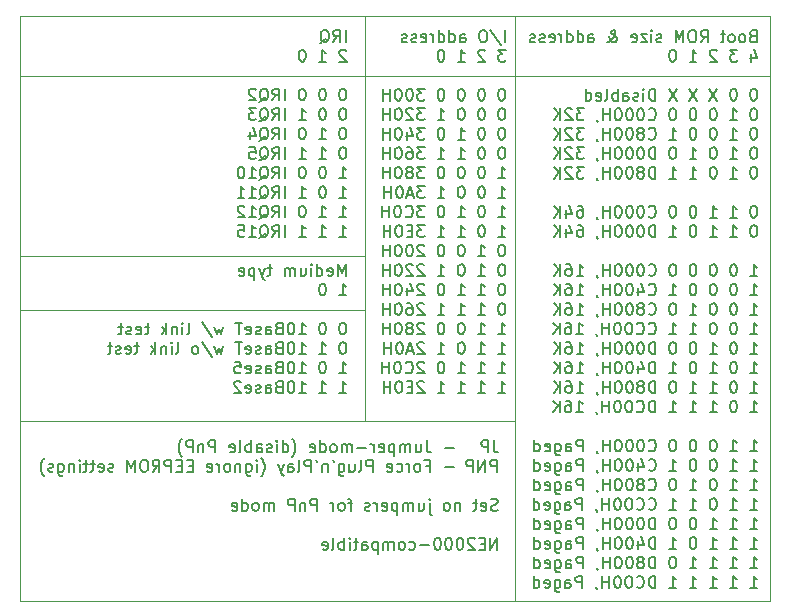
<source format=gbo>
%TF.GenerationSoftware,KiCad,Pcbnew,5.1.7*%
%TF.CreationDate,2020-11-15T02:55:59+01:00*%
%TF.ProjectId,ISA8019,49534138-3031-4392-9e6b-696361645f70,rev?*%
%TF.SameCoordinates,Original*%
%TF.FileFunction,Legend,Bot*%
%TF.FilePolarity,Positive*%
%FSLAX46Y46*%
G04 Gerber Fmt 4.6, Leading zero omitted, Abs format (unit mm)*
G04 Created by KiCad (PCBNEW 5.1.7) date 2020-11-15 02:55:59*
%MOMM*%
%LPD*%
G01*
G04 APERTURE LIST*
%ADD10C,0.120000*%
%ADD11C,0.150000*%
G04 APERTURE END LIST*
D10*
X141030000Y-127042000D02*
X111820000Y-127042000D01*
X153730000Y-107230000D02*
X111820000Y-107230000D01*
X175320000Y-107230000D02*
X153730000Y-107230000D01*
X141030000Y-122470000D02*
X111820000Y-122470000D01*
X153730000Y-136440000D02*
X111820000Y-136440000D01*
X141030000Y-136440000D02*
X153730000Y-136440000D01*
X141030000Y-102150000D02*
X141030000Y-136440000D01*
X153730000Y-102150000D02*
X153730000Y-151680000D01*
X175320000Y-151680000D02*
X175320000Y-102150000D01*
X111820000Y-151680000D02*
X175320000Y-151680000D01*
X111820000Y-102150000D02*
X111820000Y-151680000D01*
X129600000Y-102150000D02*
X111820000Y-102150000D01*
X175320000Y-102150000D02*
X129600000Y-102150000D01*
D11*
X148568404Y-138734428D02*
X147806500Y-138734428D01*
X146282690Y-138115380D02*
X146282690Y-138829666D01*
X146330309Y-138972523D01*
X146425547Y-139067761D01*
X146568404Y-139115380D01*
X146663642Y-139115380D01*
X145377928Y-138448714D02*
X145377928Y-139115380D01*
X145806500Y-138448714D02*
X145806500Y-138972523D01*
X145758880Y-139067761D01*
X145663642Y-139115380D01*
X145520785Y-139115380D01*
X145425547Y-139067761D01*
X145377928Y-139020142D01*
X144901738Y-139115380D02*
X144901738Y-138448714D01*
X144901738Y-138543952D02*
X144854119Y-138496333D01*
X144758880Y-138448714D01*
X144616023Y-138448714D01*
X144520785Y-138496333D01*
X144473166Y-138591571D01*
X144473166Y-139115380D01*
X144473166Y-138591571D02*
X144425547Y-138496333D01*
X144330309Y-138448714D01*
X144187452Y-138448714D01*
X144092214Y-138496333D01*
X144044595Y-138591571D01*
X144044595Y-139115380D01*
X143568404Y-138448714D02*
X143568404Y-139448714D01*
X143568404Y-138496333D02*
X143473166Y-138448714D01*
X143282690Y-138448714D01*
X143187452Y-138496333D01*
X143139833Y-138543952D01*
X143092214Y-138639190D01*
X143092214Y-138924904D01*
X143139833Y-139020142D01*
X143187452Y-139067761D01*
X143282690Y-139115380D01*
X143473166Y-139115380D01*
X143568404Y-139067761D01*
X142282690Y-139067761D02*
X142377928Y-139115380D01*
X142568404Y-139115380D01*
X142663642Y-139067761D01*
X142711261Y-138972523D01*
X142711261Y-138591571D01*
X142663642Y-138496333D01*
X142568404Y-138448714D01*
X142377928Y-138448714D01*
X142282690Y-138496333D01*
X142235071Y-138591571D01*
X142235071Y-138686809D01*
X142711261Y-138782047D01*
X141806500Y-139115380D02*
X141806500Y-138448714D01*
X141806500Y-138639190D02*
X141758880Y-138543952D01*
X141711261Y-138496333D01*
X141616023Y-138448714D01*
X141520785Y-138448714D01*
X141187452Y-138734428D02*
X140425547Y-138734428D01*
X139949357Y-139115380D02*
X139949357Y-138448714D01*
X139949357Y-138543952D02*
X139901738Y-138496333D01*
X139806500Y-138448714D01*
X139663642Y-138448714D01*
X139568404Y-138496333D01*
X139520785Y-138591571D01*
X139520785Y-139115380D01*
X139520785Y-138591571D02*
X139473166Y-138496333D01*
X139377928Y-138448714D01*
X139235071Y-138448714D01*
X139139833Y-138496333D01*
X139092214Y-138591571D01*
X139092214Y-139115380D01*
X138473166Y-139115380D02*
X138568404Y-139067761D01*
X138616023Y-139020142D01*
X138663642Y-138924904D01*
X138663642Y-138639190D01*
X138616023Y-138543952D01*
X138568404Y-138496333D01*
X138473166Y-138448714D01*
X138330309Y-138448714D01*
X138235071Y-138496333D01*
X138187452Y-138543952D01*
X138139833Y-138639190D01*
X138139833Y-138924904D01*
X138187452Y-139020142D01*
X138235071Y-139067761D01*
X138330309Y-139115380D01*
X138473166Y-139115380D01*
X137282690Y-139115380D02*
X137282690Y-138115380D01*
X137282690Y-139067761D02*
X137377928Y-139115380D01*
X137568404Y-139115380D01*
X137663642Y-139067761D01*
X137711261Y-139020142D01*
X137758880Y-138924904D01*
X137758880Y-138639190D01*
X137711261Y-138543952D01*
X137663642Y-138496333D01*
X137568404Y-138448714D01*
X137377928Y-138448714D01*
X137282690Y-138496333D01*
X136425547Y-139067761D02*
X136520785Y-139115380D01*
X136711261Y-139115380D01*
X136806500Y-139067761D01*
X136854119Y-138972523D01*
X136854119Y-138591571D01*
X136806500Y-138496333D01*
X136711261Y-138448714D01*
X136520785Y-138448714D01*
X136425547Y-138496333D01*
X136377928Y-138591571D01*
X136377928Y-138686809D01*
X136854119Y-138782047D01*
X134901738Y-139496333D02*
X134949357Y-139448714D01*
X135044595Y-139305857D01*
X135092214Y-139210619D01*
X135139833Y-139067761D01*
X135187452Y-138829666D01*
X135187452Y-138639190D01*
X135139833Y-138401095D01*
X135092214Y-138258238D01*
X135044595Y-138163000D01*
X134949357Y-138020142D01*
X134901738Y-137972523D01*
X134092214Y-139115380D02*
X134092214Y-138115380D01*
X134092214Y-139067761D02*
X134187452Y-139115380D01*
X134377928Y-139115380D01*
X134473166Y-139067761D01*
X134520785Y-139020142D01*
X134568404Y-138924904D01*
X134568404Y-138639190D01*
X134520785Y-138543952D01*
X134473166Y-138496333D01*
X134377928Y-138448714D01*
X134187452Y-138448714D01*
X134092214Y-138496333D01*
X133616023Y-139115380D02*
X133616023Y-138448714D01*
X133616023Y-138115380D02*
X133663642Y-138163000D01*
X133616023Y-138210619D01*
X133568404Y-138163000D01*
X133616023Y-138115380D01*
X133616023Y-138210619D01*
X133187452Y-139067761D02*
X133092214Y-139115380D01*
X132901738Y-139115380D01*
X132806500Y-139067761D01*
X132758880Y-138972523D01*
X132758880Y-138924904D01*
X132806500Y-138829666D01*
X132901738Y-138782047D01*
X133044595Y-138782047D01*
X133139833Y-138734428D01*
X133187452Y-138639190D01*
X133187452Y-138591571D01*
X133139833Y-138496333D01*
X133044595Y-138448714D01*
X132901738Y-138448714D01*
X132806500Y-138496333D01*
X131901738Y-139115380D02*
X131901738Y-138591571D01*
X131949357Y-138496333D01*
X132044595Y-138448714D01*
X132235071Y-138448714D01*
X132330309Y-138496333D01*
X131901738Y-139067761D02*
X131996976Y-139115380D01*
X132235071Y-139115380D01*
X132330309Y-139067761D01*
X132377928Y-138972523D01*
X132377928Y-138877285D01*
X132330309Y-138782047D01*
X132235071Y-138734428D01*
X131996976Y-138734428D01*
X131901738Y-138686809D01*
X131425547Y-139115380D02*
X131425547Y-138115380D01*
X131425547Y-138496333D02*
X131330309Y-138448714D01*
X131139833Y-138448714D01*
X131044595Y-138496333D01*
X130996976Y-138543952D01*
X130949357Y-138639190D01*
X130949357Y-138924904D01*
X130996976Y-139020142D01*
X131044595Y-139067761D01*
X131139833Y-139115380D01*
X131330309Y-139115380D01*
X131425547Y-139067761D01*
X130377928Y-139115380D02*
X130473166Y-139067761D01*
X130520785Y-138972523D01*
X130520785Y-138115380D01*
X129616023Y-139067761D02*
X129711261Y-139115380D01*
X129901738Y-139115380D01*
X129996976Y-139067761D01*
X130044595Y-138972523D01*
X130044595Y-138591571D01*
X129996976Y-138496333D01*
X129901738Y-138448714D01*
X129711261Y-138448714D01*
X129616023Y-138496333D01*
X129568404Y-138591571D01*
X129568404Y-138686809D01*
X130044595Y-138782047D01*
X128377928Y-139115380D02*
X128377928Y-138115380D01*
X127996976Y-138115380D01*
X127901738Y-138163000D01*
X127854119Y-138210619D01*
X127806500Y-138305857D01*
X127806500Y-138448714D01*
X127854119Y-138543952D01*
X127901738Y-138591571D01*
X127996976Y-138639190D01*
X128377928Y-138639190D01*
X127377928Y-138448714D02*
X127377928Y-139115380D01*
X127377928Y-138543952D02*
X127330309Y-138496333D01*
X127235071Y-138448714D01*
X127092214Y-138448714D01*
X126996976Y-138496333D01*
X126949357Y-138591571D01*
X126949357Y-139115380D01*
X126473166Y-139115380D02*
X126473166Y-138115380D01*
X126092214Y-138115380D01*
X125996976Y-138163000D01*
X125949357Y-138210619D01*
X125901738Y-138305857D01*
X125901738Y-138448714D01*
X125949357Y-138543952D01*
X125996976Y-138591571D01*
X126092214Y-138639190D01*
X126473166Y-138639190D01*
X125568404Y-139496333D02*
X125520785Y-139448714D01*
X125425547Y-139305857D01*
X125377928Y-139210619D01*
X125330309Y-139067761D01*
X125282690Y-138829666D01*
X125282690Y-138639190D01*
X125330309Y-138401095D01*
X125377928Y-138258238D01*
X125425547Y-138163000D01*
X125520785Y-138020142D01*
X125568404Y-137972523D01*
X148568404Y-140384428D02*
X147806500Y-140384428D01*
X146235071Y-140241571D02*
X146568404Y-140241571D01*
X146568404Y-140765380D02*
X146568404Y-139765380D01*
X146092214Y-139765380D01*
X145568404Y-140765380D02*
X145663642Y-140717761D01*
X145711261Y-140670142D01*
X145758880Y-140574904D01*
X145758880Y-140289190D01*
X145711261Y-140193952D01*
X145663642Y-140146333D01*
X145568404Y-140098714D01*
X145425547Y-140098714D01*
X145330309Y-140146333D01*
X145282690Y-140193952D01*
X145235071Y-140289190D01*
X145235071Y-140574904D01*
X145282690Y-140670142D01*
X145330309Y-140717761D01*
X145425547Y-140765380D01*
X145568404Y-140765380D01*
X144806500Y-140765380D02*
X144806500Y-140098714D01*
X144806500Y-140289190D02*
X144758880Y-140193952D01*
X144711261Y-140146333D01*
X144616023Y-140098714D01*
X144520785Y-140098714D01*
X143758880Y-140717761D02*
X143854119Y-140765380D01*
X144044595Y-140765380D01*
X144139833Y-140717761D01*
X144187452Y-140670142D01*
X144235071Y-140574904D01*
X144235071Y-140289190D01*
X144187452Y-140193952D01*
X144139833Y-140146333D01*
X144044595Y-140098714D01*
X143854119Y-140098714D01*
X143758880Y-140146333D01*
X142949357Y-140717761D02*
X143044595Y-140765380D01*
X143235071Y-140765380D01*
X143330309Y-140717761D01*
X143377928Y-140622523D01*
X143377928Y-140241571D01*
X143330309Y-140146333D01*
X143235071Y-140098714D01*
X143044595Y-140098714D01*
X142949357Y-140146333D01*
X142901738Y-140241571D01*
X142901738Y-140336809D01*
X143377928Y-140432047D01*
X141711261Y-140765380D02*
X141711261Y-139765380D01*
X141330309Y-139765380D01*
X141235071Y-139813000D01*
X141187452Y-139860619D01*
X141139833Y-139955857D01*
X141139833Y-140098714D01*
X141187452Y-140193952D01*
X141235071Y-140241571D01*
X141330309Y-140289190D01*
X141711261Y-140289190D01*
X140568404Y-140765380D02*
X140663642Y-140717761D01*
X140711261Y-140622523D01*
X140711261Y-139765380D01*
X139758880Y-140098714D02*
X139758880Y-140765380D01*
X140187452Y-140098714D02*
X140187452Y-140622523D01*
X140139833Y-140717761D01*
X140044595Y-140765380D01*
X139901738Y-140765380D01*
X139806500Y-140717761D01*
X139758880Y-140670142D01*
X138854119Y-140098714D02*
X138854119Y-140908238D01*
X138901738Y-141003476D01*
X138949357Y-141051095D01*
X139044595Y-141098714D01*
X139187452Y-141098714D01*
X139282690Y-141051095D01*
X138854119Y-140717761D02*
X138949357Y-140765380D01*
X139139833Y-140765380D01*
X139235071Y-140717761D01*
X139282690Y-140670142D01*
X139330309Y-140574904D01*
X139330309Y-140289190D01*
X139282690Y-140193952D01*
X139235071Y-140146333D01*
X139139833Y-140098714D01*
X138949357Y-140098714D01*
X138854119Y-140146333D01*
X138330309Y-139765380D02*
X138425547Y-139955857D01*
X137901738Y-140098714D02*
X137901738Y-140765380D01*
X137901738Y-140193952D02*
X137854119Y-140146333D01*
X137758880Y-140098714D01*
X137616023Y-140098714D01*
X137520785Y-140146333D01*
X137473166Y-140241571D01*
X137473166Y-140765380D01*
X136949357Y-139765380D02*
X137044595Y-139955857D01*
X136520785Y-140765380D02*
X136520785Y-139765380D01*
X136139833Y-139765380D01*
X136044595Y-139813000D01*
X135996976Y-139860619D01*
X135949357Y-139955857D01*
X135949357Y-140098714D01*
X135996976Y-140193952D01*
X136044595Y-140241571D01*
X136139833Y-140289190D01*
X136520785Y-140289190D01*
X135377928Y-140765380D02*
X135473166Y-140717761D01*
X135520785Y-140622523D01*
X135520785Y-139765380D01*
X134568404Y-140765380D02*
X134568404Y-140241571D01*
X134616023Y-140146333D01*
X134711261Y-140098714D01*
X134901738Y-140098714D01*
X134996976Y-140146333D01*
X134568404Y-140717761D02*
X134663642Y-140765380D01*
X134901738Y-140765380D01*
X134996976Y-140717761D01*
X135044595Y-140622523D01*
X135044595Y-140527285D01*
X134996976Y-140432047D01*
X134901738Y-140384428D01*
X134663642Y-140384428D01*
X134568404Y-140336809D01*
X134187452Y-140098714D02*
X133949357Y-140765380D01*
X133711261Y-140098714D02*
X133949357Y-140765380D01*
X134044595Y-141003476D01*
X134092214Y-141051095D01*
X134187452Y-141098714D01*
X132282690Y-141146333D02*
X132330309Y-141098714D01*
X132425547Y-140955857D01*
X132473166Y-140860619D01*
X132520785Y-140717761D01*
X132568404Y-140479666D01*
X132568404Y-140289190D01*
X132520785Y-140051095D01*
X132473166Y-139908238D01*
X132425547Y-139813000D01*
X132330309Y-139670142D01*
X132282690Y-139622523D01*
X131901738Y-140765380D02*
X131901738Y-140098714D01*
X131901738Y-139765380D02*
X131949357Y-139813000D01*
X131901738Y-139860619D01*
X131854119Y-139813000D01*
X131901738Y-139765380D01*
X131901738Y-139860619D01*
X130996976Y-140098714D02*
X130996976Y-140908238D01*
X131044595Y-141003476D01*
X131092214Y-141051095D01*
X131187452Y-141098714D01*
X131330309Y-141098714D01*
X131425547Y-141051095D01*
X130996976Y-140717761D02*
X131092214Y-140765380D01*
X131282690Y-140765380D01*
X131377928Y-140717761D01*
X131425547Y-140670142D01*
X131473166Y-140574904D01*
X131473166Y-140289190D01*
X131425547Y-140193952D01*
X131377928Y-140146333D01*
X131282690Y-140098714D01*
X131092214Y-140098714D01*
X130996976Y-140146333D01*
X130520785Y-140098714D02*
X130520785Y-140765380D01*
X130520785Y-140193952D02*
X130473166Y-140146333D01*
X130377928Y-140098714D01*
X130235071Y-140098714D01*
X130139833Y-140146333D01*
X130092214Y-140241571D01*
X130092214Y-140765380D01*
X129473166Y-140765380D02*
X129568404Y-140717761D01*
X129616023Y-140670142D01*
X129663642Y-140574904D01*
X129663642Y-140289190D01*
X129616023Y-140193952D01*
X129568404Y-140146333D01*
X129473166Y-140098714D01*
X129330309Y-140098714D01*
X129235071Y-140146333D01*
X129187452Y-140193952D01*
X129139833Y-140289190D01*
X129139833Y-140574904D01*
X129187452Y-140670142D01*
X129235071Y-140717761D01*
X129330309Y-140765380D01*
X129473166Y-140765380D01*
X128711261Y-140765380D02*
X128711261Y-140098714D01*
X128711261Y-140289190D02*
X128663642Y-140193952D01*
X128616023Y-140146333D01*
X128520785Y-140098714D01*
X128425547Y-140098714D01*
X127711261Y-140717761D02*
X127806500Y-140765380D01*
X127996976Y-140765380D01*
X128092214Y-140717761D01*
X128139833Y-140622523D01*
X128139833Y-140241571D01*
X128092214Y-140146333D01*
X127996976Y-140098714D01*
X127806500Y-140098714D01*
X127711261Y-140146333D01*
X127663642Y-140241571D01*
X127663642Y-140336809D01*
X128139833Y-140432047D01*
X126473166Y-140241571D02*
X126139833Y-140241571D01*
X125996976Y-140765380D02*
X126473166Y-140765380D01*
X126473166Y-139765380D01*
X125996976Y-139765380D01*
X125568404Y-140241571D02*
X125235071Y-140241571D01*
X125092214Y-140765380D02*
X125568404Y-140765380D01*
X125568404Y-139765380D01*
X125092214Y-139765380D01*
X124663642Y-140765380D02*
X124663642Y-139765380D01*
X124282690Y-139765380D01*
X124187452Y-139813000D01*
X124139833Y-139860619D01*
X124092214Y-139955857D01*
X124092214Y-140098714D01*
X124139833Y-140193952D01*
X124187452Y-140241571D01*
X124282690Y-140289190D01*
X124663642Y-140289190D01*
X123092214Y-140765380D02*
X123425547Y-140289190D01*
X123663642Y-140765380D02*
X123663642Y-139765380D01*
X123282690Y-139765380D01*
X123187452Y-139813000D01*
X123139833Y-139860619D01*
X123092214Y-139955857D01*
X123092214Y-140098714D01*
X123139833Y-140193952D01*
X123187452Y-140241571D01*
X123282690Y-140289190D01*
X123663642Y-140289190D01*
X122473166Y-139765380D02*
X122282690Y-139765380D01*
X122187452Y-139813000D01*
X122092214Y-139908238D01*
X122044595Y-140098714D01*
X122044595Y-140432047D01*
X122092214Y-140622523D01*
X122187452Y-140717761D01*
X122282690Y-140765380D01*
X122473166Y-140765380D01*
X122568404Y-140717761D01*
X122663642Y-140622523D01*
X122711261Y-140432047D01*
X122711261Y-140098714D01*
X122663642Y-139908238D01*
X122568404Y-139813000D01*
X122473166Y-139765380D01*
X121616023Y-140765380D02*
X121616023Y-139765380D01*
X121282690Y-140479666D01*
X120949357Y-139765380D01*
X120949357Y-140765380D01*
X119758880Y-140717761D02*
X119663642Y-140765380D01*
X119473166Y-140765380D01*
X119377928Y-140717761D01*
X119330309Y-140622523D01*
X119330309Y-140574904D01*
X119377928Y-140479666D01*
X119473166Y-140432047D01*
X119616023Y-140432047D01*
X119711261Y-140384428D01*
X119758880Y-140289190D01*
X119758880Y-140241571D01*
X119711261Y-140146333D01*
X119616023Y-140098714D01*
X119473166Y-140098714D01*
X119377928Y-140146333D01*
X118520785Y-140717761D02*
X118616023Y-140765380D01*
X118806500Y-140765380D01*
X118901738Y-140717761D01*
X118949357Y-140622523D01*
X118949357Y-140241571D01*
X118901738Y-140146333D01*
X118806500Y-140098714D01*
X118616023Y-140098714D01*
X118520785Y-140146333D01*
X118473166Y-140241571D01*
X118473166Y-140336809D01*
X118949357Y-140432047D01*
X118187452Y-140098714D02*
X117806500Y-140098714D01*
X118044595Y-139765380D02*
X118044595Y-140622523D01*
X117996976Y-140717761D01*
X117901738Y-140765380D01*
X117806500Y-140765380D01*
X117616023Y-140098714D02*
X117235071Y-140098714D01*
X117473166Y-139765380D02*
X117473166Y-140622523D01*
X117425547Y-140717761D01*
X117330309Y-140765380D01*
X117235071Y-140765380D01*
X116901738Y-140765380D02*
X116901738Y-140098714D01*
X116901738Y-139765380D02*
X116949357Y-139813000D01*
X116901738Y-139860619D01*
X116854119Y-139813000D01*
X116901738Y-139765380D01*
X116901738Y-139860619D01*
X116425547Y-140098714D02*
X116425547Y-140765380D01*
X116425547Y-140193952D02*
X116377928Y-140146333D01*
X116282690Y-140098714D01*
X116139833Y-140098714D01*
X116044595Y-140146333D01*
X115996976Y-140241571D01*
X115996976Y-140765380D01*
X115092214Y-140098714D02*
X115092214Y-140908238D01*
X115139833Y-141003476D01*
X115187452Y-141051095D01*
X115282690Y-141098714D01*
X115425547Y-141098714D01*
X115520785Y-141051095D01*
X115092214Y-140717761D02*
X115187452Y-140765380D01*
X115377928Y-140765380D01*
X115473166Y-140717761D01*
X115520785Y-140670142D01*
X115568404Y-140574904D01*
X115568404Y-140289190D01*
X115520785Y-140193952D01*
X115473166Y-140146333D01*
X115377928Y-140098714D01*
X115187452Y-140098714D01*
X115092214Y-140146333D01*
X114663642Y-140717761D02*
X114568404Y-140765380D01*
X114377928Y-140765380D01*
X114282690Y-140717761D01*
X114235071Y-140622523D01*
X114235071Y-140574904D01*
X114282690Y-140479666D01*
X114377928Y-140432047D01*
X114520785Y-140432047D01*
X114616023Y-140384428D01*
X114663642Y-140289190D01*
X114663642Y-140241571D01*
X114616023Y-140146333D01*
X114520785Y-140098714D01*
X114377928Y-140098714D01*
X114282690Y-140146333D01*
X113901738Y-141146333D02*
X113854119Y-141098714D01*
X113758880Y-140955857D01*
X113711261Y-140860619D01*
X113663642Y-140717761D01*
X113616023Y-140479666D01*
X113616023Y-140289190D01*
X113663642Y-140051095D01*
X113711261Y-139908238D01*
X113758880Y-139813000D01*
X113854119Y-139670142D01*
X113901738Y-139622523D01*
X151965690Y-138117380D02*
X151965690Y-138831666D01*
X152013309Y-138974523D01*
X152108547Y-139069761D01*
X152251404Y-139117380D01*
X152346642Y-139117380D01*
X151489500Y-139117380D02*
X151489500Y-138117380D01*
X151108547Y-138117380D01*
X151013309Y-138165000D01*
X150965690Y-138212619D01*
X150918071Y-138307857D01*
X150918071Y-138450714D01*
X150965690Y-138545952D01*
X151013309Y-138593571D01*
X151108547Y-138641190D01*
X151489500Y-138641190D01*
X152251404Y-140767380D02*
X152251404Y-139767380D01*
X151870452Y-139767380D01*
X151775214Y-139815000D01*
X151727595Y-139862619D01*
X151679976Y-139957857D01*
X151679976Y-140100714D01*
X151727595Y-140195952D01*
X151775214Y-140243571D01*
X151870452Y-140291190D01*
X152251404Y-140291190D01*
X151251404Y-140767380D02*
X151251404Y-139767380D01*
X150679976Y-140767380D01*
X150679976Y-139767380D01*
X150203785Y-140767380D02*
X150203785Y-139767380D01*
X149822833Y-139767380D01*
X149727595Y-139815000D01*
X149679976Y-139862619D01*
X149632357Y-139957857D01*
X149632357Y-140100714D01*
X149679976Y-140195952D01*
X149727595Y-140243571D01*
X149822833Y-140291190D01*
X150203785Y-140291190D01*
X152299023Y-144019761D02*
X152156166Y-144067380D01*
X151918071Y-144067380D01*
X151822833Y-144019761D01*
X151775214Y-143972142D01*
X151727595Y-143876904D01*
X151727595Y-143781666D01*
X151775214Y-143686428D01*
X151822833Y-143638809D01*
X151918071Y-143591190D01*
X152108547Y-143543571D01*
X152203785Y-143495952D01*
X152251404Y-143448333D01*
X152299023Y-143353095D01*
X152299023Y-143257857D01*
X152251404Y-143162619D01*
X152203785Y-143115000D01*
X152108547Y-143067380D01*
X151870452Y-143067380D01*
X151727595Y-143115000D01*
X150918071Y-144019761D02*
X151013309Y-144067380D01*
X151203785Y-144067380D01*
X151299023Y-144019761D01*
X151346642Y-143924523D01*
X151346642Y-143543571D01*
X151299023Y-143448333D01*
X151203785Y-143400714D01*
X151013309Y-143400714D01*
X150918071Y-143448333D01*
X150870452Y-143543571D01*
X150870452Y-143638809D01*
X151346642Y-143734047D01*
X150584738Y-143400714D02*
X150203785Y-143400714D01*
X150441880Y-143067380D02*
X150441880Y-143924523D01*
X150394261Y-144019761D01*
X150299023Y-144067380D01*
X150203785Y-144067380D01*
X149108547Y-143400714D02*
X149108547Y-144067380D01*
X149108547Y-143495952D02*
X149060928Y-143448333D01*
X148965690Y-143400714D01*
X148822833Y-143400714D01*
X148727595Y-143448333D01*
X148679976Y-143543571D01*
X148679976Y-144067380D01*
X148060928Y-144067380D02*
X148156166Y-144019761D01*
X148203785Y-143972142D01*
X148251404Y-143876904D01*
X148251404Y-143591190D01*
X148203785Y-143495952D01*
X148156166Y-143448333D01*
X148060928Y-143400714D01*
X147918071Y-143400714D01*
X147822833Y-143448333D01*
X147775214Y-143495952D01*
X147727595Y-143591190D01*
X147727595Y-143876904D01*
X147775214Y-143972142D01*
X147822833Y-144019761D01*
X147918071Y-144067380D01*
X148060928Y-144067380D01*
X146537119Y-143400714D02*
X146537119Y-144257857D01*
X146584738Y-144353095D01*
X146679976Y-144400714D01*
X146727595Y-144400714D01*
X146537119Y-143067380D02*
X146584738Y-143115000D01*
X146537119Y-143162619D01*
X146489500Y-143115000D01*
X146537119Y-143067380D01*
X146537119Y-143162619D01*
X145632357Y-143400714D02*
X145632357Y-144067380D01*
X146060928Y-143400714D02*
X146060928Y-143924523D01*
X146013309Y-144019761D01*
X145918071Y-144067380D01*
X145775214Y-144067380D01*
X145679976Y-144019761D01*
X145632357Y-143972142D01*
X145156166Y-144067380D02*
X145156166Y-143400714D01*
X145156166Y-143495952D02*
X145108547Y-143448333D01*
X145013309Y-143400714D01*
X144870452Y-143400714D01*
X144775214Y-143448333D01*
X144727595Y-143543571D01*
X144727595Y-144067380D01*
X144727595Y-143543571D02*
X144679976Y-143448333D01*
X144584738Y-143400714D01*
X144441880Y-143400714D01*
X144346642Y-143448333D01*
X144299023Y-143543571D01*
X144299023Y-144067380D01*
X143822833Y-143400714D02*
X143822833Y-144400714D01*
X143822833Y-143448333D02*
X143727595Y-143400714D01*
X143537119Y-143400714D01*
X143441880Y-143448333D01*
X143394261Y-143495952D01*
X143346642Y-143591190D01*
X143346642Y-143876904D01*
X143394261Y-143972142D01*
X143441880Y-144019761D01*
X143537119Y-144067380D01*
X143727595Y-144067380D01*
X143822833Y-144019761D01*
X142537119Y-144019761D02*
X142632357Y-144067380D01*
X142822833Y-144067380D01*
X142918071Y-144019761D01*
X142965690Y-143924523D01*
X142965690Y-143543571D01*
X142918071Y-143448333D01*
X142822833Y-143400714D01*
X142632357Y-143400714D01*
X142537119Y-143448333D01*
X142489500Y-143543571D01*
X142489500Y-143638809D01*
X142965690Y-143734047D01*
X142060928Y-144067380D02*
X142060928Y-143400714D01*
X142060928Y-143591190D02*
X142013309Y-143495952D01*
X141965690Y-143448333D01*
X141870452Y-143400714D01*
X141775214Y-143400714D01*
X141489500Y-144019761D02*
X141394261Y-144067380D01*
X141203785Y-144067380D01*
X141108547Y-144019761D01*
X141060928Y-143924523D01*
X141060928Y-143876904D01*
X141108547Y-143781666D01*
X141203785Y-143734047D01*
X141346642Y-143734047D01*
X141441880Y-143686428D01*
X141489500Y-143591190D01*
X141489500Y-143543571D01*
X141441880Y-143448333D01*
X141346642Y-143400714D01*
X141203785Y-143400714D01*
X141108547Y-143448333D01*
X140013309Y-143400714D02*
X139632357Y-143400714D01*
X139870452Y-144067380D02*
X139870452Y-143210238D01*
X139822833Y-143115000D01*
X139727595Y-143067380D01*
X139632357Y-143067380D01*
X139156166Y-144067380D02*
X139251404Y-144019761D01*
X139299023Y-143972142D01*
X139346642Y-143876904D01*
X139346642Y-143591190D01*
X139299023Y-143495952D01*
X139251404Y-143448333D01*
X139156166Y-143400714D01*
X139013309Y-143400714D01*
X138918071Y-143448333D01*
X138870452Y-143495952D01*
X138822833Y-143591190D01*
X138822833Y-143876904D01*
X138870452Y-143972142D01*
X138918071Y-144019761D01*
X139013309Y-144067380D01*
X139156166Y-144067380D01*
X138394261Y-144067380D02*
X138394261Y-143400714D01*
X138394261Y-143591190D02*
X138346642Y-143495952D01*
X138299023Y-143448333D01*
X138203785Y-143400714D01*
X138108547Y-143400714D01*
X137013309Y-144067380D02*
X137013309Y-143067380D01*
X136632357Y-143067380D01*
X136537119Y-143115000D01*
X136489500Y-143162619D01*
X136441880Y-143257857D01*
X136441880Y-143400714D01*
X136489500Y-143495952D01*
X136537119Y-143543571D01*
X136632357Y-143591190D01*
X137013309Y-143591190D01*
X136013309Y-143400714D02*
X136013309Y-144067380D01*
X136013309Y-143495952D02*
X135965690Y-143448333D01*
X135870452Y-143400714D01*
X135727595Y-143400714D01*
X135632357Y-143448333D01*
X135584738Y-143543571D01*
X135584738Y-144067380D01*
X135108547Y-144067380D02*
X135108547Y-143067380D01*
X134727595Y-143067380D01*
X134632357Y-143115000D01*
X134584738Y-143162619D01*
X134537119Y-143257857D01*
X134537119Y-143400714D01*
X134584738Y-143495952D01*
X134632357Y-143543571D01*
X134727595Y-143591190D01*
X135108547Y-143591190D01*
X133346642Y-144067380D02*
X133346642Y-143400714D01*
X133346642Y-143495952D02*
X133299023Y-143448333D01*
X133203785Y-143400714D01*
X133060928Y-143400714D01*
X132965690Y-143448333D01*
X132918071Y-143543571D01*
X132918071Y-144067380D01*
X132918071Y-143543571D02*
X132870452Y-143448333D01*
X132775214Y-143400714D01*
X132632357Y-143400714D01*
X132537119Y-143448333D01*
X132489500Y-143543571D01*
X132489500Y-144067380D01*
X131870452Y-144067380D02*
X131965690Y-144019761D01*
X132013309Y-143972142D01*
X132060928Y-143876904D01*
X132060928Y-143591190D01*
X132013309Y-143495952D01*
X131965690Y-143448333D01*
X131870452Y-143400714D01*
X131727595Y-143400714D01*
X131632357Y-143448333D01*
X131584738Y-143495952D01*
X131537119Y-143591190D01*
X131537119Y-143876904D01*
X131584738Y-143972142D01*
X131632357Y-144019761D01*
X131727595Y-144067380D01*
X131870452Y-144067380D01*
X130679976Y-144067380D02*
X130679976Y-143067380D01*
X130679976Y-144019761D02*
X130775214Y-144067380D01*
X130965690Y-144067380D01*
X131060928Y-144019761D01*
X131108547Y-143972142D01*
X131156166Y-143876904D01*
X131156166Y-143591190D01*
X131108547Y-143495952D01*
X131060928Y-143448333D01*
X130965690Y-143400714D01*
X130775214Y-143400714D01*
X130679976Y-143448333D01*
X129822833Y-144019761D02*
X129918071Y-144067380D01*
X130108547Y-144067380D01*
X130203785Y-144019761D01*
X130251404Y-143924523D01*
X130251404Y-143543571D01*
X130203785Y-143448333D01*
X130108547Y-143400714D01*
X129918071Y-143400714D01*
X129822833Y-143448333D01*
X129775214Y-143543571D01*
X129775214Y-143638809D01*
X130251404Y-143734047D01*
X152251404Y-147367380D02*
X152251404Y-146367380D01*
X151679976Y-147367380D01*
X151679976Y-146367380D01*
X151203785Y-146843571D02*
X150870452Y-146843571D01*
X150727595Y-147367380D02*
X151203785Y-147367380D01*
X151203785Y-146367380D01*
X150727595Y-146367380D01*
X150346642Y-146462619D02*
X150299023Y-146415000D01*
X150203785Y-146367380D01*
X149965690Y-146367380D01*
X149870452Y-146415000D01*
X149822833Y-146462619D01*
X149775214Y-146557857D01*
X149775214Y-146653095D01*
X149822833Y-146795952D01*
X150394261Y-147367380D01*
X149775214Y-147367380D01*
X149156166Y-146367380D02*
X149060928Y-146367380D01*
X148965690Y-146415000D01*
X148918071Y-146462619D01*
X148870452Y-146557857D01*
X148822833Y-146748333D01*
X148822833Y-146986428D01*
X148870452Y-147176904D01*
X148918071Y-147272142D01*
X148965690Y-147319761D01*
X149060928Y-147367380D01*
X149156166Y-147367380D01*
X149251404Y-147319761D01*
X149299023Y-147272142D01*
X149346642Y-147176904D01*
X149394261Y-146986428D01*
X149394261Y-146748333D01*
X149346642Y-146557857D01*
X149299023Y-146462619D01*
X149251404Y-146415000D01*
X149156166Y-146367380D01*
X148203785Y-146367380D02*
X148108547Y-146367380D01*
X148013309Y-146415000D01*
X147965690Y-146462619D01*
X147918071Y-146557857D01*
X147870452Y-146748333D01*
X147870452Y-146986428D01*
X147918071Y-147176904D01*
X147965690Y-147272142D01*
X148013309Y-147319761D01*
X148108547Y-147367380D01*
X148203785Y-147367380D01*
X148299023Y-147319761D01*
X148346642Y-147272142D01*
X148394261Y-147176904D01*
X148441880Y-146986428D01*
X148441880Y-146748333D01*
X148394261Y-146557857D01*
X148346642Y-146462619D01*
X148299023Y-146415000D01*
X148203785Y-146367380D01*
X147251404Y-146367380D02*
X147156166Y-146367380D01*
X147060928Y-146415000D01*
X147013309Y-146462619D01*
X146965690Y-146557857D01*
X146918071Y-146748333D01*
X146918071Y-146986428D01*
X146965690Y-147176904D01*
X147013309Y-147272142D01*
X147060928Y-147319761D01*
X147156166Y-147367380D01*
X147251404Y-147367380D01*
X147346642Y-147319761D01*
X147394261Y-147272142D01*
X147441880Y-147176904D01*
X147489500Y-146986428D01*
X147489500Y-146748333D01*
X147441880Y-146557857D01*
X147394261Y-146462619D01*
X147346642Y-146415000D01*
X147251404Y-146367380D01*
X146489500Y-146986428D02*
X145727595Y-146986428D01*
X144822833Y-147319761D02*
X144918071Y-147367380D01*
X145108547Y-147367380D01*
X145203785Y-147319761D01*
X145251404Y-147272142D01*
X145299023Y-147176904D01*
X145299023Y-146891190D01*
X145251404Y-146795952D01*
X145203785Y-146748333D01*
X145108547Y-146700714D01*
X144918071Y-146700714D01*
X144822833Y-146748333D01*
X144251404Y-147367380D02*
X144346642Y-147319761D01*
X144394261Y-147272142D01*
X144441880Y-147176904D01*
X144441880Y-146891190D01*
X144394261Y-146795952D01*
X144346642Y-146748333D01*
X144251404Y-146700714D01*
X144108547Y-146700714D01*
X144013309Y-146748333D01*
X143965690Y-146795952D01*
X143918071Y-146891190D01*
X143918071Y-147176904D01*
X143965690Y-147272142D01*
X144013309Y-147319761D01*
X144108547Y-147367380D01*
X144251404Y-147367380D01*
X143489500Y-147367380D02*
X143489500Y-146700714D01*
X143489500Y-146795952D02*
X143441880Y-146748333D01*
X143346642Y-146700714D01*
X143203785Y-146700714D01*
X143108547Y-146748333D01*
X143060928Y-146843571D01*
X143060928Y-147367380D01*
X143060928Y-146843571D02*
X143013309Y-146748333D01*
X142918071Y-146700714D01*
X142775214Y-146700714D01*
X142679976Y-146748333D01*
X142632357Y-146843571D01*
X142632357Y-147367380D01*
X142156166Y-146700714D02*
X142156166Y-147700714D01*
X142156166Y-146748333D02*
X142060928Y-146700714D01*
X141870452Y-146700714D01*
X141775214Y-146748333D01*
X141727595Y-146795952D01*
X141679976Y-146891190D01*
X141679976Y-147176904D01*
X141727595Y-147272142D01*
X141775214Y-147319761D01*
X141870452Y-147367380D01*
X142060928Y-147367380D01*
X142156166Y-147319761D01*
X140822833Y-147367380D02*
X140822833Y-146843571D01*
X140870452Y-146748333D01*
X140965690Y-146700714D01*
X141156166Y-146700714D01*
X141251404Y-146748333D01*
X140822833Y-147319761D02*
X140918071Y-147367380D01*
X141156166Y-147367380D01*
X141251404Y-147319761D01*
X141299023Y-147224523D01*
X141299023Y-147129285D01*
X141251404Y-147034047D01*
X141156166Y-146986428D01*
X140918071Y-146986428D01*
X140822833Y-146938809D01*
X140489500Y-146700714D02*
X140108547Y-146700714D01*
X140346642Y-146367380D02*
X140346642Y-147224523D01*
X140299023Y-147319761D01*
X140203785Y-147367380D01*
X140108547Y-147367380D01*
X139775214Y-147367380D02*
X139775214Y-146700714D01*
X139775214Y-146367380D02*
X139822833Y-146415000D01*
X139775214Y-146462619D01*
X139727595Y-146415000D01*
X139775214Y-146367380D01*
X139775214Y-146462619D01*
X139299023Y-147367380D02*
X139299023Y-146367380D01*
X139299023Y-146748333D02*
X139203785Y-146700714D01*
X139013309Y-146700714D01*
X138918071Y-146748333D01*
X138870452Y-146795952D01*
X138822833Y-146891190D01*
X138822833Y-147176904D01*
X138870452Y-147272142D01*
X138918071Y-147319761D01*
X139013309Y-147367380D01*
X139203785Y-147367380D01*
X139299023Y-147319761D01*
X138251404Y-147367380D02*
X138346642Y-147319761D01*
X138394261Y-147224523D01*
X138394261Y-146367380D01*
X137489500Y-147319761D02*
X137584738Y-147367380D01*
X137775214Y-147367380D01*
X137870452Y-147319761D01*
X137918071Y-147224523D01*
X137918071Y-146843571D01*
X137870452Y-146748333D01*
X137775214Y-146700714D01*
X137584738Y-146700714D01*
X137489500Y-146748333D01*
X137441880Y-146843571D01*
X137441880Y-146938809D01*
X137918071Y-147034047D01*
X173889071Y-103870571D02*
X173746214Y-103918190D01*
X173698595Y-103965809D01*
X173650976Y-104061047D01*
X173650976Y-104203904D01*
X173698595Y-104299142D01*
X173746214Y-104346761D01*
X173841452Y-104394380D01*
X174222404Y-104394380D01*
X174222404Y-103394380D01*
X173889071Y-103394380D01*
X173793833Y-103442000D01*
X173746214Y-103489619D01*
X173698595Y-103584857D01*
X173698595Y-103680095D01*
X173746214Y-103775333D01*
X173793833Y-103822952D01*
X173889071Y-103870571D01*
X174222404Y-103870571D01*
X173079547Y-104394380D02*
X173174785Y-104346761D01*
X173222404Y-104299142D01*
X173270023Y-104203904D01*
X173270023Y-103918190D01*
X173222404Y-103822952D01*
X173174785Y-103775333D01*
X173079547Y-103727714D01*
X172936690Y-103727714D01*
X172841452Y-103775333D01*
X172793833Y-103822952D01*
X172746214Y-103918190D01*
X172746214Y-104203904D01*
X172793833Y-104299142D01*
X172841452Y-104346761D01*
X172936690Y-104394380D01*
X173079547Y-104394380D01*
X172174785Y-104394380D02*
X172270023Y-104346761D01*
X172317642Y-104299142D01*
X172365261Y-104203904D01*
X172365261Y-103918190D01*
X172317642Y-103822952D01*
X172270023Y-103775333D01*
X172174785Y-103727714D01*
X172031928Y-103727714D01*
X171936690Y-103775333D01*
X171889071Y-103822952D01*
X171841452Y-103918190D01*
X171841452Y-104203904D01*
X171889071Y-104299142D01*
X171936690Y-104346761D01*
X172031928Y-104394380D01*
X172174785Y-104394380D01*
X171555738Y-103727714D02*
X171174785Y-103727714D01*
X171412880Y-103394380D02*
X171412880Y-104251523D01*
X171365261Y-104346761D01*
X171270023Y-104394380D01*
X171174785Y-104394380D01*
X169508119Y-104394380D02*
X169841452Y-103918190D01*
X170079547Y-104394380D02*
X170079547Y-103394380D01*
X169698595Y-103394380D01*
X169603357Y-103442000D01*
X169555738Y-103489619D01*
X169508119Y-103584857D01*
X169508119Y-103727714D01*
X169555738Y-103822952D01*
X169603357Y-103870571D01*
X169698595Y-103918190D01*
X170079547Y-103918190D01*
X168889071Y-103394380D02*
X168698595Y-103394380D01*
X168603357Y-103442000D01*
X168508119Y-103537238D01*
X168460500Y-103727714D01*
X168460500Y-104061047D01*
X168508119Y-104251523D01*
X168603357Y-104346761D01*
X168698595Y-104394380D01*
X168889071Y-104394380D01*
X168984309Y-104346761D01*
X169079547Y-104251523D01*
X169127166Y-104061047D01*
X169127166Y-103727714D01*
X169079547Y-103537238D01*
X168984309Y-103442000D01*
X168889071Y-103394380D01*
X168031928Y-104394380D02*
X168031928Y-103394380D01*
X167698595Y-104108666D01*
X167365261Y-103394380D01*
X167365261Y-104394380D01*
X166174785Y-104346761D02*
X166079547Y-104394380D01*
X165889071Y-104394380D01*
X165793833Y-104346761D01*
X165746214Y-104251523D01*
X165746214Y-104203904D01*
X165793833Y-104108666D01*
X165889071Y-104061047D01*
X166031928Y-104061047D01*
X166127166Y-104013428D01*
X166174785Y-103918190D01*
X166174785Y-103870571D01*
X166127166Y-103775333D01*
X166031928Y-103727714D01*
X165889071Y-103727714D01*
X165793833Y-103775333D01*
X165317642Y-104394380D02*
X165317642Y-103727714D01*
X165317642Y-103394380D02*
X165365261Y-103442000D01*
X165317642Y-103489619D01*
X165270023Y-103442000D01*
X165317642Y-103394380D01*
X165317642Y-103489619D01*
X164936690Y-103727714D02*
X164412880Y-103727714D01*
X164936690Y-104394380D01*
X164412880Y-104394380D01*
X163650976Y-104346761D02*
X163746214Y-104394380D01*
X163936690Y-104394380D01*
X164031928Y-104346761D01*
X164079547Y-104251523D01*
X164079547Y-103870571D01*
X164031928Y-103775333D01*
X163936690Y-103727714D01*
X163746214Y-103727714D01*
X163650976Y-103775333D01*
X163603357Y-103870571D01*
X163603357Y-103965809D01*
X164079547Y-104061047D01*
X161603357Y-104394380D02*
X161650976Y-104394380D01*
X161746214Y-104346761D01*
X161889071Y-104203904D01*
X162127166Y-103918190D01*
X162222404Y-103775333D01*
X162270023Y-103632476D01*
X162270023Y-103537238D01*
X162222404Y-103442000D01*
X162127166Y-103394380D01*
X162079547Y-103394380D01*
X161984309Y-103442000D01*
X161936690Y-103537238D01*
X161936690Y-103584857D01*
X161984309Y-103680095D01*
X162031928Y-103727714D01*
X162317642Y-103918190D01*
X162365261Y-103965809D01*
X162412880Y-104061047D01*
X162412880Y-104203904D01*
X162365261Y-104299142D01*
X162317642Y-104346761D01*
X162222404Y-104394380D01*
X162079547Y-104394380D01*
X161984309Y-104346761D01*
X161936690Y-104299142D01*
X161793833Y-104108666D01*
X161746214Y-103965809D01*
X161746214Y-103870571D01*
X159984309Y-104394380D02*
X159984309Y-103870571D01*
X160031928Y-103775333D01*
X160127166Y-103727714D01*
X160317642Y-103727714D01*
X160412880Y-103775333D01*
X159984309Y-104346761D02*
X160079547Y-104394380D01*
X160317642Y-104394380D01*
X160412880Y-104346761D01*
X160460500Y-104251523D01*
X160460500Y-104156285D01*
X160412880Y-104061047D01*
X160317642Y-104013428D01*
X160079547Y-104013428D01*
X159984309Y-103965809D01*
X159079547Y-104394380D02*
X159079547Y-103394380D01*
X159079547Y-104346761D02*
X159174785Y-104394380D01*
X159365261Y-104394380D01*
X159460500Y-104346761D01*
X159508119Y-104299142D01*
X159555738Y-104203904D01*
X159555738Y-103918190D01*
X159508119Y-103822952D01*
X159460500Y-103775333D01*
X159365261Y-103727714D01*
X159174785Y-103727714D01*
X159079547Y-103775333D01*
X158174785Y-104394380D02*
X158174785Y-103394380D01*
X158174785Y-104346761D02*
X158270023Y-104394380D01*
X158460500Y-104394380D01*
X158555738Y-104346761D01*
X158603357Y-104299142D01*
X158650976Y-104203904D01*
X158650976Y-103918190D01*
X158603357Y-103822952D01*
X158555738Y-103775333D01*
X158460500Y-103727714D01*
X158270023Y-103727714D01*
X158174785Y-103775333D01*
X157698595Y-104394380D02*
X157698595Y-103727714D01*
X157698595Y-103918190D02*
X157650976Y-103822952D01*
X157603357Y-103775333D01*
X157508119Y-103727714D01*
X157412880Y-103727714D01*
X156698595Y-104346761D02*
X156793833Y-104394380D01*
X156984309Y-104394380D01*
X157079547Y-104346761D01*
X157127166Y-104251523D01*
X157127166Y-103870571D01*
X157079547Y-103775333D01*
X156984309Y-103727714D01*
X156793833Y-103727714D01*
X156698595Y-103775333D01*
X156650976Y-103870571D01*
X156650976Y-103965809D01*
X157127166Y-104061047D01*
X156270023Y-104346761D02*
X156174785Y-104394380D01*
X155984309Y-104394380D01*
X155889071Y-104346761D01*
X155841452Y-104251523D01*
X155841452Y-104203904D01*
X155889071Y-104108666D01*
X155984309Y-104061047D01*
X156127166Y-104061047D01*
X156222404Y-104013428D01*
X156270023Y-103918190D01*
X156270023Y-103870571D01*
X156222404Y-103775333D01*
X156127166Y-103727714D01*
X155984309Y-103727714D01*
X155889071Y-103775333D01*
X155460500Y-104346761D02*
X155365261Y-104394380D01*
X155174785Y-104394380D01*
X155079547Y-104346761D01*
X155031928Y-104251523D01*
X155031928Y-104203904D01*
X155079547Y-104108666D01*
X155174785Y-104061047D01*
X155317642Y-104061047D01*
X155412880Y-104013428D01*
X155460500Y-103918190D01*
X155460500Y-103870571D01*
X155412880Y-103775333D01*
X155317642Y-103727714D01*
X155174785Y-103727714D01*
X155079547Y-103775333D01*
X173793833Y-105377714D02*
X173793833Y-106044380D01*
X174031928Y-104996761D02*
X174270023Y-105711047D01*
X173650976Y-105711047D01*
X172603357Y-105044380D02*
X171984309Y-105044380D01*
X172317642Y-105425333D01*
X172174785Y-105425333D01*
X172079547Y-105472952D01*
X172031928Y-105520571D01*
X171984309Y-105615809D01*
X171984309Y-105853904D01*
X172031928Y-105949142D01*
X172079547Y-105996761D01*
X172174785Y-106044380D01*
X172460500Y-106044380D01*
X172555738Y-105996761D01*
X172603357Y-105949142D01*
X170841452Y-105139619D02*
X170793833Y-105092000D01*
X170698595Y-105044380D01*
X170460500Y-105044380D01*
X170365261Y-105092000D01*
X170317642Y-105139619D01*
X170270023Y-105234857D01*
X170270023Y-105330095D01*
X170317642Y-105472952D01*
X170889071Y-106044380D01*
X170270023Y-106044380D01*
X168555738Y-106044380D02*
X169127166Y-106044380D01*
X168841452Y-106044380D02*
X168841452Y-105044380D01*
X168936690Y-105187238D01*
X169031928Y-105282476D01*
X169127166Y-105330095D01*
X167174785Y-105044380D02*
X167079547Y-105044380D01*
X166984309Y-105092000D01*
X166936690Y-105139619D01*
X166889071Y-105234857D01*
X166841452Y-105425333D01*
X166841452Y-105663428D01*
X166889071Y-105853904D01*
X166936690Y-105949142D01*
X166984309Y-105996761D01*
X167079547Y-106044380D01*
X167174785Y-106044380D01*
X167270023Y-105996761D01*
X167317642Y-105949142D01*
X167365261Y-105853904D01*
X167412880Y-105663428D01*
X167412880Y-105425333D01*
X167365261Y-105234857D01*
X167317642Y-105139619D01*
X167270023Y-105092000D01*
X167174785Y-105044380D01*
X174031928Y-108344380D02*
X173936690Y-108344380D01*
X173841452Y-108392000D01*
X173793833Y-108439619D01*
X173746214Y-108534857D01*
X173698595Y-108725333D01*
X173698595Y-108963428D01*
X173746214Y-109153904D01*
X173793833Y-109249142D01*
X173841452Y-109296761D01*
X173936690Y-109344380D01*
X174031928Y-109344380D01*
X174127166Y-109296761D01*
X174174785Y-109249142D01*
X174222404Y-109153904D01*
X174270023Y-108963428D01*
X174270023Y-108725333D01*
X174222404Y-108534857D01*
X174174785Y-108439619D01*
X174127166Y-108392000D01*
X174031928Y-108344380D01*
X172317642Y-108344380D02*
X172222404Y-108344380D01*
X172127166Y-108392000D01*
X172079547Y-108439619D01*
X172031928Y-108534857D01*
X171984309Y-108725333D01*
X171984309Y-108963428D01*
X172031928Y-109153904D01*
X172079547Y-109249142D01*
X172127166Y-109296761D01*
X172222404Y-109344380D01*
X172317642Y-109344380D01*
X172412880Y-109296761D01*
X172460500Y-109249142D01*
X172508119Y-109153904D01*
X172555738Y-108963428D01*
X172555738Y-108725333D01*
X172508119Y-108534857D01*
X172460500Y-108439619D01*
X172412880Y-108392000D01*
X172317642Y-108344380D01*
X170889071Y-108344380D02*
X170222404Y-109344380D01*
X170222404Y-108344380D02*
X170889071Y-109344380D01*
X169174785Y-108344380D02*
X168508119Y-109344380D01*
X168508119Y-108344380D02*
X169174785Y-109344380D01*
X167460500Y-108344380D02*
X166793833Y-109344380D01*
X166793833Y-108344380D02*
X167460500Y-109344380D01*
X165650976Y-109344380D02*
X165650976Y-108344380D01*
X165412880Y-108344380D01*
X165270023Y-108392000D01*
X165174785Y-108487238D01*
X165127166Y-108582476D01*
X165079547Y-108772952D01*
X165079547Y-108915809D01*
X165127166Y-109106285D01*
X165174785Y-109201523D01*
X165270023Y-109296761D01*
X165412880Y-109344380D01*
X165650976Y-109344380D01*
X164650976Y-109344380D02*
X164650976Y-108677714D01*
X164650976Y-108344380D02*
X164698595Y-108392000D01*
X164650976Y-108439619D01*
X164603357Y-108392000D01*
X164650976Y-108344380D01*
X164650976Y-108439619D01*
X164222404Y-109296761D02*
X164127166Y-109344380D01*
X163936690Y-109344380D01*
X163841452Y-109296761D01*
X163793833Y-109201523D01*
X163793833Y-109153904D01*
X163841452Y-109058666D01*
X163936690Y-109011047D01*
X164079547Y-109011047D01*
X164174785Y-108963428D01*
X164222404Y-108868190D01*
X164222404Y-108820571D01*
X164174785Y-108725333D01*
X164079547Y-108677714D01*
X163936690Y-108677714D01*
X163841452Y-108725333D01*
X162936690Y-109344380D02*
X162936690Y-108820571D01*
X162984309Y-108725333D01*
X163079547Y-108677714D01*
X163270023Y-108677714D01*
X163365261Y-108725333D01*
X162936690Y-109296761D02*
X163031928Y-109344380D01*
X163270023Y-109344380D01*
X163365261Y-109296761D01*
X163412880Y-109201523D01*
X163412880Y-109106285D01*
X163365261Y-109011047D01*
X163270023Y-108963428D01*
X163031928Y-108963428D01*
X162936690Y-108915809D01*
X162460500Y-109344380D02*
X162460500Y-108344380D01*
X162460500Y-108725333D02*
X162365261Y-108677714D01*
X162174785Y-108677714D01*
X162079547Y-108725333D01*
X162031928Y-108772952D01*
X161984309Y-108868190D01*
X161984309Y-109153904D01*
X162031928Y-109249142D01*
X162079547Y-109296761D01*
X162174785Y-109344380D01*
X162365261Y-109344380D01*
X162460500Y-109296761D01*
X161412880Y-109344380D02*
X161508119Y-109296761D01*
X161555738Y-109201523D01*
X161555738Y-108344380D01*
X160650976Y-109296761D02*
X160746214Y-109344380D01*
X160936690Y-109344380D01*
X161031928Y-109296761D01*
X161079547Y-109201523D01*
X161079547Y-108820571D01*
X161031928Y-108725333D01*
X160936690Y-108677714D01*
X160746214Y-108677714D01*
X160650976Y-108725333D01*
X160603357Y-108820571D01*
X160603357Y-108915809D01*
X161079547Y-109011047D01*
X159746214Y-109344380D02*
X159746214Y-108344380D01*
X159746214Y-109296761D02*
X159841452Y-109344380D01*
X160031928Y-109344380D01*
X160127166Y-109296761D01*
X160174785Y-109249142D01*
X160222404Y-109153904D01*
X160222404Y-108868190D01*
X160174785Y-108772952D01*
X160127166Y-108725333D01*
X160031928Y-108677714D01*
X159841452Y-108677714D01*
X159746214Y-108725333D01*
X174031928Y-109994380D02*
X173936690Y-109994380D01*
X173841452Y-110042000D01*
X173793833Y-110089619D01*
X173746214Y-110184857D01*
X173698595Y-110375333D01*
X173698595Y-110613428D01*
X173746214Y-110803904D01*
X173793833Y-110899142D01*
X173841452Y-110946761D01*
X173936690Y-110994380D01*
X174031928Y-110994380D01*
X174127166Y-110946761D01*
X174174785Y-110899142D01*
X174222404Y-110803904D01*
X174270023Y-110613428D01*
X174270023Y-110375333D01*
X174222404Y-110184857D01*
X174174785Y-110089619D01*
X174127166Y-110042000D01*
X174031928Y-109994380D01*
X171984309Y-110994380D02*
X172555738Y-110994380D01*
X172270023Y-110994380D02*
X172270023Y-109994380D01*
X172365261Y-110137238D01*
X172460500Y-110232476D01*
X172555738Y-110280095D01*
X170603357Y-109994380D02*
X170508119Y-109994380D01*
X170412880Y-110042000D01*
X170365261Y-110089619D01*
X170317642Y-110184857D01*
X170270023Y-110375333D01*
X170270023Y-110613428D01*
X170317642Y-110803904D01*
X170365261Y-110899142D01*
X170412880Y-110946761D01*
X170508119Y-110994380D01*
X170603357Y-110994380D01*
X170698595Y-110946761D01*
X170746214Y-110899142D01*
X170793833Y-110803904D01*
X170841452Y-110613428D01*
X170841452Y-110375333D01*
X170793833Y-110184857D01*
X170746214Y-110089619D01*
X170698595Y-110042000D01*
X170603357Y-109994380D01*
X168889071Y-109994380D02*
X168793833Y-109994380D01*
X168698595Y-110042000D01*
X168650976Y-110089619D01*
X168603357Y-110184857D01*
X168555738Y-110375333D01*
X168555738Y-110613428D01*
X168603357Y-110803904D01*
X168650976Y-110899142D01*
X168698595Y-110946761D01*
X168793833Y-110994380D01*
X168889071Y-110994380D01*
X168984309Y-110946761D01*
X169031928Y-110899142D01*
X169079547Y-110803904D01*
X169127166Y-110613428D01*
X169127166Y-110375333D01*
X169079547Y-110184857D01*
X169031928Y-110089619D01*
X168984309Y-110042000D01*
X168889071Y-109994380D01*
X167174785Y-109994380D02*
X167079547Y-109994380D01*
X166984309Y-110042000D01*
X166936690Y-110089619D01*
X166889071Y-110184857D01*
X166841452Y-110375333D01*
X166841452Y-110613428D01*
X166889071Y-110803904D01*
X166936690Y-110899142D01*
X166984309Y-110946761D01*
X167079547Y-110994380D01*
X167174785Y-110994380D01*
X167270023Y-110946761D01*
X167317642Y-110899142D01*
X167365261Y-110803904D01*
X167412880Y-110613428D01*
X167412880Y-110375333D01*
X167365261Y-110184857D01*
X167317642Y-110089619D01*
X167270023Y-110042000D01*
X167174785Y-109994380D01*
X165079547Y-110899142D02*
X165127166Y-110946761D01*
X165270023Y-110994380D01*
X165365261Y-110994380D01*
X165508119Y-110946761D01*
X165603357Y-110851523D01*
X165650976Y-110756285D01*
X165698595Y-110565809D01*
X165698595Y-110422952D01*
X165650976Y-110232476D01*
X165603357Y-110137238D01*
X165508119Y-110042000D01*
X165365261Y-109994380D01*
X165270023Y-109994380D01*
X165127166Y-110042000D01*
X165079547Y-110089619D01*
X164460500Y-109994380D02*
X164365261Y-109994380D01*
X164270023Y-110042000D01*
X164222404Y-110089619D01*
X164174785Y-110184857D01*
X164127166Y-110375333D01*
X164127166Y-110613428D01*
X164174785Y-110803904D01*
X164222404Y-110899142D01*
X164270023Y-110946761D01*
X164365261Y-110994380D01*
X164460500Y-110994380D01*
X164555738Y-110946761D01*
X164603357Y-110899142D01*
X164650976Y-110803904D01*
X164698595Y-110613428D01*
X164698595Y-110375333D01*
X164650976Y-110184857D01*
X164603357Y-110089619D01*
X164555738Y-110042000D01*
X164460500Y-109994380D01*
X163508119Y-109994380D02*
X163412880Y-109994380D01*
X163317642Y-110042000D01*
X163270023Y-110089619D01*
X163222404Y-110184857D01*
X163174785Y-110375333D01*
X163174785Y-110613428D01*
X163222404Y-110803904D01*
X163270023Y-110899142D01*
X163317642Y-110946761D01*
X163412880Y-110994380D01*
X163508119Y-110994380D01*
X163603357Y-110946761D01*
X163650976Y-110899142D01*
X163698595Y-110803904D01*
X163746214Y-110613428D01*
X163746214Y-110375333D01*
X163698595Y-110184857D01*
X163650976Y-110089619D01*
X163603357Y-110042000D01*
X163508119Y-109994380D01*
X162555738Y-109994380D02*
X162460500Y-109994380D01*
X162365261Y-110042000D01*
X162317642Y-110089619D01*
X162270023Y-110184857D01*
X162222404Y-110375333D01*
X162222404Y-110613428D01*
X162270023Y-110803904D01*
X162317642Y-110899142D01*
X162365261Y-110946761D01*
X162460500Y-110994380D01*
X162555738Y-110994380D01*
X162650976Y-110946761D01*
X162698595Y-110899142D01*
X162746214Y-110803904D01*
X162793833Y-110613428D01*
X162793833Y-110375333D01*
X162746214Y-110184857D01*
X162698595Y-110089619D01*
X162650976Y-110042000D01*
X162555738Y-109994380D01*
X161793833Y-110994380D02*
X161793833Y-109994380D01*
X161793833Y-110470571D02*
X161222404Y-110470571D01*
X161222404Y-110994380D02*
X161222404Y-109994380D01*
X160698595Y-110946761D02*
X160698595Y-110994380D01*
X160746214Y-111089619D01*
X160793833Y-111137238D01*
X159603357Y-109994380D02*
X158984309Y-109994380D01*
X159317642Y-110375333D01*
X159174785Y-110375333D01*
X159079547Y-110422952D01*
X159031928Y-110470571D01*
X158984309Y-110565809D01*
X158984309Y-110803904D01*
X159031928Y-110899142D01*
X159079547Y-110946761D01*
X159174785Y-110994380D01*
X159460500Y-110994380D01*
X159555738Y-110946761D01*
X159603357Y-110899142D01*
X158603357Y-110089619D02*
X158555738Y-110042000D01*
X158460500Y-109994380D01*
X158222404Y-109994380D01*
X158127166Y-110042000D01*
X158079547Y-110089619D01*
X158031928Y-110184857D01*
X158031928Y-110280095D01*
X158079547Y-110422952D01*
X158650976Y-110994380D01*
X158031928Y-110994380D01*
X157603357Y-110994380D02*
X157603357Y-109994380D01*
X157031928Y-110994380D02*
X157460500Y-110422952D01*
X157031928Y-109994380D02*
X157603357Y-110565809D01*
X174031928Y-111644380D02*
X173936690Y-111644380D01*
X173841452Y-111692000D01*
X173793833Y-111739619D01*
X173746214Y-111834857D01*
X173698595Y-112025333D01*
X173698595Y-112263428D01*
X173746214Y-112453904D01*
X173793833Y-112549142D01*
X173841452Y-112596761D01*
X173936690Y-112644380D01*
X174031928Y-112644380D01*
X174127166Y-112596761D01*
X174174785Y-112549142D01*
X174222404Y-112453904D01*
X174270023Y-112263428D01*
X174270023Y-112025333D01*
X174222404Y-111834857D01*
X174174785Y-111739619D01*
X174127166Y-111692000D01*
X174031928Y-111644380D01*
X171984309Y-112644380D02*
X172555738Y-112644380D01*
X172270023Y-112644380D02*
X172270023Y-111644380D01*
X172365261Y-111787238D01*
X172460500Y-111882476D01*
X172555738Y-111930095D01*
X170603357Y-111644380D02*
X170508119Y-111644380D01*
X170412880Y-111692000D01*
X170365261Y-111739619D01*
X170317642Y-111834857D01*
X170270023Y-112025333D01*
X170270023Y-112263428D01*
X170317642Y-112453904D01*
X170365261Y-112549142D01*
X170412880Y-112596761D01*
X170508119Y-112644380D01*
X170603357Y-112644380D01*
X170698595Y-112596761D01*
X170746214Y-112549142D01*
X170793833Y-112453904D01*
X170841452Y-112263428D01*
X170841452Y-112025333D01*
X170793833Y-111834857D01*
X170746214Y-111739619D01*
X170698595Y-111692000D01*
X170603357Y-111644380D01*
X168889071Y-111644380D02*
X168793833Y-111644380D01*
X168698595Y-111692000D01*
X168650976Y-111739619D01*
X168603357Y-111834857D01*
X168555738Y-112025333D01*
X168555738Y-112263428D01*
X168603357Y-112453904D01*
X168650976Y-112549142D01*
X168698595Y-112596761D01*
X168793833Y-112644380D01*
X168889071Y-112644380D01*
X168984309Y-112596761D01*
X169031928Y-112549142D01*
X169079547Y-112453904D01*
X169127166Y-112263428D01*
X169127166Y-112025333D01*
X169079547Y-111834857D01*
X169031928Y-111739619D01*
X168984309Y-111692000D01*
X168889071Y-111644380D01*
X166841452Y-112644380D02*
X167412880Y-112644380D01*
X167127166Y-112644380D02*
X167127166Y-111644380D01*
X167222404Y-111787238D01*
X167317642Y-111882476D01*
X167412880Y-111930095D01*
X165079547Y-112549142D02*
X165127166Y-112596761D01*
X165270023Y-112644380D01*
X165365261Y-112644380D01*
X165508119Y-112596761D01*
X165603357Y-112501523D01*
X165650976Y-112406285D01*
X165698595Y-112215809D01*
X165698595Y-112072952D01*
X165650976Y-111882476D01*
X165603357Y-111787238D01*
X165508119Y-111692000D01*
X165365261Y-111644380D01*
X165270023Y-111644380D01*
X165127166Y-111692000D01*
X165079547Y-111739619D01*
X164508119Y-112072952D02*
X164603357Y-112025333D01*
X164650976Y-111977714D01*
X164698595Y-111882476D01*
X164698595Y-111834857D01*
X164650976Y-111739619D01*
X164603357Y-111692000D01*
X164508119Y-111644380D01*
X164317642Y-111644380D01*
X164222404Y-111692000D01*
X164174785Y-111739619D01*
X164127166Y-111834857D01*
X164127166Y-111882476D01*
X164174785Y-111977714D01*
X164222404Y-112025333D01*
X164317642Y-112072952D01*
X164508119Y-112072952D01*
X164603357Y-112120571D01*
X164650976Y-112168190D01*
X164698595Y-112263428D01*
X164698595Y-112453904D01*
X164650976Y-112549142D01*
X164603357Y-112596761D01*
X164508119Y-112644380D01*
X164317642Y-112644380D01*
X164222404Y-112596761D01*
X164174785Y-112549142D01*
X164127166Y-112453904D01*
X164127166Y-112263428D01*
X164174785Y-112168190D01*
X164222404Y-112120571D01*
X164317642Y-112072952D01*
X163508119Y-111644380D02*
X163412880Y-111644380D01*
X163317642Y-111692000D01*
X163270023Y-111739619D01*
X163222404Y-111834857D01*
X163174785Y-112025333D01*
X163174785Y-112263428D01*
X163222404Y-112453904D01*
X163270023Y-112549142D01*
X163317642Y-112596761D01*
X163412880Y-112644380D01*
X163508119Y-112644380D01*
X163603357Y-112596761D01*
X163650976Y-112549142D01*
X163698595Y-112453904D01*
X163746214Y-112263428D01*
X163746214Y-112025333D01*
X163698595Y-111834857D01*
X163650976Y-111739619D01*
X163603357Y-111692000D01*
X163508119Y-111644380D01*
X162555738Y-111644380D02*
X162460500Y-111644380D01*
X162365261Y-111692000D01*
X162317642Y-111739619D01*
X162270023Y-111834857D01*
X162222404Y-112025333D01*
X162222404Y-112263428D01*
X162270023Y-112453904D01*
X162317642Y-112549142D01*
X162365261Y-112596761D01*
X162460500Y-112644380D01*
X162555738Y-112644380D01*
X162650976Y-112596761D01*
X162698595Y-112549142D01*
X162746214Y-112453904D01*
X162793833Y-112263428D01*
X162793833Y-112025333D01*
X162746214Y-111834857D01*
X162698595Y-111739619D01*
X162650976Y-111692000D01*
X162555738Y-111644380D01*
X161793833Y-112644380D02*
X161793833Y-111644380D01*
X161793833Y-112120571D02*
X161222404Y-112120571D01*
X161222404Y-112644380D02*
X161222404Y-111644380D01*
X160698595Y-112596761D02*
X160698595Y-112644380D01*
X160746214Y-112739619D01*
X160793833Y-112787238D01*
X159603357Y-111644380D02*
X158984309Y-111644380D01*
X159317642Y-112025333D01*
X159174785Y-112025333D01*
X159079547Y-112072952D01*
X159031928Y-112120571D01*
X158984309Y-112215809D01*
X158984309Y-112453904D01*
X159031928Y-112549142D01*
X159079547Y-112596761D01*
X159174785Y-112644380D01*
X159460500Y-112644380D01*
X159555738Y-112596761D01*
X159603357Y-112549142D01*
X158603357Y-111739619D02*
X158555738Y-111692000D01*
X158460500Y-111644380D01*
X158222404Y-111644380D01*
X158127166Y-111692000D01*
X158079547Y-111739619D01*
X158031928Y-111834857D01*
X158031928Y-111930095D01*
X158079547Y-112072952D01*
X158650976Y-112644380D01*
X158031928Y-112644380D01*
X157603357Y-112644380D02*
X157603357Y-111644380D01*
X157031928Y-112644380D02*
X157460500Y-112072952D01*
X157031928Y-111644380D02*
X157603357Y-112215809D01*
X174031928Y-113294380D02*
X173936690Y-113294380D01*
X173841452Y-113342000D01*
X173793833Y-113389619D01*
X173746214Y-113484857D01*
X173698595Y-113675333D01*
X173698595Y-113913428D01*
X173746214Y-114103904D01*
X173793833Y-114199142D01*
X173841452Y-114246761D01*
X173936690Y-114294380D01*
X174031928Y-114294380D01*
X174127166Y-114246761D01*
X174174785Y-114199142D01*
X174222404Y-114103904D01*
X174270023Y-113913428D01*
X174270023Y-113675333D01*
X174222404Y-113484857D01*
X174174785Y-113389619D01*
X174127166Y-113342000D01*
X174031928Y-113294380D01*
X171984309Y-114294380D02*
X172555738Y-114294380D01*
X172270023Y-114294380D02*
X172270023Y-113294380D01*
X172365261Y-113437238D01*
X172460500Y-113532476D01*
X172555738Y-113580095D01*
X170603357Y-113294380D02*
X170508119Y-113294380D01*
X170412880Y-113342000D01*
X170365261Y-113389619D01*
X170317642Y-113484857D01*
X170270023Y-113675333D01*
X170270023Y-113913428D01*
X170317642Y-114103904D01*
X170365261Y-114199142D01*
X170412880Y-114246761D01*
X170508119Y-114294380D01*
X170603357Y-114294380D01*
X170698595Y-114246761D01*
X170746214Y-114199142D01*
X170793833Y-114103904D01*
X170841452Y-113913428D01*
X170841452Y-113675333D01*
X170793833Y-113484857D01*
X170746214Y-113389619D01*
X170698595Y-113342000D01*
X170603357Y-113294380D01*
X168555738Y-114294380D02*
X169127166Y-114294380D01*
X168841452Y-114294380D02*
X168841452Y-113294380D01*
X168936690Y-113437238D01*
X169031928Y-113532476D01*
X169127166Y-113580095D01*
X167174785Y-113294380D02*
X167079547Y-113294380D01*
X166984309Y-113342000D01*
X166936690Y-113389619D01*
X166889071Y-113484857D01*
X166841452Y-113675333D01*
X166841452Y-113913428D01*
X166889071Y-114103904D01*
X166936690Y-114199142D01*
X166984309Y-114246761D01*
X167079547Y-114294380D01*
X167174785Y-114294380D01*
X167270023Y-114246761D01*
X167317642Y-114199142D01*
X167365261Y-114103904D01*
X167412880Y-113913428D01*
X167412880Y-113675333D01*
X167365261Y-113484857D01*
X167317642Y-113389619D01*
X167270023Y-113342000D01*
X167174785Y-113294380D01*
X165650976Y-114294380D02*
X165650976Y-113294380D01*
X165412880Y-113294380D01*
X165270023Y-113342000D01*
X165174785Y-113437238D01*
X165127166Y-113532476D01*
X165079547Y-113722952D01*
X165079547Y-113865809D01*
X165127166Y-114056285D01*
X165174785Y-114151523D01*
X165270023Y-114246761D01*
X165412880Y-114294380D01*
X165650976Y-114294380D01*
X164460500Y-113294380D02*
X164365261Y-113294380D01*
X164270023Y-113342000D01*
X164222404Y-113389619D01*
X164174785Y-113484857D01*
X164127166Y-113675333D01*
X164127166Y-113913428D01*
X164174785Y-114103904D01*
X164222404Y-114199142D01*
X164270023Y-114246761D01*
X164365261Y-114294380D01*
X164460500Y-114294380D01*
X164555738Y-114246761D01*
X164603357Y-114199142D01*
X164650976Y-114103904D01*
X164698595Y-113913428D01*
X164698595Y-113675333D01*
X164650976Y-113484857D01*
X164603357Y-113389619D01*
X164555738Y-113342000D01*
X164460500Y-113294380D01*
X163508119Y-113294380D02*
X163412880Y-113294380D01*
X163317642Y-113342000D01*
X163270023Y-113389619D01*
X163222404Y-113484857D01*
X163174785Y-113675333D01*
X163174785Y-113913428D01*
X163222404Y-114103904D01*
X163270023Y-114199142D01*
X163317642Y-114246761D01*
X163412880Y-114294380D01*
X163508119Y-114294380D01*
X163603357Y-114246761D01*
X163650976Y-114199142D01*
X163698595Y-114103904D01*
X163746214Y-113913428D01*
X163746214Y-113675333D01*
X163698595Y-113484857D01*
X163650976Y-113389619D01*
X163603357Y-113342000D01*
X163508119Y-113294380D01*
X162555738Y-113294380D02*
X162460500Y-113294380D01*
X162365261Y-113342000D01*
X162317642Y-113389619D01*
X162270023Y-113484857D01*
X162222404Y-113675333D01*
X162222404Y-113913428D01*
X162270023Y-114103904D01*
X162317642Y-114199142D01*
X162365261Y-114246761D01*
X162460500Y-114294380D01*
X162555738Y-114294380D01*
X162650976Y-114246761D01*
X162698595Y-114199142D01*
X162746214Y-114103904D01*
X162793833Y-113913428D01*
X162793833Y-113675333D01*
X162746214Y-113484857D01*
X162698595Y-113389619D01*
X162650976Y-113342000D01*
X162555738Y-113294380D01*
X161793833Y-114294380D02*
X161793833Y-113294380D01*
X161793833Y-113770571D02*
X161222404Y-113770571D01*
X161222404Y-114294380D02*
X161222404Y-113294380D01*
X160698595Y-114246761D02*
X160698595Y-114294380D01*
X160746214Y-114389619D01*
X160793833Y-114437238D01*
X159603357Y-113294380D02*
X158984309Y-113294380D01*
X159317642Y-113675333D01*
X159174785Y-113675333D01*
X159079547Y-113722952D01*
X159031928Y-113770571D01*
X158984309Y-113865809D01*
X158984309Y-114103904D01*
X159031928Y-114199142D01*
X159079547Y-114246761D01*
X159174785Y-114294380D01*
X159460500Y-114294380D01*
X159555738Y-114246761D01*
X159603357Y-114199142D01*
X158603357Y-113389619D02*
X158555738Y-113342000D01*
X158460500Y-113294380D01*
X158222404Y-113294380D01*
X158127166Y-113342000D01*
X158079547Y-113389619D01*
X158031928Y-113484857D01*
X158031928Y-113580095D01*
X158079547Y-113722952D01*
X158650976Y-114294380D01*
X158031928Y-114294380D01*
X157603357Y-114294380D02*
X157603357Y-113294380D01*
X157031928Y-114294380D02*
X157460500Y-113722952D01*
X157031928Y-113294380D02*
X157603357Y-113865809D01*
X174031928Y-114944380D02*
X173936690Y-114944380D01*
X173841452Y-114992000D01*
X173793833Y-115039619D01*
X173746214Y-115134857D01*
X173698595Y-115325333D01*
X173698595Y-115563428D01*
X173746214Y-115753904D01*
X173793833Y-115849142D01*
X173841452Y-115896761D01*
X173936690Y-115944380D01*
X174031928Y-115944380D01*
X174127166Y-115896761D01*
X174174785Y-115849142D01*
X174222404Y-115753904D01*
X174270023Y-115563428D01*
X174270023Y-115325333D01*
X174222404Y-115134857D01*
X174174785Y-115039619D01*
X174127166Y-114992000D01*
X174031928Y-114944380D01*
X171984309Y-115944380D02*
X172555738Y-115944380D01*
X172270023Y-115944380D02*
X172270023Y-114944380D01*
X172365261Y-115087238D01*
X172460500Y-115182476D01*
X172555738Y-115230095D01*
X170603357Y-114944380D02*
X170508119Y-114944380D01*
X170412880Y-114992000D01*
X170365261Y-115039619D01*
X170317642Y-115134857D01*
X170270023Y-115325333D01*
X170270023Y-115563428D01*
X170317642Y-115753904D01*
X170365261Y-115849142D01*
X170412880Y-115896761D01*
X170508119Y-115944380D01*
X170603357Y-115944380D01*
X170698595Y-115896761D01*
X170746214Y-115849142D01*
X170793833Y-115753904D01*
X170841452Y-115563428D01*
X170841452Y-115325333D01*
X170793833Y-115134857D01*
X170746214Y-115039619D01*
X170698595Y-114992000D01*
X170603357Y-114944380D01*
X168555738Y-115944380D02*
X169127166Y-115944380D01*
X168841452Y-115944380D02*
X168841452Y-114944380D01*
X168936690Y-115087238D01*
X169031928Y-115182476D01*
X169127166Y-115230095D01*
X166841452Y-115944380D02*
X167412880Y-115944380D01*
X167127166Y-115944380D02*
X167127166Y-114944380D01*
X167222404Y-115087238D01*
X167317642Y-115182476D01*
X167412880Y-115230095D01*
X165650976Y-115944380D02*
X165650976Y-114944380D01*
X165412880Y-114944380D01*
X165270023Y-114992000D01*
X165174785Y-115087238D01*
X165127166Y-115182476D01*
X165079547Y-115372952D01*
X165079547Y-115515809D01*
X165127166Y-115706285D01*
X165174785Y-115801523D01*
X165270023Y-115896761D01*
X165412880Y-115944380D01*
X165650976Y-115944380D01*
X164508119Y-115372952D02*
X164603357Y-115325333D01*
X164650976Y-115277714D01*
X164698595Y-115182476D01*
X164698595Y-115134857D01*
X164650976Y-115039619D01*
X164603357Y-114992000D01*
X164508119Y-114944380D01*
X164317642Y-114944380D01*
X164222404Y-114992000D01*
X164174785Y-115039619D01*
X164127166Y-115134857D01*
X164127166Y-115182476D01*
X164174785Y-115277714D01*
X164222404Y-115325333D01*
X164317642Y-115372952D01*
X164508119Y-115372952D01*
X164603357Y-115420571D01*
X164650976Y-115468190D01*
X164698595Y-115563428D01*
X164698595Y-115753904D01*
X164650976Y-115849142D01*
X164603357Y-115896761D01*
X164508119Y-115944380D01*
X164317642Y-115944380D01*
X164222404Y-115896761D01*
X164174785Y-115849142D01*
X164127166Y-115753904D01*
X164127166Y-115563428D01*
X164174785Y-115468190D01*
X164222404Y-115420571D01*
X164317642Y-115372952D01*
X163508119Y-114944380D02*
X163412880Y-114944380D01*
X163317642Y-114992000D01*
X163270023Y-115039619D01*
X163222404Y-115134857D01*
X163174785Y-115325333D01*
X163174785Y-115563428D01*
X163222404Y-115753904D01*
X163270023Y-115849142D01*
X163317642Y-115896761D01*
X163412880Y-115944380D01*
X163508119Y-115944380D01*
X163603357Y-115896761D01*
X163650976Y-115849142D01*
X163698595Y-115753904D01*
X163746214Y-115563428D01*
X163746214Y-115325333D01*
X163698595Y-115134857D01*
X163650976Y-115039619D01*
X163603357Y-114992000D01*
X163508119Y-114944380D01*
X162555738Y-114944380D02*
X162460500Y-114944380D01*
X162365261Y-114992000D01*
X162317642Y-115039619D01*
X162270023Y-115134857D01*
X162222404Y-115325333D01*
X162222404Y-115563428D01*
X162270023Y-115753904D01*
X162317642Y-115849142D01*
X162365261Y-115896761D01*
X162460500Y-115944380D01*
X162555738Y-115944380D01*
X162650976Y-115896761D01*
X162698595Y-115849142D01*
X162746214Y-115753904D01*
X162793833Y-115563428D01*
X162793833Y-115325333D01*
X162746214Y-115134857D01*
X162698595Y-115039619D01*
X162650976Y-114992000D01*
X162555738Y-114944380D01*
X161793833Y-115944380D02*
X161793833Y-114944380D01*
X161793833Y-115420571D02*
X161222404Y-115420571D01*
X161222404Y-115944380D02*
X161222404Y-114944380D01*
X160698595Y-115896761D02*
X160698595Y-115944380D01*
X160746214Y-116039619D01*
X160793833Y-116087238D01*
X159603357Y-114944380D02*
X158984309Y-114944380D01*
X159317642Y-115325333D01*
X159174785Y-115325333D01*
X159079547Y-115372952D01*
X159031928Y-115420571D01*
X158984309Y-115515809D01*
X158984309Y-115753904D01*
X159031928Y-115849142D01*
X159079547Y-115896761D01*
X159174785Y-115944380D01*
X159460500Y-115944380D01*
X159555738Y-115896761D01*
X159603357Y-115849142D01*
X158603357Y-115039619D02*
X158555738Y-114992000D01*
X158460500Y-114944380D01*
X158222404Y-114944380D01*
X158127166Y-114992000D01*
X158079547Y-115039619D01*
X158031928Y-115134857D01*
X158031928Y-115230095D01*
X158079547Y-115372952D01*
X158650976Y-115944380D01*
X158031928Y-115944380D01*
X157603357Y-115944380D02*
X157603357Y-114944380D01*
X157031928Y-115944380D02*
X157460500Y-115372952D01*
X157031928Y-114944380D02*
X157603357Y-115515809D01*
X174031928Y-118244380D02*
X173936690Y-118244380D01*
X173841452Y-118292000D01*
X173793833Y-118339619D01*
X173746214Y-118434857D01*
X173698595Y-118625333D01*
X173698595Y-118863428D01*
X173746214Y-119053904D01*
X173793833Y-119149142D01*
X173841452Y-119196761D01*
X173936690Y-119244380D01*
X174031928Y-119244380D01*
X174127166Y-119196761D01*
X174174785Y-119149142D01*
X174222404Y-119053904D01*
X174270023Y-118863428D01*
X174270023Y-118625333D01*
X174222404Y-118434857D01*
X174174785Y-118339619D01*
X174127166Y-118292000D01*
X174031928Y-118244380D01*
X171984309Y-119244380D02*
X172555738Y-119244380D01*
X172270023Y-119244380D02*
X172270023Y-118244380D01*
X172365261Y-118387238D01*
X172460500Y-118482476D01*
X172555738Y-118530095D01*
X170270023Y-119244380D02*
X170841452Y-119244380D01*
X170555738Y-119244380D02*
X170555738Y-118244380D01*
X170650976Y-118387238D01*
X170746214Y-118482476D01*
X170841452Y-118530095D01*
X168889071Y-118244380D02*
X168793833Y-118244380D01*
X168698595Y-118292000D01*
X168650976Y-118339619D01*
X168603357Y-118434857D01*
X168555738Y-118625333D01*
X168555738Y-118863428D01*
X168603357Y-119053904D01*
X168650976Y-119149142D01*
X168698595Y-119196761D01*
X168793833Y-119244380D01*
X168889071Y-119244380D01*
X168984309Y-119196761D01*
X169031928Y-119149142D01*
X169079547Y-119053904D01*
X169127166Y-118863428D01*
X169127166Y-118625333D01*
X169079547Y-118434857D01*
X169031928Y-118339619D01*
X168984309Y-118292000D01*
X168889071Y-118244380D01*
X167174785Y-118244380D02*
X167079547Y-118244380D01*
X166984309Y-118292000D01*
X166936690Y-118339619D01*
X166889071Y-118434857D01*
X166841452Y-118625333D01*
X166841452Y-118863428D01*
X166889071Y-119053904D01*
X166936690Y-119149142D01*
X166984309Y-119196761D01*
X167079547Y-119244380D01*
X167174785Y-119244380D01*
X167270023Y-119196761D01*
X167317642Y-119149142D01*
X167365261Y-119053904D01*
X167412880Y-118863428D01*
X167412880Y-118625333D01*
X167365261Y-118434857D01*
X167317642Y-118339619D01*
X167270023Y-118292000D01*
X167174785Y-118244380D01*
X165079547Y-119149142D02*
X165127166Y-119196761D01*
X165270023Y-119244380D01*
X165365261Y-119244380D01*
X165508119Y-119196761D01*
X165603357Y-119101523D01*
X165650976Y-119006285D01*
X165698595Y-118815809D01*
X165698595Y-118672952D01*
X165650976Y-118482476D01*
X165603357Y-118387238D01*
X165508119Y-118292000D01*
X165365261Y-118244380D01*
X165270023Y-118244380D01*
X165127166Y-118292000D01*
X165079547Y-118339619D01*
X164460500Y-118244380D02*
X164365261Y-118244380D01*
X164270023Y-118292000D01*
X164222404Y-118339619D01*
X164174785Y-118434857D01*
X164127166Y-118625333D01*
X164127166Y-118863428D01*
X164174785Y-119053904D01*
X164222404Y-119149142D01*
X164270023Y-119196761D01*
X164365261Y-119244380D01*
X164460500Y-119244380D01*
X164555738Y-119196761D01*
X164603357Y-119149142D01*
X164650976Y-119053904D01*
X164698595Y-118863428D01*
X164698595Y-118625333D01*
X164650976Y-118434857D01*
X164603357Y-118339619D01*
X164555738Y-118292000D01*
X164460500Y-118244380D01*
X163508119Y-118244380D02*
X163412880Y-118244380D01*
X163317642Y-118292000D01*
X163270023Y-118339619D01*
X163222404Y-118434857D01*
X163174785Y-118625333D01*
X163174785Y-118863428D01*
X163222404Y-119053904D01*
X163270023Y-119149142D01*
X163317642Y-119196761D01*
X163412880Y-119244380D01*
X163508119Y-119244380D01*
X163603357Y-119196761D01*
X163650976Y-119149142D01*
X163698595Y-119053904D01*
X163746214Y-118863428D01*
X163746214Y-118625333D01*
X163698595Y-118434857D01*
X163650976Y-118339619D01*
X163603357Y-118292000D01*
X163508119Y-118244380D01*
X162555738Y-118244380D02*
X162460500Y-118244380D01*
X162365261Y-118292000D01*
X162317642Y-118339619D01*
X162270023Y-118434857D01*
X162222404Y-118625333D01*
X162222404Y-118863428D01*
X162270023Y-119053904D01*
X162317642Y-119149142D01*
X162365261Y-119196761D01*
X162460500Y-119244380D01*
X162555738Y-119244380D01*
X162650976Y-119196761D01*
X162698595Y-119149142D01*
X162746214Y-119053904D01*
X162793833Y-118863428D01*
X162793833Y-118625333D01*
X162746214Y-118434857D01*
X162698595Y-118339619D01*
X162650976Y-118292000D01*
X162555738Y-118244380D01*
X161793833Y-119244380D02*
X161793833Y-118244380D01*
X161793833Y-118720571D02*
X161222404Y-118720571D01*
X161222404Y-119244380D02*
X161222404Y-118244380D01*
X160698595Y-119196761D02*
X160698595Y-119244380D01*
X160746214Y-119339619D01*
X160793833Y-119387238D01*
X159079547Y-118244380D02*
X159270023Y-118244380D01*
X159365261Y-118292000D01*
X159412880Y-118339619D01*
X159508119Y-118482476D01*
X159555738Y-118672952D01*
X159555738Y-119053904D01*
X159508119Y-119149142D01*
X159460500Y-119196761D01*
X159365261Y-119244380D01*
X159174785Y-119244380D01*
X159079547Y-119196761D01*
X159031928Y-119149142D01*
X158984309Y-119053904D01*
X158984309Y-118815809D01*
X159031928Y-118720571D01*
X159079547Y-118672952D01*
X159174785Y-118625333D01*
X159365261Y-118625333D01*
X159460500Y-118672952D01*
X159508119Y-118720571D01*
X159555738Y-118815809D01*
X158127166Y-118577714D02*
X158127166Y-119244380D01*
X158365261Y-118196761D02*
X158603357Y-118911047D01*
X157984309Y-118911047D01*
X157603357Y-119244380D02*
X157603357Y-118244380D01*
X157031928Y-119244380D02*
X157460500Y-118672952D01*
X157031928Y-118244380D02*
X157603357Y-118815809D01*
X174031928Y-119894380D02*
X173936690Y-119894380D01*
X173841452Y-119942000D01*
X173793833Y-119989619D01*
X173746214Y-120084857D01*
X173698595Y-120275333D01*
X173698595Y-120513428D01*
X173746214Y-120703904D01*
X173793833Y-120799142D01*
X173841452Y-120846761D01*
X173936690Y-120894380D01*
X174031928Y-120894380D01*
X174127166Y-120846761D01*
X174174785Y-120799142D01*
X174222404Y-120703904D01*
X174270023Y-120513428D01*
X174270023Y-120275333D01*
X174222404Y-120084857D01*
X174174785Y-119989619D01*
X174127166Y-119942000D01*
X174031928Y-119894380D01*
X171984309Y-120894380D02*
X172555738Y-120894380D01*
X172270023Y-120894380D02*
X172270023Y-119894380D01*
X172365261Y-120037238D01*
X172460500Y-120132476D01*
X172555738Y-120180095D01*
X170270023Y-120894380D02*
X170841452Y-120894380D01*
X170555738Y-120894380D02*
X170555738Y-119894380D01*
X170650976Y-120037238D01*
X170746214Y-120132476D01*
X170841452Y-120180095D01*
X168889071Y-119894380D02*
X168793833Y-119894380D01*
X168698595Y-119942000D01*
X168650976Y-119989619D01*
X168603357Y-120084857D01*
X168555738Y-120275333D01*
X168555738Y-120513428D01*
X168603357Y-120703904D01*
X168650976Y-120799142D01*
X168698595Y-120846761D01*
X168793833Y-120894380D01*
X168889071Y-120894380D01*
X168984309Y-120846761D01*
X169031928Y-120799142D01*
X169079547Y-120703904D01*
X169127166Y-120513428D01*
X169127166Y-120275333D01*
X169079547Y-120084857D01*
X169031928Y-119989619D01*
X168984309Y-119942000D01*
X168889071Y-119894380D01*
X166841452Y-120894380D02*
X167412880Y-120894380D01*
X167127166Y-120894380D02*
X167127166Y-119894380D01*
X167222404Y-120037238D01*
X167317642Y-120132476D01*
X167412880Y-120180095D01*
X165650976Y-120894380D02*
X165650976Y-119894380D01*
X165412880Y-119894380D01*
X165270023Y-119942000D01*
X165174785Y-120037238D01*
X165127166Y-120132476D01*
X165079547Y-120322952D01*
X165079547Y-120465809D01*
X165127166Y-120656285D01*
X165174785Y-120751523D01*
X165270023Y-120846761D01*
X165412880Y-120894380D01*
X165650976Y-120894380D01*
X164460500Y-119894380D02*
X164365261Y-119894380D01*
X164270023Y-119942000D01*
X164222404Y-119989619D01*
X164174785Y-120084857D01*
X164127166Y-120275333D01*
X164127166Y-120513428D01*
X164174785Y-120703904D01*
X164222404Y-120799142D01*
X164270023Y-120846761D01*
X164365261Y-120894380D01*
X164460500Y-120894380D01*
X164555738Y-120846761D01*
X164603357Y-120799142D01*
X164650976Y-120703904D01*
X164698595Y-120513428D01*
X164698595Y-120275333D01*
X164650976Y-120084857D01*
X164603357Y-119989619D01*
X164555738Y-119942000D01*
X164460500Y-119894380D01*
X163508119Y-119894380D02*
X163412880Y-119894380D01*
X163317642Y-119942000D01*
X163270023Y-119989619D01*
X163222404Y-120084857D01*
X163174785Y-120275333D01*
X163174785Y-120513428D01*
X163222404Y-120703904D01*
X163270023Y-120799142D01*
X163317642Y-120846761D01*
X163412880Y-120894380D01*
X163508119Y-120894380D01*
X163603357Y-120846761D01*
X163650976Y-120799142D01*
X163698595Y-120703904D01*
X163746214Y-120513428D01*
X163746214Y-120275333D01*
X163698595Y-120084857D01*
X163650976Y-119989619D01*
X163603357Y-119942000D01*
X163508119Y-119894380D01*
X162555738Y-119894380D02*
X162460500Y-119894380D01*
X162365261Y-119942000D01*
X162317642Y-119989619D01*
X162270023Y-120084857D01*
X162222404Y-120275333D01*
X162222404Y-120513428D01*
X162270023Y-120703904D01*
X162317642Y-120799142D01*
X162365261Y-120846761D01*
X162460500Y-120894380D01*
X162555738Y-120894380D01*
X162650976Y-120846761D01*
X162698595Y-120799142D01*
X162746214Y-120703904D01*
X162793833Y-120513428D01*
X162793833Y-120275333D01*
X162746214Y-120084857D01*
X162698595Y-119989619D01*
X162650976Y-119942000D01*
X162555738Y-119894380D01*
X161793833Y-120894380D02*
X161793833Y-119894380D01*
X161793833Y-120370571D02*
X161222404Y-120370571D01*
X161222404Y-120894380D02*
X161222404Y-119894380D01*
X160698595Y-120846761D02*
X160698595Y-120894380D01*
X160746214Y-120989619D01*
X160793833Y-121037238D01*
X159079547Y-119894380D02*
X159270023Y-119894380D01*
X159365261Y-119942000D01*
X159412880Y-119989619D01*
X159508119Y-120132476D01*
X159555738Y-120322952D01*
X159555738Y-120703904D01*
X159508119Y-120799142D01*
X159460500Y-120846761D01*
X159365261Y-120894380D01*
X159174785Y-120894380D01*
X159079547Y-120846761D01*
X159031928Y-120799142D01*
X158984309Y-120703904D01*
X158984309Y-120465809D01*
X159031928Y-120370571D01*
X159079547Y-120322952D01*
X159174785Y-120275333D01*
X159365261Y-120275333D01*
X159460500Y-120322952D01*
X159508119Y-120370571D01*
X159555738Y-120465809D01*
X158127166Y-120227714D02*
X158127166Y-120894380D01*
X158365261Y-119846761D02*
X158603357Y-120561047D01*
X157984309Y-120561047D01*
X157603357Y-120894380D02*
X157603357Y-119894380D01*
X157031928Y-120894380D02*
X157460500Y-120322952D01*
X157031928Y-119894380D02*
X157603357Y-120465809D01*
X173698595Y-124194380D02*
X174270023Y-124194380D01*
X173984309Y-124194380D02*
X173984309Y-123194380D01*
X174079547Y-123337238D01*
X174174785Y-123432476D01*
X174270023Y-123480095D01*
X172317642Y-123194380D02*
X172222404Y-123194380D01*
X172127166Y-123242000D01*
X172079547Y-123289619D01*
X172031928Y-123384857D01*
X171984309Y-123575333D01*
X171984309Y-123813428D01*
X172031928Y-124003904D01*
X172079547Y-124099142D01*
X172127166Y-124146761D01*
X172222404Y-124194380D01*
X172317642Y-124194380D01*
X172412880Y-124146761D01*
X172460500Y-124099142D01*
X172508119Y-124003904D01*
X172555738Y-123813428D01*
X172555738Y-123575333D01*
X172508119Y-123384857D01*
X172460500Y-123289619D01*
X172412880Y-123242000D01*
X172317642Y-123194380D01*
X170603357Y-123194380D02*
X170508119Y-123194380D01*
X170412880Y-123242000D01*
X170365261Y-123289619D01*
X170317642Y-123384857D01*
X170270023Y-123575333D01*
X170270023Y-123813428D01*
X170317642Y-124003904D01*
X170365261Y-124099142D01*
X170412880Y-124146761D01*
X170508119Y-124194380D01*
X170603357Y-124194380D01*
X170698595Y-124146761D01*
X170746214Y-124099142D01*
X170793833Y-124003904D01*
X170841452Y-123813428D01*
X170841452Y-123575333D01*
X170793833Y-123384857D01*
X170746214Y-123289619D01*
X170698595Y-123242000D01*
X170603357Y-123194380D01*
X168889071Y-123194380D02*
X168793833Y-123194380D01*
X168698595Y-123242000D01*
X168650976Y-123289619D01*
X168603357Y-123384857D01*
X168555738Y-123575333D01*
X168555738Y-123813428D01*
X168603357Y-124003904D01*
X168650976Y-124099142D01*
X168698595Y-124146761D01*
X168793833Y-124194380D01*
X168889071Y-124194380D01*
X168984309Y-124146761D01*
X169031928Y-124099142D01*
X169079547Y-124003904D01*
X169127166Y-123813428D01*
X169127166Y-123575333D01*
X169079547Y-123384857D01*
X169031928Y-123289619D01*
X168984309Y-123242000D01*
X168889071Y-123194380D01*
X167174785Y-123194380D02*
X167079547Y-123194380D01*
X166984309Y-123242000D01*
X166936690Y-123289619D01*
X166889071Y-123384857D01*
X166841452Y-123575333D01*
X166841452Y-123813428D01*
X166889071Y-124003904D01*
X166936690Y-124099142D01*
X166984309Y-124146761D01*
X167079547Y-124194380D01*
X167174785Y-124194380D01*
X167270023Y-124146761D01*
X167317642Y-124099142D01*
X167365261Y-124003904D01*
X167412880Y-123813428D01*
X167412880Y-123575333D01*
X167365261Y-123384857D01*
X167317642Y-123289619D01*
X167270023Y-123242000D01*
X167174785Y-123194380D01*
X165079547Y-124099142D02*
X165127166Y-124146761D01*
X165270023Y-124194380D01*
X165365261Y-124194380D01*
X165508119Y-124146761D01*
X165603357Y-124051523D01*
X165650976Y-123956285D01*
X165698595Y-123765809D01*
X165698595Y-123622952D01*
X165650976Y-123432476D01*
X165603357Y-123337238D01*
X165508119Y-123242000D01*
X165365261Y-123194380D01*
X165270023Y-123194380D01*
X165127166Y-123242000D01*
X165079547Y-123289619D01*
X164460500Y-123194380D02*
X164365261Y-123194380D01*
X164270023Y-123242000D01*
X164222404Y-123289619D01*
X164174785Y-123384857D01*
X164127166Y-123575333D01*
X164127166Y-123813428D01*
X164174785Y-124003904D01*
X164222404Y-124099142D01*
X164270023Y-124146761D01*
X164365261Y-124194380D01*
X164460500Y-124194380D01*
X164555738Y-124146761D01*
X164603357Y-124099142D01*
X164650976Y-124003904D01*
X164698595Y-123813428D01*
X164698595Y-123575333D01*
X164650976Y-123384857D01*
X164603357Y-123289619D01*
X164555738Y-123242000D01*
X164460500Y-123194380D01*
X163508119Y-123194380D02*
X163412880Y-123194380D01*
X163317642Y-123242000D01*
X163270023Y-123289619D01*
X163222404Y-123384857D01*
X163174785Y-123575333D01*
X163174785Y-123813428D01*
X163222404Y-124003904D01*
X163270023Y-124099142D01*
X163317642Y-124146761D01*
X163412880Y-124194380D01*
X163508119Y-124194380D01*
X163603357Y-124146761D01*
X163650976Y-124099142D01*
X163698595Y-124003904D01*
X163746214Y-123813428D01*
X163746214Y-123575333D01*
X163698595Y-123384857D01*
X163650976Y-123289619D01*
X163603357Y-123242000D01*
X163508119Y-123194380D01*
X162555738Y-123194380D02*
X162460500Y-123194380D01*
X162365261Y-123242000D01*
X162317642Y-123289619D01*
X162270023Y-123384857D01*
X162222404Y-123575333D01*
X162222404Y-123813428D01*
X162270023Y-124003904D01*
X162317642Y-124099142D01*
X162365261Y-124146761D01*
X162460500Y-124194380D01*
X162555738Y-124194380D01*
X162650976Y-124146761D01*
X162698595Y-124099142D01*
X162746214Y-124003904D01*
X162793833Y-123813428D01*
X162793833Y-123575333D01*
X162746214Y-123384857D01*
X162698595Y-123289619D01*
X162650976Y-123242000D01*
X162555738Y-123194380D01*
X161793833Y-124194380D02*
X161793833Y-123194380D01*
X161793833Y-123670571D02*
X161222404Y-123670571D01*
X161222404Y-124194380D02*
X161222404Y-123194380D01*
X160698595Y-124146761D02*
X160698595Y-124194380D01*
X160746214Y-124289619D01*
X160793833Y-124337238D01*
X158984309Y-124194380D02*
X159555738Y-124194380D01*
X159270023Y-124194380D02*
X159270023Y-123194380D01*
X159365261Y-123337238D01*
X159460500Y-123432476D01*
X159555738Y-123480095D01*
X158127166Y-123194380D02*
X158317642Y-123194380D01*
X158412880Y-123242000D01*
X158460500Y-123289619D01*
X158555738Y-123432476D01*
X158603357Y-123622952D01*
X158603357Y-124003904D01*
X158555738Y-124099142D01*
X158508119Y-124146761D01*
X158412880Y-124194380D01*
X158222404Y-124194380D01*
X158127166Y-124146761D01*
X158079547Y-124099142D01*
X158031928Y-124003904D01*
X158031928Y-123765809D01*
X158079547Y-123670571D01*
X158127166Y-123622952D01*
X158222404Y-123575333D01*
X158412880Y-123575333D01*
X158508119Y-123622952D01*
X158555738Y-123670571D01*
X158603357Y-123765809D01*
X157603357Y-124194380D02*
X157603357Y-123194380D01*
X157031928Y-124194380D02*
X157460500Y-123622952D01*
X157031928Y-123194380D02*
X157603357Y-123765809D01*
X173698595Y-125844380D02*
X174270023Y-125844380D01*
X173984309Y-125844380D02*
X173984309Y-124844380D01*
X174079547Y-124987238D01*
X174174785Y-125082476D01*
X174270023Y-125130095D01*
X172317642Y-124844380D02*
X172222404Y-124844380D01*
X172127166Y-124892000D01*
X172079547Y-124939619D01*
X172031928Y-125034857D01*
X171984309Y-125225333D01*
X171984309Y-125463428D01*
X172031928Y-125653904D01*
X172079547Y-125749142D01*
X172127166Y-125796761D01*
X172222404Y-125844380D01*
X172317642Y-125844380D01*
X172412880Y-125796761D01*
X172460500Y-125749142D01*
X172508119Y-125653904D01*
X172555738Y-125463428D01*
X172555738Y-125225333D01*
X172508119Y-125034857D01*
X172460500Y-124939619D01*
X172412880Y-124892000D01*
X172317642Y-124844380D01*
X170603357Y-124844380D02*
X170508119Y-124844380D01*
X170412880Y-124892000D01*
X170365261Y-124939619D01*
X170317642Y-125034857D01*
X170270023Y-125225333D01*
X170270023Y-125463428D01*
X170317642Y-125653904D01*
X170365261Y-125749142D01*
X170412880Y-125796761D01*
X170508119Y-125844380D01*
X170603357Y-125844380D01*
X170698595Y-125796761D01*
X170746214Y-125749142D01*
X170793833Y-125653904D01*
X170841452Y-125463428D01*
X170841452Y-125225333D01*
X170793833Y-125034857D01*
X170746214Y-124939619D01*
X170698595Y-124892000D01*
X170603357Y-124844380D01*
X168889071Y-124844380D02*
X168793833Y-124844380D01*
X168698595Y-124892000D01*
X168650976Y-124939619D01*
X168603357Y-125034857D01*
X168555738Y-125225333D01*
X168555738Y-125463428D01*
X168603357Y-125653904D01*
X168650976Y-125749142D01*
X168698595Y-125796761D01*
X168793833Y-125844380D01*
X168889071Y-125844380D01*
X168984309Y-125796761D01*
X169031928Y-125749142D01*
X169079547Y-125653904D01*
X169127166Y-125463428D01*
X169127166Y-125225333D01*
X169079547Y-125034857D01*
X169031928Y-124939619D01*
X168984309Y-124892000D01*
X168889071Y-124844380D01*
X166841452Y-125844380D02*
X167412880Y-125844380D01*
X167127166Y-125844380D02*
X167127166Y-124844380D01*
X167222404Y-124987238D01*
X167317642Y-125082476D01*
X167412880Y-125130095D01*
X165079547Y-125749142D02*
X165127166Y-125796761D01*
X165270023Y-125844380D01*
X165365261Y-125844380D01*
X165508119Y-125796761D01*
X165603357Y-125701523D01*
X165650976Y-125606285D01*
X165698595Y-125415809D01*
X165698595Y-125272952D01*
X165650976Y-125082476D01*
X165603357Y-124987238D01*
X165508119Y-124892000D01*
X165365261Y-124844380D01*
X165270023Y-124844380D01*
X165127166Y-124892000D01*
X165079547Y-124939619D01*
X164222404Y-125177714D02*
X164222404Y-125844380D01*
X164460500Y-124796761D02*
X164698595Y-125511047D01*
X164079547Y-125511047D01*
X163508119Y-124844380D02*
X163412880Y-124844380D01*
X163317642Y-124892000D01*
X163270023Y-124939619D01*
X163222404Y-125034857D01*
X163174785Y-125225333D01*
X163174785Y-125463428D01*
X163222404Y-125653904D01*
X163270023Y-125749142D01*
X163317642Y-125796761D01*
X163412880Y-125844380D01*
X163508119Y-125844380D01*
X163603357Y-125796761D01*
X163650976Y-125749142D01*
X163698595Y-125653904D01*
X163746214Y-125463428D01*
X163746214Y-125225333D01*
X163698595Y-125034857D01*
X163650976Y-124939619D01*
X163603357Y-124892000D01*
X163508119Y-124844380D01*
X162555738Y-124844380D02*
X162460500Y-124844380D01*
X162365261Y-124892000D01*
X162317642Y-124939619D01*
X162270023Y-125034857D01*
X162222404Y-125225333D01*
X162222404Y-125463428D01*
X162270023Y-125653904D01*
X162317642Y-125749142D01*
X162365261Y-125796761D01*
X162460500Y-125844380D01*
X162555738Y-125844380D01*
X162650976Y-125796761D01*
X162698595Y-125749142D01*
X162746214Y-125653904D01*
X162793833Y-125463428D01*
X162793833Y-125225333D01*
X162746214Y-125034857D01*
X162698595Y-124939619D01*
X162650976Y-124892000D01*
X162555738Y-124844380D01*
X161793833Y-125844380D02*
X161793833Y-124844380D01*
X161793833Y-125320571D02*
X161222404Y-125320571D01*
X161222404Y-125844380D02*
X161222404Y-124844380D01*
X160698595Y-125796761D02*
X160698595Y-125844380D01*
X160746214Y-125939619D01*
X160793833Y-125987238D01*
X158984309Y-125844380D02*
X159555738Y-125844380D01*
X159270023Y-125844380D02*
X159270023Y-124844380D01*
X159365261Y-124987238D01*
X159460500Y-125082476D01*
X159555738Y-125130095D01*
X158127166Y-124844380D02*
X158317642Y-124844380D01*
X158412880Y-124892000D01*
X158460500Y-124939619D01*
X158555738Y-125082476D01*
X158603357Y-125272952D01*
X158603357Y-125653904D01*
X158555738Y-125749142D01*
X158508119Y-125796761D01*
X158412880Y-125844380D01*
X158222404Y-125844380D01*
X158127166Y-125796761D01*
X158079547Y-125749142D01*
X158031928Y-125653904D01*
X158031928Y-125415809D01*
X158079547Y-125320571D01*
X158127166Y-125272952D01*
X158222404Y-125225333D01*
X158412880Y-125225333D01*
X158508119Y-125272952D01*
X158555738Y-125320571D01*
X158603357Y-125415809D01*
X157603357Y-125844380D02*
X157603357Y-124844380D01*
X157031928Y-125844380D02*
X157460500Y-125272952D01*
X157031928Y-124844380D02*
X157603357Y-125415809D01*
X173698595Y-127494380D02*
X174270023Y-127494380D01*
X173984309Y-127494380D02*
X173984309Y-126494380D01*
X174079547Y-126637238D01*
X174174785Y-126732476D01*
X174270023Y-126780095D01*
X172317642Y-126494380D02*
X172222404Y-126494380D01*
X172127166Y-126542000D01*
X172079547Y-126589619D01*
X172031928Y-126684857D01*
X171984309Y-126875333D01*
X171984309Y-127113428D01*
X172031928Y-127303904D01*
X172079547Y-127399142D01*
X172127166Y-127446761D01*
X172222404Y-127494380D01*
X172317642Y-127494380D01*
X172412880Y-127446761D01*
X172460500Y-127399142D01*
X172508119Y-127303904D01*
X172555738Y-127113428D01*
X172555738Y-126875333D01*
X172508119Y-126684857D01*
X172460500Y-126589619D01*
X172412880Y-126542000D01*
X172317642Y-126494380D01*
X170603357Y-126494380D02*
X170508119Y-126494380D01*
X170412880Y-126542000D01*
X170365261Y-126589619D01*
X170317642Y-126684857D01*
X170270023Y-126875333D01*
X170270023Y-127113428D01*
X170317642Y-127303904D01*
X170365261Y-127399142D01*
X170412880Y-127446761D01*
X170508119Y-127494380D01*
X170603357Y-127494380D01*
X170698595Y-127446761D01*
X170746214Y-127399142D01*
X170793833Y-127303904D01*
X170841452Y-127113428D01*
X170841452Y-126875333D01*
X170793833Y-126684857D01*
X170746214Y-126589619D01*
X170698595Y-126542000D01*
X170603357Y-126494380D01*
X168555738Y-127494380D02*
X169127166Y-127494380D01*
X168841452Y-127494380D02*
X168841452Y-126494380D01*
X168936690Y-126637238D01*
X169031928Y-126732476D01*
X169127166Y-126780095D01*
X167174785Y-126494380D02*
X167079547Y-126494380D01*
X166984309Y-126542000D01*
X166936690Y-126589619D01*
X166889071Y-126684857D01*
X166841452Y-126875333D01*
X166841452Y-127113428D01*
X166889071Y-127303904D01*
X166936690Y-127399142D01*
X166984309Y-127446761D01*
X167079547Y-127494380D01*
X167174785Y-127494380D01*
X167270023Y-127446761D01*
X167317642Y-127399142D01*
X167365261Y-127303904D01*
X167412880Y-127113428D01*
X167412880Y-126875333D01*
X167365261Y-126684857D01*
X167317642Y-126589619D01*
X167270023Y-126542000D01*
X167174785Y-126494380D01*
X165079547Y-127399142D02*
X165127166Y-127446761D01*
X165270023Y-127494380D01*
X165365261Y-127494380D01*
X165508119Y-127446761D01*
X165603357Y-127351523D01*
X165650976Y-127256285D01*
X165698595Y-127065809D01*
X165698595Y-126922952D01*
X165650976Y-126732476D01*
X165603357Y-126637238D01*
X165508119Y-126542000D01*
X165365261Y-126494380D01*
X165270023Y-126494380D01*
X165127166Y-126542000D01*
X165079547Y-126589619D01*
X164508119Y-126922952D02*
X164603357Y-126875333D01*
X164650976Y-126827714D01*
X164698595Y-126732476D01*
X164698595Y-126684857D01*
X164650976Y-126589619D01*
X164603357Y-126542000D01*
X164508119Y-126494380D01*
X164317642Y-126494380D01*
X164222404Y-126542000D01*
X164174785Y-126589619D01*
X164127166Y-126684857D01*
X164127166Y-126732476D01*
X164174785Y-126827714D01*
X164222404Y-126875333D01*
X164317642Y-126922952D01*
X164508119Y-126922952D01*
X164603357Y-126970571D01*
X164650976Y-127018190D01*
X164698595Y-127113428D01*
X164698595Y-127303904D01*
X164650976Y-127399142D01*
X164603357Y-127446761D01*
X164508119Y-127494380D01*
X164317642Y-127494380D01*
X164222404Y-127446761D01*
X164174785Y-127399142D01*
X164127166Y-127303904D01*
X164127166Y-127113428D01*
X164174785Y-127018190D01*
X164222404Y-126970571D01*
X164317642Y-126922952D01*
X163508119Y-126494380D02*
X163412880Y-126494380D01*
X163317642Y-126542000D01*
X163270023Y-126589619D01*
X163222404Y-126684857D01*
X163174785Y-126875333D01*
X163174785Y-127113428D01*
X163222404Y-127303904D01*
X163270023Y-127399142D01*
X163317642Y-127446761D01*
X163412880Y-127494380D01*
X163508119Y-127494380D01*
X163603357Y-127446761D01*
X163650976Y-127399142D01*
X163698595Y-127303904D01*
X163746214Y-127113428D01*
X163746214Y-126875333D01*
X163698595Y-126684857D01*
X163650976Y-126589619D01*
X163603357Y-126542000D01*
X163508119Y-126494380D01*
X162555738Y-126494380D02*
X162460500Y-126494380D01*
X162365261Y-126542000D01*
X162317642Y-126589619D01*
X162270023Y-126684857D01*
X162222404Y-126875333D01*
X162222404Y-127113428D01*
X162270023Y-127303904D01*
X162317642Y-127399142D01*
X162365261Y-127446761D01*
X162460500Y-127494380D01*
X162555738Y-127494380D01*
X162650976Y-127446761D01*
X162698595Y-127399142D01*
X162746214Y-127303904D01*
X162793833Y-127113428D01*
X162793833Y-126875333D01*
X162746214Y-126684857D01*
X162698595Y-126589619D01*
X162650976Y-126542000D01*
X162555738Y-126494380D01*
X161793833Y-127494380D02*
X161793833Y-126494380D01*
X161793833Y-126970571D02*
X161222404Y-126970571D01*
X161222404Y-127494380D02*
X161222404Y-126494380D01*
X160698595Y-127446761D02*
X160698595Y-127494380D01*
X160746214Y-127589619D01*
X160793833Y-127637238D01*
X158984309Y-127494380D02*
X159555738Y-127494380D01*
X159270023Y-127494380D02*
X159270023Y-126494380D01*
X159365261Y-126637238D01*
X159460500Y-126732476D01*
X159555738Y-126780095D01*
X158127166Y-126494380D02*
X158317642Y-126494380D01*
X158412880Y-126542000D01*
X158460500Y-126589619D01*
X158555738Y-126732476D01*
X158603357Y-126922952D01*
X158603357Y-127303904D01*
X158555738Y-127399142D01*
X158508119Y-127446761D01*
X158412880Y-127494380D01*
X158222404Y-127494380D01*
X158127166Y-127446761D01*
X158079547Y-127399142D01*
X158031928Y-127303904D01*
X158031928Y-127065809D01*
X158079547Y-126970571D01*
X158127166Y-126922952D01*
X158222404Y-126875333D01*
X158412880Y-126875333D01*
X158508119Y-126922952D01*
X158555738Y-126970571D01*
X158603357Y-127065809D01*
X157603357Y-127494380D02*
X157603357Y-126494380D01*
X157031928Y-127494380D02*
X157460500Y-126922952D01*
X157031928Y-126494380D02*
X157603357Y-127065809D01*
X173698595Y-129144380D02*
X174270023Y-129144380D01*
X173984309Y-129144380D02*
X173984309Y-128144380D01*
X174079547Y-128287238D01*
X174174785Y-128382476D01*
X174270023Y-128430095D01*
X172317642Y-128144380D02*
X172222404Y-128144380D01*
X172127166Y-128192000D01*
X172079547Y-128239619D01*
X172031928Y-128334857D01*
X171984309Y-128525333D01*
X171984309Y-128763428D01*
X172031928Y-128953904D01*
X172079547Y-129049142D01*
X172127166Y-129096761D01*
X172222404Y-129144380D01*
X172317642Y-129144380D01*
X172412880Y-129096761D01*
X172460500Y-129049142D01*
X172508119Y-128953904D01*
X172555738Y-128763428D01*
X172555738Y-128525333D01*
X172508119Y-128334857D01*
X172460500Y-128239619D01*
X172412880Y-128192000D01*
X172317642Y-128144380D01*
X170603357Y-128144380D02*
X170508119Y-128144380D01*
X170412880Y-128192000D01*
X170365261Y-128239619D01*
X170317642Y-128334857D01*
X170270023Y-128525333D01*
X170270023Y-128763428D01*
X170317642Y-128953904D01*
X170365261Y-129049142D01*
X170412880Y-129096761D01*
X170508119Y-129144380D01*
X170603357Y-129144380D01*
X170698595Y-129096761D01*
X170746214Y-129049142D01*
X170793833Y-128953904D01*
X170841452Y-128763428D01*
X170841452Y-128525333D01*
X170793833Y-128334857D01*
X170746214Y-128239619D01*
X170698595Y-128192000D01*
X170603357Y-128144380D01*
X168555738Y-129144380D02*
X169127166Y-129144380D01*
X168841452Y-129144380D02*
X168841452Y-128144380D01*
X168936690Y-128287238D01*
X169031928Y-128382476D01*
X169127166Y-128430095D01*
X166841452Y-129144380D02*
X167412880Y-129144380D01*
X167127166Y-129144380D02*
X167127166Y-128144380D01*
X167222404Y-128287238D01*
X167317642Y-128382476D01*
X167412880Y-128430095D01*
X165079547Y-129049142D02*
X165127166Y-129096761D01*
X165270023Y-129144380D01*
X165365261Y-129144380D01*
X165508119Y-129096761D01*
X165603357Y-129001523D01*
X165650976Y-128906285D01*
X165698595Y-128715809D01*
X165698595Y-128572952D01*
X165650976Y-128382476D01*
X165603357Y-128287238D01*
X165508119Y-128192000D01*
X165365261Y-128144380D01*
X165270023Y-128144380D01*
X165127166Y-128192000D01*
X165079547Y-128239619D01*
X164079547Y-129049142D02*
X164127166Y-129096761D01*
X164270023Y-129144380D01*
X164365261Y-129144380D01*
X164508119Y-129096761D01*
X164603357Y-129001523D01*
X164650976Y-128906285D01*
X164698595Y-128715809D01*
X164698595Y-128572952D01*
X164650976Y-128382476D01*
X164603357Y-128287238D01*
X164508119Y-128192000D01*
X164365261Y-128144380D01*
X164270023Y-128144380D01*
X164127166Y-128192000D01*
X164079547Y-128239619D01*
X163460500Y-128144380D02*
X163365261Y-128144380D01*
X163270023Y-128192000D01*
X163222404Y-128239619D01*
X163174785Y-128334857D01*
X163127166Y-128525333D01*
X163127166Y-128763428D01*
X163174785Y-128953904D01*
X163222404Y-129049142D01*
X163270023Y-129096761D01*
X163365261Y-129144380D01*
X163460500Y-129144380D01*
X163555738Y-129096761D01*
X163603357Y-129049142D01*
X163650976Y-128953904D01*
X163698595Y-128763428D01*
X163698595Y-128525333D01*
X163650976Y-128334857D01*
X163603357Y-128239619D01*
X163555738Y-128192000D01*
X163460500Y-128144380D01*
X162508119Y-128144380D02*
X162412880Y-128144380D01*
X162317642Y-128192000D01*
X162270023Y-128239619D01*
X162222404Y-128334857D01*
X162174785Y-128525333D01*
X162174785Y-128763428D01*
X162222404Y-128953904D01*
X162270023Y-129049142D01*
X162317642Y-129096761D01*
X162412880Y-129144380D01*
X162508119Y-129144380D01*
X162603357Y-129096761D01*
X162650976Y-129049142D01*
X162698595Y-128953904D01*
X162746214Y-128763428D01*
X162746214Y-128525333D01*
X162698595Y-128334857D01*
X162650976Y-128239619D01*
X162603357Y-128192000D01*
X162508119Y-128144380D01*
X161746214Y-129144380D02*
X161746214Y-128144380D01*
X161746214Y-128620571D02*
X161174785Y-128620571D01*
X161174785Y-129144380D02*
X161174785Y-128144380D01*
X160650976Y-129096761D02*
X160650976Y-129144380D01*
X160698595Y-129239619D01*
X160746214Y-129287238D01*
X158936690Y-129144380D02*
X159508119Y-129144380D01*
X159222404Y-129144380D02*
X159222404Y-128144380D01*
X159317642Y-128287238D01*
X159412880Y-128382476D01*
X159508119Y-128430095D01*
X158079547Y-128144380D02*
X158270023Y-128144380D01*
X158365261Y-128192000D01*
X158412880Y-128239619D01*
X158508119Y-128382476D01*
X158555738Y-128572952D01*
X158555738Y-128953904D01*
X158508119Y-129049142D01*
X158460500Y-129096761D01*
X158365261Y-129144380D01*
X158174785Y-129144380D01*
X158079547Y-129096761D01*
X158031928Y-129049142D01*
X157984309Y-128953904D01*
X157984309Y-128715809D01*
X158031928Y-128620571D01*
X158079547Y-128572952D01*
X158174785Y-128525333D01*
X158365261Y-128525333D01*
X158460500Y-128572952D01*
X158508119Y-128620571D01*
X158555738Y-128715809D01*
X157555738Y-129144380D02*
X157555738Y-128144380D01*
X156984309Y-129144380D02*
X157412880Y-128572952D01*
X156984309Y-128144380D02*
X157555738Y-128715809D01*
X173698595Y-130794380D02*
X174270023Y-130794380D01*
X173984309Y-130794380D02*
X173984309Y-129794380D01*
X174079547Y-129937238D01*
X174174785Y-130032476D01*
X174270023Y-130080095D01*
X172317642Y-129794380D02*
X172222404Y-129794380D01*
X172127166Y-129842000D01*
X172079547Y-129889619D01*
X172031928Y-129984857D01*
X171984309Y-130175333D01*
X171984309Y-130413428D01*
X172031928Y-130603904D01*
X172079547Y-130699142D01*
X172127166Y-130746761D01*
X172222404Y-130794380D01*
X172317642Y-130794380D01*
X172412880Y-130746761D01*
X172460500Y-130699142D01*
X172508119Y-130603904D01*
X172555738Y-130413428D01*
X172555738Y-130175333D01*
X172508119Y-129984857D01*
X172460500Y-129889619D01*
X172412880Y-129842000D01*
X172317642Y-129794380D01*
X170270023Y-130794380D02*
X170841452Y-130794380D01*
X170555738Y-130794380D02*
X170555738Y-129794380D01*
X170650976Y-129937238D01*
X170746214Y-130032476D01*
X170841452Y-130080095D01*
X168889071Y-129794380D02*
X168793833Y-129794380D01*
X168698595Y-129842000D01*
X168650976Y-129889619D01*
X168603357Y-129984857D01*
X168555738Y-130175333D01*
X168555738Y-130413428D01*
X168603357Y-130603904D01*
X168650976Y-130699142D01*
X168698595Y-130746761D01*
X168793833Y-130794380D01*
X168889071Y-130794380D01*
X168984309Y-130746761D01*
X169031928Y-130699142D01*
X169079547Y-130603904D01*
X169127166Y-130413428D01*
X169127166Y-130175333D01*
X169079547Y-129984857D01*
X169031928Y-129889619D01*
X168984309Y-129842000D01*
X168889071Y-129794380D01*
X167174785Y-129794380D02*
X167079547Y-129794380D01*
X166984309Y-129842000D01*
X166936690Y-129889619D01*
X166889071Y-129984857D01*
X166841452Y-130175333D01*
X166841452Y-130413428D01*
X166889071Y-130603904D01*
X166936690Y-130699142D01*
X166984309Y-130746761D01*
X167079547Y-130794380D01*
X167174785Y-130794380D01*
X167270023Y-130746761D01*
X167317642Y-130699142D01*
X167365261Y-130603904D01*
X167412880Y-130413428D01*
X167412880Y-130175333D01*
X167365261Y-129984857D01*
X167317642Y-129889619D01*
X167270023Y-129842000D01*
X167174785Y-129794380D01*
X165650976Y-130794380D02*
X165650976Y-129794380D01*
X165412880Y-129794380D01*
X165270023Y-129842000D01*
X165174785Y-129937238D01*
X165127166Y-130032476D01*
X165079547Y-130222952D01*
X165079547Y-130365809D01*
X165127166Y-130556285D01*
X165174785Y-130651523D01*
X165270023Y-130746761D01*
X165412880Y-130794380D01*
X165650976Y-130794380D01*
X164460500Y-129794380D02*
X164365261Y-129794380D01*
X164270023Y-129842000D01*
X164222404Y-129889619D01*
X164174785Y-129984857D01*
X164127166Y-130175333D01*
X164127166Y-130413428D01*
X164174785Y-130603904D01*
X164222404Y-130699142D01*
X164270023Y-130746761D01*
X164365261Y-130794380D01*
X164460500Y-130794380D01*
X164555738Y-130746761D01*
X164603357Y-130699142D01*
X164650976Y-130603904D01*
X164698595Y-130413428D01*
X164698595Y-130175333D01*
X164650976Y-129984857D01*
X164603357Y-129889619D01*
X164555738Y-129842000D01*
X164460500Y-129794380D01*
X163508119Y-129794380D02*
X163412880Y-129794380D01*
X163317642Y-129842000D01*
X163270023Y-129889619D01*
X163222404Y-129984857D01*
X163174785Y-130175333D01*
X163174785Y-130413428D01*
X163222404Y-130603904D01*
X163270023Y-130699142D01*
X163317642Y-130746761D01*
X163412880Y-130794380D01*
X163508119Y-130794380D01*
X163603357Y-130746761D01*
X163650976Y-130699142D01*
X163698595Y-130603904D01*
X163746214Y-130413428D01*
X163746214Y-130175333D01*
X163698595Y-129984857D01*
X163650976Y-129889619D01*
X163603357Y-129842000D01*
X163508119Y-129794380D01*
X162555738Y-129794380D02*
X162460500Y-129794380D01*
X162365261Y-129842000D01*
X162317642Y-129889619D01*
X162270023Y-129984857D01*
X162222404Y-130175333D01*
X162222404Y-130413428D01*
X162270023Y-130603904D01*
X162317642Y-130699142D01*
X162365261Y-130746761D01*
X162460500Y-130794380D01*
X162555738Y-130794380D01*
X162650976Y-130746761D01*
X162698595Y-130699142D01*
X162746214Y-130603904D01*
X162793833Y-130413428D01*
X162793833Y-130175333D01*
X162746214Y-129984857D01*
X162698595Y-129889619D01*
X162650976Y-129842000D01*
X162555738Y-129794380D01*
X161793833Y-130794380D02*
X161793833Y-129794380D01*
X161793833Y-130270571D02*
X161222404Y-130270571D01*
X161222404Y-130794380D02*
X161222404Y-129794380D01*
X160698595Y-130746761D02*
X160698595Y-130794380D01*
X160746214Y-130889619D01*
X160793833Y-130937238D01*
X158984309Y-130794380D02*
X159555738Y-130794380D01*
X159270023Y-130794380D02*
X159270023Y-129794380D01*
X159365261Y-129937238D01*
X159460500Y-130032476D01*
X159555738Y-130080095D01*
X158127166Y-129794380D02*
X158317642Y-129794380D01*
X158412880Y-129842000D01*
X158460500Y-129889619D01*
X158555738Y-130032476D01*
X158603357Y-130222952D01*
X158603357Y-130603904D01*
X158555738Y-130699142D01*
X158508119Y-130746761D01*
X158412880Y-130794380D01*
X158222404Y-130794380D01*
X158127166Y-130746761D01*
X158079547Y-130699142D01*
X158031928Y-130603904D01*
X158031928Y-130365809D01*
X158079547Y-130270571D01*
X158127166Y-130222952D01*
X158222404Y-130175333D01*
X158412880Y-130175333D01*
X158508119Y-130222952D01*
X158555738Y-130270571D01*
X158603357Y-130365809D01*
X157603357Y-130794380D02*
X157603357Y-129794380D01*
X157031928Y-130794380D02*
X157460500Y-130222952D01*
X157031928Y-129794380D02*
X157603357Y-130365809D01*
X173698595Y-132444380D02*
X174270023Y-132444380D01*
X173984309Y-132444380D02*
X173984309Y-131444380D01*
X174079547Y-131587238D01*
X174174785Y-131682476D01*
X174270023Y-131730095D01*
X172317642Y-131444380D02*
X172222404Y-131444380D01*
X172127166Y-131492000D01*
X172079547Y-131539619D01*
X172031928Y-131634857D01*
X171984309Y-131825333D01*
X171984309Y-132063428D01*
X172031928Y-132253904D01*
X172079547Y-132349142D01*
X172127166Y-132396761D01*
X172222404Y-132444380D01*
X172317642Y-132444380D01*
X172412880Y-132396761D01*
X172460500Y-132349142D01*
X172508119Y-132253904D01*
X172555738Y-132063428D01*
X172555738Y-131825333D01*
X172508119Y-131634857D01*
X172460500Y-131539619D01*
X172412880Y-131492000D01*
X172317642Y-131444380D01*
X170270023Y-132444380D02*
X170841452Y-132444380D01*
X170555738Y-132444380D02*
X170555738Y-131444380D01*
X170650976Y-131587238D01*
X170746214Y-131682476D01*
X170841452Y-131730095D01*
X168889071Y-131444380D02*
X168793833Y-131444380D01*
X168698595Y-131492000D01*
X168650976Y-131539619D01*
X168603357Y-131634857D01*
X168555738Y-131825333D01*
X168555738Y-132063428D01*
X168603357Y-132253904D01*
X168650976Y-132349142D01*
X168698595Y-132396761D01*
X168793833Y-132444380D01*
X168889071Y-132444380D01*
X168984309Y-132396761D01*
X169031928Y-132349142D01*
X169079547Y-132253904D01*
X169127166Y-132063428D01*
X169127166Y-131825333D01*
X169079547Y-131634857D01*
X169031928Y-131539619D01*
X168984309Y-131492000D01*
X168889071Y-131444380D01*
X166841452Y-132444380D02*
X167412880Y-132444380D01*
X167127166Y-132444380D02*
X167127166Y-131444380D01*
X167222404Y-131587238D01*
X167317642Y-131682476D01*
X167412880Y-131730095D01*
X165650976Y-132444380D02*
X165650976Y-131444380D01*
X165412880Y-131444380D01*
X165270023Y-131492000D01*
X165174785Y-131587238D01*
X165127166Y-131682476D01*
X165079547Y-131872952D01*
X165079547Y-132015809D01*
X165127166Y-132206285D01*
X165174785Y-132301523D01*
X165270023Y-132396761D01*
X165412880Y-132444380D01*
X165650976Y-132444380D01*
X164222404Y-131777714D02*
X164222404Y-132444380D01*
X164460500Y-131396761D02*
X164698595Y-132111047D01*
X164079547Y-132111047D01*
X163508119Y-131444380D02*
X163412880Y-131444380D01*
X163317642Y-131492000D01*
X163270023Y-131539619D01*
X163222404Y-131634857D01*
X163174785Y-131825333D01*
X163174785Y-132063428D01*
X163222404Y-132253904D01*
X163270023Y-132349142D01*
X163317642Y-132396761D01*
X163412880Y-132444380D01*
X163508119Y-132444380D01*
X163603357Y-132396761D01*
X163650976Y-132349142D01*
X163698595Y-132253904D01*
X163746214Y-132063428D01*
X163746214Y-131825333D01*
X163698595Y-131634857D01*
X163650976Y-131539619D01*
X163603357Y-131492000D01*
X163508119Y-131444380D01*
X162555738Y-131444380D02*
X162460500Y-131444380D01*
X162365261Y-131492000D01*
X162317642Y-131539619D01*
X162270023Y-131634857D01*
X162222404Y-131825333D01*
X162222404Y-132063428D01*
X162270023Y-132253904D01*
X162317642Y-132349142D01*
X162365261Y-132396761D01*
X162460500Y-132444380D01*
X162555738Y-132444380D01*
X162650976Y-132396761D01*
X162698595Y-132349142D01*
X162746214Y-132253904D01*
X162793833Y-132063428D01*
X162793833Y-131825333D01*
X162746214Y-131634857D01*
X162698595Y-131539619D01*
X162650976Y-131492000D01*
X162555738Y-131444380D01*
X161793833Y-132444380D02*
X161793833Y-131444380D01*
X161793833Y-131920571D02*
X161222404Y-131920571D01*
X161222404Y-132444380D02*
X161222404Y-131444380D01*
X160698595Y-132396761D02*
X160698595Y-132444380D01*
X160746214Y-132539619D01*
X160793833Y-132587238D01*
X158984309Y-132444380D02*
X159555738Y-132444380D01*
X159270023Y-132444380D02*
X159270023Y-131444380D01*
X159365261Y-131587238D01*
X159460500Y-131682476D01*
X159555738Y-131730095D01*
X158127166Y-131444380D02*
X158317642Y-131444380D01*
X158412880Y-131492000D01*
X158460500Y-131539619D01*
X158555738Y-131682476D01*
X158603357Y-131872952D01*
X158603357Y-132253904D01*
X158555738Y-132349142D01*
X158508119Y-132396761D01*
X158412880Y-132444380D01*
X158222404Y-132444380D01*
X158127166Y-132396761D01*
X158079547Y-132349142D01*
X158031928Y-132253904D01*
X158031928Y-132015809D01*
X158079547Y-131920571D01*
X158127166Y-131872952D01*
X158222404Y-131825333D01*
X158412880Y-131825333D01*
X158508119Y-131872952D01*
X158555738Y-131920571D01*
X158603357Y-132015809D01*
X157603357Y-132444380D02*
X157603357Y-131444380D01*
X157031928Y-132444380D02*
X157460500Y-131872952D01*
X157031928Y-131444380D02*
X157603357Y-132015809D01*
X173698595Y-134094380D02*
X174270023Y-134094380D01*
X173984309Y-134094380D02*
X173984309Y-133094380D01*
X174079547Y-133237238D01*
X174174785Y-133332476D01*
X174270023Y-133380095D01*
X172317642Y-133094380D02*
X172222404Y-133094380D01*
X172127166Y-133142000D01*
X172079547Y-133189619D01*
X172031928Y-133284857D01*
X171984309Y-133475333D01*
X171984309Y-133713428D01*
X172031928Y-133903904D01*
X172079547Y-133999142D01*
X172127166Y-134046761D01*
X172222404Y-134094380D01*
X172317642Y-134094380D01*
X172412880Y-134046761D01*
X172460500Y-133999142D01*
X172508119Y-133903904D01*
X172555738Y-133713428D01*
X172555738Y-133475333D01*
X172508119Y-133284857D01*
X172460500Y-133189619D01*
X172412880Y-133142000D01*
X172317642Y-133094380D01*
X170270023Y-134094380D02*
X170841452Y-134094380D01*
X170555738Y-134094380D02*
X170555738Y-133094380D01*
X170650976Y-133237238D01*
X170746214Y-133332476D01*
X170841452Y-133380095D01*
X168555738Y-134094380D02*
X169127166Y-134094380D01*
X168841452Y-134094380D02*
X168841452Y-133094380D01*
X168936690Y-133237238D01*
X169031928Y-133332476D01*
X169127166Y-133380095D01*
X167174785Y-133094380D02*
X167079547Y-133094380D01*
X166984309Y-133142000D01*
X166936690Y-133189619D01*
X166889071Y-133284857D01*
X166841452Y-133475333D01*
X166841452Y-133713428D01*
X166889071Y-133903904D01*
X166936690Y-133999142D01*
X166984309Y-134046761D01*
X167079547Y-134094380D01*
X167174785Y-134094380D01*
X167270023Y-134046761D01*
X167317642Y-133999142D01*
X167365261Y-133903904D01*
X167412880Y-133713428D01*
X167412880Y-133475333D01*
X167365261Y-133284857D01*
X167317642Y-133189619D01*
X167270023Y-133142000D01*
X167174785Y-133094380D01*
X165650976Y-134094380D02*
X165650976Y-133094380D01*
X165412880Y-133094380D01*
X165270023Y-133142000D01*
X165174785Y-133237238D01*
X165127166Y-133332476D01*
X165079547Y-133522952D01*
X165079547Y-133665809D01*
X165127166Y-133856285D01*
X165174785Y-133951523D01*
X165270023Y-134046761D01*
X165412880Y-134094380D01*
X165650976Y-134094380D01*
X164508119Y-133522952D02*
X164603357Y-133475333D01*
X164650976Y-133427714D01*
X164698595Y-133332476D01*
X164698595Y-133284857D01*
X164650976Y-133189619D01*
X164603357Y-133142000D01*
X164508119Y-133094380D01*
X164317642Y-133094380D01*
X164222404Y-133142000D01*
X164174785Y-133189619D01*
X164127166Y-133284857D01*
X164127166Y-133332476D01*
X164174785Y-133427714D01*
X164222404Y-133475333D01*
X164317642Y-133522952D01*
X164508119Y-133522952D01*
X164603357Y-133570571D01*
X164650976Y-133618190D01*
X164698595Y-133713428D01*
X164698595Y-133903904D01*
X164650976Y-133999142D01*
X164603357Y-134046761D01*
X164508119Y-134094380D01*
X164317642Y-134094380D01*
X164222404Y-134046761D01*
X164174785Y-133999142D01*
X164127166Y-133903904D01*
X164127166Y-133713428D01*
X164174785Y-133618190D01*
X164222404Y-133570571D01*
X164317642Y-133522952D01*
X163508119Y-133094380D02*
X163412880Y-133094380D01*
X163317642Y-133142000D01*
X163270023Y-133189619D01*
X163222404Y-133284857D01*
X163174785Y-133475333D01*
X163174785Y-133713428D01*
X163222404Y-133903904D01*
X163270023Y-133999142D01*
X163317642Y-134046761D01*
X163412880Y-134094380D01*
X163508119Y-134094380D01*
X163603357Y-134046761D01*
X163650976Y-133999142D01*
X163698595Y-133903904D01*
X163746214Y-133713428D01*
X163746214Y-133475333D01*
X163698595Y-133284857D01*
X163650976Y-133189619D01*
X163603357Y-133142000D01*
X163508119Y-133094380D01*
X162555738Y-133094380D02*
X162460500Y-133094380D01*
X162365261Y-133142000D01*
X162317642Y-133189619D01*
X162270023Y-133284857D01*
X162222404Y-133475333D01*
X162222404Y-133713428D01*
X162270023Y-133903904D01*
X162317642Y-133999142D01*
X162365261Y-134046761D01*
X162460500Y-134094380D01*
X162555738Y-134094380D01*
X162650976Y-134046761D01*
X162698595Y-133999142D01*
X162746214Y-133903904D01*
X162793833Y-133713428D01*
X162793833Y-133475333D01*
X162746214Y-133284857D01*
X162698595Y-133189619D01*
X162650976Y-133142000D01*
X162555738Y-133094380D01*
X161793833Y-134094380D02*
X161793833Y-133094380D01*
X161793833Y-133570571D02*
X161222404Y-133570571D01*
X161222404Y-134094380D02*
X161222404Y-133094380D01*
X160698595Y-134046761D02*
X160698595Y-134094380D01*
X160746214Y-134189619D01*
X160793833Y-134237238D01*
X158984309Y-134094380D02*
X159555738Y-134094380D01*
X159270023Y-134094380D02*
X159270023Y-133094380D01*
X159365261Y-133237238D01*
X159460500Y-133332476D01*
X159555738Y-133380095D01*
X158127166Y-133094380D02*
X158317642Y-133094380D01*
X158412880Y-133142000D01*
X158460500Y-133189619D01*
X158555738Y-133332476D01*
X158603357Y-133522952D01*
X158603357Y-133903904D01*
X158555738Y-133999142D01*
X158508119Y-134046761D01*
X158412880Y-134094380D01*
X158222404Y-134094380D01*
X158127166Y-134046761D01*
X158079547Y-133999142D01*
X158031928Y-133903904D01*
X158031928Y-133665809D01*
X158079547Y-133570571D01*
X158127166Y-133522952D01*
X158222404Y-133475333D01*
X158412880Y-133475333D01*
X158508119Y-133522952D01*
X158555738Y-133570571D01*
X158603357Y-133665809D01*
X157603357Y-134094380D02*
X157603357Y-133094380D01*
X157031928Y-134094380D02*
X157460500Y-133522952D01*
X157031928Y-133094380D02*
X157603357Y-133665809D01*
X173698595Y-135744380D02*
X174270023Y-135744380D01*
X173984309Y-135744380D02*
X173984309Y-134744380D01*
X174079547Y-134887238D01*
X174174785Y-134982476D01*
X174270023Y-135030095D01*
X172317642Y-134744380D02*
X172222404Y-134744380D01*
X172127166Y-134792000D01*
X172079547Y-134839619D01*
X172031928Y-134934857D01*
X171984309Y-135125333D01*
X171984309Y-135363428D01*
X172031928Y-135553904D01*
X172079547Y-135649142D01*
X172127166Y-135696761D01*
X172222404Y-135744380D01*
X172317642Y-135744380D01*
X172412880Y-135696761D01*
X172460500Y-135649142D01*
X172508119Y-135553904D01*
X172555738Y-135363428D01*
X172555738Y-135125333D01*
X172508119Y-134934857D01*
X172460500Y-134839619D01*
X172412880Y-134792000D01*
X172317642Y-134744380D01*
X170270023Y-135744380D02*
X170841452Y-135744380D01*
X170555738Y-135744380D02*
X170555738Y-134744380D01*
X170650976Y-134887238D01*
X170746214Y-134982476D01*
X170841452Y-135030095D01*
X168555738Y-135744380D02*
X169127166Y-135744380D01*
X168841452Y-135744380D02*
X168841452Y-134744380D01*
X168936690Y-134887238D01*
X169031928Y-134982476D01*
X169127166Y-135030095D01*
X166841452Y-135744380D02*
X167412880Y-135744380D01*
X167127166Y-135744380D02*
X167127166Y-134744380D01*
X167222404Y-134887238D01*
X167317642Y-134982476D01*
X167412880Y-135030095D01*
X165650976Y-135744380D02*
X165650976Y-134744380D01*
X165412880Y-134744380D01*
X165270023Y-134792000D01*
X165174785Y-134887238D01*
X165127166Y-134982476D01*
X165079547Y-135172952D01*
X165079547Y-135315809D01*
X165127166Y-135506285D01*
X165174785Y-135601523D01*
X165270023Y-135696761D01*
X165412880Y-135744380D01*
X165650976Y-135744380D01*
X164079547Y-135649142D02*
X164127166Y-135696761D01*
X164270023Y-135744380D01*
X164365261Y-135744380D01*
X164508119Y-135696761D01*
X164603357Y-135601523D01*
X164650976Y-135506285D01*
X164698595Y-135315809D01*
X164698595Y-135172952D01*
X164650976Y-134982476D01*
X164603357Y-134887238D01*
X164508119Y-134792000D01*
X164365261Y-134744380D01*
X164270023Y-134744380D01*
X164127166Y-134792000D01*
X164079547Y-134839619D01*
X163460500Y-134744380D02*
X163365261Y-134744380D01*
X163270023Y-134792000D01*
X163222404Y-134839619D01*
X163174785Y-134934857D01*
X163127166Y-135125333D01*
X163127166Y-135363428D01*
X163174785Y-135553904D01*
X163222404Y-135649142D01*
X163270023Y-135696761D01*
X163365261Y-135744380D01*
X163460500Y-135744380D01*
X163555738Y-135696761D01*
X163603357Y-135649142D01*
X163650976Y-135553904D01*
X163698595Y-135363428D01*
X163698595Y-135125333D01*
X163650976Y-134934857D01*
X163603357Y-134839619D01*
X163555738Y-134792000D01*
X163460500Y-134744380D01*
X162508119Y-134744380D02*
X162412880Y-134744380D01*
X162317642Y-134792000D01*
X162270023Y-134839619D01*
X162222404Y-134934857D01*
X162174785Y-135125333D01*
X162174785Y-135363428D01*
X162222404Y-135553904D01*
X162270023Y-135649142D01*
X162317642Y-135696761D01*
X162412880Y-135744380D01*
X162508119Y-135744380D01*
X162603357Y-135696761D01*
X162650976Y-135649142D01*
X162698595Y-135553904D01*
X162746214Y-135363428D01*
X162746214Y-135125333D01*
X162698595Y-134934857D01*
X162650976Y-134839619D01*
X162603357Y-134792000D01*
X162508119Y-134744380D01*
X161746214Y-135744380D02*
X161746214Y-134744380D01*
X161746214Y-135220571D02*
X161174785Y-135220571D01*
X161174785Y-135744380D02*
X161174785Y-134744380D01*
X160650976Y-135696761D02*
X160650976Y-135744380D01*
X160698595Y-135839619D01*
X160746214Y-135887238D01*
X158936690Y-135744380D02*
X159508119Y-135744380D01*
X159222404Y-135744380D02*
X159222404Y-134744380D01*
X159317642Y-134887238D01*
X159412880Y-134982476D01*
X159508119Y-135030095D01*
X158079547Y-134744380D02*
X158270023Y-134744380D01*
X158365261Y-134792000D01*
X158412880Y-134839619D01*
X158508119Y-134982476D01*
X158555738Y-135172952D01*
X158555738Y-135553904D01*
X158508119Y-135649142D01*
X158460500Y-135696761D01*
X158365261Y-135744380D01*
X158174785Y-135744380D01*
X158079547Y-135696761D01*
X158031928Y-135649142D01*
X157984309Y-135553904D01*
X157984309Y-135315809D01*
X158031928Y-135220571D01*
X158079547Y-135172952D01*
X158174785Y-135125333D01*
X158365261Y-135125333D01*
X158460500Y-135172952D01*
X158508119Y-135220571D01*
X158555738Y-135315809D01*
X157555738Y-135744380D02*
X157555738Y-134744380D01*
X156984309Y-135744380D02*
X157412880Y-135172952D01*
X156984309Y-134744380D02*
X157555738Y-135315809D01*
X173698595Y-139044380D02*
X174270023Y-139044380D01*
X173984309Y-139044380D02*
X173984309Y-138044380D01*
X174079547Y-138187238D01*
X174174785Y-138282476D01*
X174270023Y-138330095D01*
X171984309Y-139044380D02*
X172555738Y-139044380D01*
X172270023Y-139044380D02*
X172270023Y-138044380D01*
X172365261Y-138187238D01*
X172460500Y-138282476D01*
X172555738Y-138330095D01*
X170603357Y-138044380D02*
X170508119Y-138044380D01*
X170412880Y-138092000D01*
X170365261Y-138139619D01*
X170317642Y-138234857D01*
X170270023Y-138425333D01*
X170270023Y-138663428D01*
X170317642Y-138853904D01*
X170365261Y-138949142D01*
X170412880Y-138996761D01*
X170508119Y-139044380D01*
X170603357Y-139044380D01*
X170698595Y-138996761D01*
X170746214Y-138949142D01*
X170793833Y-138853904D01*
X170841452Y-138663428D01*
X170841452Y-138425333D01*
X170793833Y-138234857D01*
X170746214Y-138139619D01*
X170698595Y-138092000D01*
X170603357Y-138044380D01*
X168889071Y-138044380D02*
X168793833Y-138044380D01*
X168698595Y-138092000D01*
X168650976Y-138139619D01*
X168603357Y-138234857D01*
X168555738Y-138425333D01*
X168555738Y-138663428D01*
X168603357Y-138853904D01*
X168650976Y-138949142D01*
X168698595Y-138996761D01*
X168793833Y-139044380D01*
X168889071Y-139044380D01*
X168984309Y-138996761D01*
X169031928Y-138949142D01*
X169079547Y-138853904D01*
X169127166Y-138663428D01*
X169127166Y-138425333D01*
X169079547Y-138234857D01*
X169031928Y-138139619D01*
X168984309Y-138092000D01*
X168889071Y-138044380D01*
X167174785Y-138044380D02*
X167079547Y-138044380D01*
X166984309Y-138092000D01*
X166936690Y-138139619D01*
X166889071Y-138234857D01*
X166841452Y-138425333D01*
X166841452Y-138663428D01*
X166889071Y-138853904D01*
X166936690Y-138949142D01*
X166984309Y-138996761D01*
X167079547Y-139044380D01*
X167174785Y-139044380D01*
X167270023Y-138996761D01*
X167317642Y-138949142D01*
X167365261Y-138853904D01*
X167412880Y-138663428D01*
X167412880Y-138425333D01*
X167365261Y-138234857D01*
X167317642Y-138139619D01*
X167270023Y-138092000D01*
X167174785Y-138044380D01*
X165079547Y-138949142D02*
X165127166Y-138996761D01*
X165270023Y-139044380D01*
X165365261Y-139044380D01*
X165508119Y-138996761D01*
X165603357Y-138901523D01*
X165650976Y-138806285D01*
X165698595Y-138615809D01*
X165698595Y-138472952D01*
X165650976Y-138282476D01*
X165603357Y-138187238D01*
X165508119Y-138092000D01*
X165365261Y-138044380D01*
X165270023Y-138044380D01*
X165127166Y-138092000D01*
X165079547Y-138139619D01*
X164460500Y-138044380D02*
X164365261Y-138044380D01*
X164270023Y-138092000D01*
X164222404Y-138139619D01*
X164174785Y-138234857D01*
X164127166Y-138425333D01*
X164127166Y-138663428D01*
X164174785Y-138853904D01*
X164222404Y-138949142D01*
X164270023Y-138996761D01*
X164365261Y-139044380D01*
X164460500Y-139044380D01*
X164555738Y-138996761D01*
X164603357Y-138949142D01*
X164650976Y-138853904D01*
X164698595Y-138663428D01*
X164698595Y-138425333D01*
X164650976Y-138234857D01*
X164603357Y-138139619D01*
X164555738Y-138092000D01*
X164460500Y-138044380D01*
X163508119Y-138044380D02*
X163412880Y-138044380D01*
X163317642Y-138092000D01*
X163270023Y-138139619D01*
X163222404Y-138234857D01*
X163174785Y-138425333D01*
X163174785Y-138663428D01*
X163222404Y-138853904D01*
X163270023Y-138949142D01*
X163317642Y-138996761D01*
X163412880Y-139044380D01*
X163508119Y-139044380D01*
X163603357Y-138996761D01*
X163650976Y-138949142D01*
X163698595Y-138853904D01*
X163746214Y-138663428D01*
X163746214Y-138425333D01*
X163698595Y-138234857D01*
X163650976Y-138139619D01*
X163603357Y-138092000D01*
X163508119Y-138044380D01*
X162555738Y-138044380D02*
X162460500Y-138044380D01*
X162365261Y-138092000D01*
X162317642Y-138139619D01*
X162270023Y-138234857D01*
X162222404Y-138425333D01*
X162222404Y-138663428D01*
X162270023Y-138853904D01*
X162317642Y-138949142D01*
X162365261Y-138996761D01*
X162460500Y-139044380D01*
X162555738Y-139044380D01*
X162650976Y-138996761D01*
X162698595Y-138949142D01*
X162746214Y-138853904D01*
X162793833Y-138663428D01*
X162793833Y-138425333D01*
X162746214Y-138234857D01*
X162698595Y-138139619D01*
X162650976Y-138092000D01*
X162555738Y-138044380D01*
X161793833Y-139044380D02*
X161793833Y-138044380D01*
X161793833Y-138520571D02*
X161222404Y-138520571D01*
X161222404Y-139044380D02*
X161222404Y-138044380D01*
X160698595Y-138996761D02*
X160698595Y-139044380D01*
X160746214Y-139139619D01*
X160793833Y-139187238D01*
X159508119Y-139044380D02*
X159508119Y-138044380D01*
X159127166Y-138044380D01*
X159031928Y-138092000D01*
X158984309Y-138139619D01*
X158936690Y-138234857D01*
X158936690Y-138377714D01*
X158984309Y-138472952D01*
X159031928Y-138520571D01*
X159127166Y-138568190D01*
X159508119Y-138568190D01*
X158079547Y-139044380D02*
X158079547Y-138520571D01*
X158127166Y-138425333D01*
X158222404Y-138377714D01*
X158412880Y-138377714D01*
X158508119Y-138425333D01*
X158079547Y-138996761D02*
X158174785Y-139044380D01*
X158412880Y-139044380D01*
X158508119Y-138996761D01*
X158555738Y-138901523D01*
X158555738Y-138806285D01*
X158508119Y-138711047D01*
X158412880Y-138663428D01*
X158174785Y-138663428D01*
X158079547Y-138615809D01*
X157174785Y-138377714D02*
X157174785Y-139187238D01*
X157222404Y-139282476D01*
X157270023Y-139330095D01*
X157365261Y-139377714D01*
X157508119Y-139377714D01*
X157603357Y-139330095D01*
X157174785Y-138996761D02*
X157270023Y-139044380D01*
X157460500Y-139044380D01*
X157555738Y-138996761D01*
X157603357Y-138949142D01*
X157650976Y-138853904D01*
X157650976Y-138568190D01*
X157603357Y-138472952D01*
X157555738Y-138425333D01*
X157460500Y-138377714D01*
X157270023Y-138377714D01*
X157174785Y-138425333D01*
X156317642Y-138996761D02*
X156412880Y-139044380D01*
X156603357Y-139044380D01*
X156698595Y-138996761D01*
X156746214Y-138901523D01*
X156746214Y-138520571D01*
X156698595Y-138425333D01*
X156603357Y-138377714D01*
X156412880Y-138377714D01*
X156317642Y-138425333D01*
X156270023Y-138520571D01*
X156270023Y-138615809D01*
X156746214Y-138711047D01*
X155412880Y-139044380D02*
X155412880Y-138044380D01*
X155412880Y-138996761D02*
X155508119Y-139044380D01*
X155698595Y-139044380D01*
X155793833Y-138996761D01*
X155841452Y-138949142D01*
X155889071Y-138853904D01*
X155889071Y-138568190D01*
X155841452Y-138472952D01*
X155793833Y-138425333D01*
X155698595Y-138377714D01*
X155508119Y-138377714D01*
X155412880Y-138425333D01*
X173698595Y-140694380D02*
X174270023Y-140694380D01*
X173984309Y-140694380D02*
X173984309Y-139694380D01*
X174079547Y-139837238D01*
X174174785Y-139932476D01*
X174270023Y-139980095D01*
X171984309Y-140694380D02*
X172555738Y-140694380D01*
X172270023Y-140694380D02*
X172270023Y-139694380D01*
X172365261Y-139837238D01*
X172460500Y-139932476D01*
X172555738Y-139980095D01*
X170603357Y-139694380D02*
X170508119Y-139694380D01*
X170412880Y-139742000D01*
X170365261Y-139789619D01*
X170317642Y-139884857D01*
X170270023Y-140075333D01*
X170270023Y-140313428D01*
X170317642Y-140503904D01*
X170365261Y-140599142D01*
X170412880Y-140646761D01*
X170508119Y-140694380D01*
X170603357Y-140694380D01*
X170698595Y-140646761D01*
X170746214Y-140599142D01*
X170793833Y-140503904D01*
X170841452Y-140313428D01*
X170841452Y-140075333D01*
X170793833Y-139884857D01*
X170746214Y-139789619D01*
X170698595Y-139742000D01*
X170603357Y-139694380D01*
X168889071Y-139694380D02*
X168793833Y-139694380D01*
X168698595Y-139742000D01*
X168650976Y-139789619D01*
X168603357Y-139884857D01*
X168555738Y-140075333D01*
X168555738Y-140313428D01*
X168603357Y-140503904D01*
X168650976Y-140599142D01*
X168698595Y-140646761D01*
X168793833Y-140694380D01*
X168889071Y-140694380D01*
X168984309Y-140646761D01*
X169031928Y-140599142D01*
X169079547Y-140503904D01*
X169127166Y-140313428D01*
X169127166Y-140075333D01*
X169079547Y-139884857D01*
X169031928Y-139789619D01*
X168984309Y-139742000D01*
X168889071Y-139694380D01*
X166841452Y-140694380D02*
X167412880Y-140694380D01*
X167127166Y-140694380D02*
X167127166Y-139694380D01*
X167222404Y-139837238D01*
X167317642Y-139932476D01*
X167412880Y-139980095D01*
X165079547Y-140599142D02*
X165127166Y-140646761D01*
X165270023Y-140694380D01*
X165365261Y-140694380D01*
X165508119Y-140646761D01*
X165603357Y-140551523D01*
X165650976Y-140456285D01*
X165698595Y-140265809D01*
X165698595Y-140122952D01*
X165650976Y-139932476D01*
X165603357Y-139837238D01*
X165508119Y-139742000D01*
X165365261Y-139694380D01*
X165270023Y-139694380D01*
X165127166Y-139742000D01*
X165079547Y-139789619D01*
X164222404Y-140027714D02*
X164222404Y-140694380D01*
X164460500Y-139646761D02*
X164698595Y-140361047D01*
X164079547Y-140361047D01*
X163508119Y-139694380D02*
X163412880Y-139694380D01*
X163317642Y-139742000D01*
X163270023Y-139789619D01*
X163222404Y-139884857D01*
X163174785Y-140075333D01*
X163174785Y-140313428D01*
X163222404Y-140503904D01*
X163270023Y-140599142D01*
X163317642Y-140646761D01*
X163412880Y-140694380D01*
X163508119Y-140694380D01*
X163603357Y-140646761D01*
X163650976Y-140599142D01*
X163698595Y-140503904D01*
X163746214Y-140313428D01*
X163746214Y-140075333D01*
X163698595Y-139884857D01*
X163650976Y-139789619D01*
X163603357Y-139742000D01*
X163508119Y-139694380D01*
X162555738Y-139694380D02*
X162460500Y-139694380D01*
X162365261Y-139742000D01*
X162317642Y-139789619D01*
X162270023Y-139884857D01*
X162222404Y-140075333D01*
X162222404Y-140313428D01*
X162270023Y-140503904D01*
X162317642Y-140599142D01*
X162365261Y-140646761D01*
X162460500Y-140694380D01*
X162555738Y-140694380D01*
X162650976Y-140646761D01*
X162698595Y-140599142D01*
X162746214Y-140503904D01*
X162793833Y-140313428D01*
X162793833Y-140075333D01*
X162746214Y-139884857D01*
X162698595Y-139789619D01*
X162650976Y-139742000D01*
X162555738Y-139694380D01*
X161793833Y-140694380D02*
X161793833Y-139694380D01*
X161793833Y-140170571D02*
X161222404Y-140170571D01*
X161222404Y-140694380D02*
X161222404Y-139694380D01*
X160698595Y-140646761D02*
X160698595Y-140694380D01*
X160746214Y-140789619D01*
X160793833Y-140837238D01*
X159508119Y-140694380D02*
X159508119Y-139694380D01*
X159127166Y-139694380D01*
X159031928Y-139742000D01*
X158984309Y-139789619D01*
X158936690Y-139884857D01*
X158936690Y-140027714D01*
X158984309Y-140122952D01*
X159031928Y-140170571D01*
X159127166Y-140218190D01*
X159508119Y-140218190D01*
X158079547Y-140694380D02*
X158079547Y-140170571D01*
X158127166Y-140075333D01*
X158222404Y-140027714D01*
X158412880Y-140027714D01*
X158508119Y-140075333D01*
X158079547Y-140646761D02*
X158174785Y-140694380D01*
X158412880Y-140694380D01*
X158508119Y-140646761D01*
X158555738Y-140551523D01*
X158555738Y-140456285D01*
X158508119Y-140361047D01*
X158412880Y-140313428D01*
X158174785Y-140313428D01*
X158079547Y-140265809D01*
X157174785Y-140027714D02*
X157174785Y-140837238D01*
X157222404Y-140932476D01*
X157270023Y-140980095D01*
X157365261Y-141027714D01*
X157508119Y-141027714D01*
X157603357Y-140980095D01*
X157174785Y-140646761D02*
X157270023Y-140694380D01*
X157460500Y-140694380D01*
X157555738Y-140646761D01*
X157603357Y-140599142D01*
X157650976Y-140503904D01*
X157650976Y-140218190D01*
X157603357Y-140122952D01*
X157555738Y-140075333D01*
X157460500Y-140027714D01*
X157270023Y-140027714D01*
X157174785Y-140075333D01*
X156317642Y-140646761D02*
X156412880Y-140694380D01*
X156603357Y-140694380D01*
X156698595Y-140646761D01*
X156746214Y-140551523D01*
X156746214Y-140170571D01*
X156698595Y-140075333D01*
X156603357Y-140027714D01*
X156412880Y-140027714D01*
X156317642Y-140075333D01*
X156270023Y-140170571D01*
X156270023Y-140265809D01*
X156746214Y-140361047D01*
X155412880Y-140694380D02*
X155412880Y-139694380D01*
X155412880Y-140646761D02*
X155508119Y-140694380D01*
X155698595Y-140694380D01*
X155793833Y-140646761D01*
X155841452Y-140599142D01*
X155889071Y-140503904D01*
X155889071Y-140218190D01*
X155841452Y-140122952D01*
X155793833Y-140075333D01*
X155698595Y-140027714D01*
X155508119Y-140027714D01*
X155412880Y-140075333D01*
X173698595Y-142344380D02*
X174270023Y-142344380D01*
X173984309Y-142344380D02*
X173984309Y-141344380D01*
X174079547Y-141487238D01*
X174174785Y-141582476D01*
X174270023Y-141630095D01*
X171984309Y-142344380D02*
X172555738Y-142344380D01*
X172270023Y-142344380D02*
X172270023Y-141344380D01*
X172365261Y-141487238D01*
X172460500Y-141582476D01*
X172555738Y-141630095D01*
X170603357Y-141344380D02*
X170508119Y-141344380D01*
X170412880Y-141392000D01*
X170365261Y-141439619D01*
X170317642Y-141534857D01*
X170270023Y-141725333D01*
X170270023Y-141963428D01*
X170317642Y-142153904D01*
X170365261Y-142249142D01*
X170412880Y-142296761D01*
X170508119Y-142344380D01*
X170603357Y-142344380D01*
X170698595Y-142296761D01*
X170746214Y-142249142D01*
X170793833Y-142153904D01*
X170841452Y-141963428D01*
X170841452Y-141725333D01*
X170793833Y-141534857D01*
X170746214Y-141439619D01*
X170698595Y-141392000D01*
X170603357Y-141344380D01*
X168555738Y-142344380D02*
X169127166Y-142344380D01*
X168841452Y-142344380D02*
X168841452Y-141344380D01*
X168936690Y-141487238D01*
X169031928Y-141582476D01*
X169127166Y-141630095D01*
X167174785Y-141344380D02*
X167079547Y-141344380D01*
X166984309Y-141392000D01*
X166936690Y-141439619D01*
X166889071Y-141534857D01*
X166841452Y-141725333D01*
X166841452Y-141963428D01*
X166889071Y-142153904D01*
X166936690Y-142249142D01*
X166984309Y-142296761D01*
X167079547Y-142344380D01*
X167174785Y-142344380D01*
X167270023Y-142296761D01*
X167317642Y-142249142D01*
X167365261Y-142153904D01*
X167412880Y-141963428D01*
X167412880Y-141725333D01*
X167365261Y-141534857D01*
X167317642Y-141439619D01*
X167270023Y-141392000D01*
X167174785Y-141344380D01*
X165079547Y-142249142D02*
X165127166Y-142296761D01*
X165270023Y-142344380D01*
X165365261Y-142344380D01*
X165508119Y-142296761D01*
X165603357Y-142201523D01*
X165650976Y-142106285D01*
X165698595Y-141915809D01*
X165698595Y-141772952D01*
X165650976Y-141582476D01*
X165603357Y-141487238D01*
X165508119Y-141392000D01*
X165365261Y-141344380D01*
X165270023Y-141344380D01*
X165127166Y-141392000D01*
X165079547Y-141439619D01*
X164508119Y-141772952D02*
X164603357Y-141725333D01*
X164650976Y-141677714D01*
X164698595Y-141582476D01*
X164698595Y-141534857D01*
X164650976Y-141439619D01*
X164603357Y-141392000D01*
X164508119Y-141344380D01*
X164317642Y-141344380D01*
X164222404Y-141392000D01*
X164174785Y-141439619D01*
X164127166Y-141534857D01*
X164127166Y-141582476D01*
X164174785Y-141677714D01*
X164222404Y-141725333D01*
X164317642Y-141772952D01*
X164508119Y-141772952D01*
X164603357Y-141820571D01*
X164650976Y-141868190D01*
X164698595Y-141963428D01*
X164698595Y-142153904D01*
X164650976Y-142249142D01*
X164603357Y-142296761D01*
X164508119Y-142344380D01*
X164317642Y-142344380D01*
X164222404Y-142296761D01*
X164174785Y-142249142D01*
X164127166Y-142153904D01*
X164127166Y-141963428D01*
X164174785Y-141868190D01*
X164222404Y-141820571D01*
X164317642Y-141772952D01*
X163508119Y-141344380D02*
X163412880Y-141344380D01*
X163317642Y-141392000D01*
X163270023Y-141439619D01*
X163222404Y-141534857D01*
X163174785Y-141725333D01*
X163174785Y-141963428D01*
X163222404Y-142153904D01*
X163270023Y-142249142D01*
X163317642Y-142296761D01*
X163412880Y-142344380D01*
X163508119Y-142344380D01*
X163603357Y-142296761D01*
X163650976Y-142249142D01*
X163698595Y-142153904D01*
X163746214Y-141963428D01*
X163746214Y-141725333D01*
X163698595Y-141534857D01*
X163650976Y-141439619D01*
X163603357Y-141392000D01*
X163508119Y-141344380D01*
X162555738Y-141344380D02*
X162460500Y-141344380D01*
X162365261Y-141392000D01*
X162317642Y-141439619D01*
X162270023Y-141534857D01*
X162222404Y-141725333D01*
X162222404Y-141963428D01*
X162270023Y-142153904D01*
X162317642Y-142249142D01*
X162365261Y-142296761D01*
X162460500Y-142344380D01*
X162555738Y-142344380D01*
X162650976Y-142296761D01*
X162698595Y-142249142D01*
X162746214Y-142153904D01*
X162793833Y-141963428D01*
X162793833Y-141725333D01*
X162746214Y-141534857D01*
X162698595Y-141439619D01*
X162650976Y-141392000D01*
X162555738Y-141344380D01*
X161793833Y-142344380D02*
X161793833Y-141344380D01*
X161793833Y-141820571D02*
X161222404Y-141820571D01*
X161222404Y-142344380D02*
X161222404Y-141344380D01*
X160698595Y-142296761D02*
X160698595Y-142344380D01*
X160746214Y-142439619D01*
X160793833Y-142487238D01*
X159508119Y-142344380D02*
X159508119Y-141344380D01*
X159127166Y-141344380D01*
X159031928Y-141392000D01*
X158984309Y-141439619D01*
X158936690Y-141534857D01*
X158936690Y-141677714D01*
X158984309Y-141772952D01*
X159031928Y-141820571D01*
X159127166Y-141868190D01*
X159508119Y-141868190D01*
X158079547Y-142344380D02*
X158079547Y-141820571D01*
X158127166Y-141725333D01*
X158222404Y-141677714D01*
X158412880Y-141677714D01*
X158508119Y-141725333D01*
X158079547Y-142296761D02*
X158174785Y-142344380D01*
X158412880Y-142344380D01*
X158508119Y-142296761D01*
X158555738Y-142201523D01*
X158555738Y-142106285D01*
X158508119Y-142011047D01*
X158412880Y-141963428D01*
X158174785Y-141963428D01*
X158079547Y-141915809D01*
X157174785Y-141677714D02*
X157174785Y-142487238D01*
X157222404Y-142582476D01*
X157270023Y-142630095D01*
X157365261Y-142677714D01*
X157508119Y-142677714D01*
X157603357Y-142630095D01*
X157174785Y-142296761D02*
X157270023Y-142344380D01*
X157460500Y-142344380D01*
X157555738Y-142296761D01*
X157603357Y-142249142D01*
X157650976Y-142153904D01*
X157650976Y-141868190D01*
X157603357Y-141772952D01*
X157555738Y-141725333D01*
X157460500Y-141677714D01*
X157270023Y-141677714D01*
X157174785Y-141725333D01*
X156317642Y-142296761D02*
X156412880Y-142344380D01*
X156603357Y-142344380D01*
X156698595Y-142296761D01*
X156746214Y-142201523D01*
X156746214Y-141820571D01*
X156698595Y-141725333D01*
X156603357Y-141677714D01*
X156412880Y-141677714D01*
X156317642Y-141725333D01*
X156270023Y-141820571D01*
X156270023Y-141915809D01*
X156746214Y-142011047D01*
X155412880Y-142344380D02*
X155412880Y-141344380D01*
X155412880Y-142296761D02*
X155508119Y-142344380D01*
X155698595Y-142344380D01*
X155793833Y-142296761D01*
X155841452Y-142249142D01*
X155889071Y-142153904D01*
X155889071Y-141868190D01*
X155841452Y-141772952D01*
X155793833Y-141725333D01*
X155698595Y-141677714D01*
X155508119Y-141677714D01*
X155412880Y-141725333D01*
X173698595Y-143994380D02*
X174270023Y-143994380D01*
X173984309Y-143994380D02*
X173984309Y-142994380D01*
X174079547Y-143137238D01*
X174174785Y-143232476D01*
X174270023Y-143280095D01*
X171984309Y-143994380D02*
X172555738Y-143994380D01*
X172270023Y-143994380D02*
X172270023Y-142994380D01*
X172365261Y-143137238D01*
X172460500Y-143232476D01*
X172555738Y-143280095D01*
X170603357Y-142994380D02*
X170508119Y-142994380D01*
X170412880Y-143042000D01*
X170365261Y-143089619D01*
X170317642Y-143184857D01*
X170270023Y-143375333D01*
X170270023Y-143613428D01*
X170317642Y-143803904D01*
X170365261Y-143899142D01*
X170412880Y-143946761D01*
X170508119Y-143994380D01*
X170603357Y-143994380D01*
X170698595Y-143946761D01*
X170746214Y-143899142D01*
X170793833Y-143803904D01*
X170841452Y-143613428D01*
X170841452Y-143375333D01*
X170793833Y-143184857D01*
X170746214Y-143089619D01*
X170698595Y-143042000D01*
X170603357Y-142994380D01*
X168555738Y-143994380D02*
X169127166Y-143994380D01*
X168841452Y-143994380D02*
X168841452Y-142994380D01*
X168936690Y-143137238D01*
X169031928Y-143232476D01*
X169127166Y-143280095D01*
X166841452Y-143994380D02*
X167412880Y-143994380D01*
X167127166Y-143994380D02*
X167127166Y-142994380D01*
X167222404Y-143137238D01*
X167317642Y-143232476D01*
X167412880Y-143280095D01*
X165079547Y-143899142D02*
X165127166Y-143946761D01*
X165270023Y-143994380D01*
X165365261Y-143994380D01*
X165508119Y-143946761D01*
X165603357Y-143851523D01*
X165650976Y-143756285D01*
X165698595Y-143565809D01*
X165698595Y-143422952D01*
X165650976Y-143232476D01*
X165603357Y-143137238D01*
X165508119Y-143042000D01*
X165365261Y-142994380D01*
X165270023Y-142994380D01*
X165127166Y-143042000D01*
X165079547Y-143089619D01*
X164079547Y-143899142D02*
X164127166Y-143946761D01*
X164270023Y-143994380D01*
X164365261Y-143994380D01*
X164508119Y-143946761D01*
X164603357Y-143851523D01*
X164650976Y-143756285D01*
X164698595Y-143565809D01*
X164698595Y-143422952D01*
X164650976Y-143232476D01*
X164603357Y-143137238D01*
X164508119Y-143042000D01*
X164365261Y-142994380D01*
X164270023Y-142994380D01*
X164127166Y-143042000D01*
X164079547Y-143089619D01*
X163460500Y-142994380D02*
X163365261Y-142994380D01*
X163270023Y-143042000D01*
X163222404Y-143089619D01*
X163174785Y-143184857D01*
X163127166Y-143375333D01*
X163127166Y-143613428D01*
X163174785Y-143803904D01*
X163222404Y-143899142D01*
X163270023Y-143946761D01*
X163365261Y-143994380D01*
X163460500Y-143994380D01*
X163555738Y-143946761D01*
X163603357Y-143899142D01*
X163650976Y-143803904D01*
X163698595Y-143613428D01*
X163698595Y-143375333D01*
X163650976Y-143184857D01*
X163603357Y-143089619D01*
X163555738Y-143042000D01*
X163460500Y-142994380D01*
X162508119Y-142994380D02*
X162412880Y-142994380D01*
X162317642Y-143042000D01*
X162270023Y-143089619D01*
X162222404Y-143184857D01*
X162174785Y-143375333D01*
X162174785Y-143613428D01*
X162222404Y-143803904D01*
X162270023Y-143899142D01*
X162317642Y-143946761D01*
X162412880Y-143994380D01*
X162508119Y-143994380D01*
X162603357Y-143946761D01*
X162650976Y-143899142D01*
X162698595Y-143803904D01*
X162746214Y-143613428D01*
X162746214Y-143375333D01*
X162698595Y-143184857D01*
X162650976Y-143089619D01*
X162603357Y-143042000D01*
X162508119Y-142994380D01*
X161746214Y-143994380D02*
X161746214Y-142994380D01*
X161746214Y-143470571D02*
X161174785Y-143470571D01*
X161174785Y-143994380D02*
X161174785Y-142994380D01*
X160650976Y-143946761D02*
X160650976Y-143994380D01*
X160698595Y-144089619D01*
X160746214Y-144137238D01*
X159460500Y-143994380D02*
X159460500Y-142994380D01*
X159079547Y-142994380D01*
X158984309Y-143042000D01*
X158936690Y-143089619D01*
X158889071Y-143184857D01*
X158889071Y-143327714D01*
X158936690Y-143422952D01*
X158984309Y-143470571D01*
X159079547Y-143518190D01*
X159460500Y-143518190D01*
X158031928Y-143994380D02*
X158031928Y-143470571D01*
X158079547Y-143375333D01*
X158174785Y-143327714D01*
X158365261Y-143327714D01*
X158460500Y-143375333D01*
X158031928Y-143946761D02*
X158127166Y-143994380D01*
X158365261Y-143994380D01*
X158460500Y-143946761D01*
X158508119Y-143851523D01*
X158508119Y-143756285D01*
X158460500Y-143661047D01*
X158365261Y-143613428D01*
X158127166Y-143613428D01*
X158031928Y-143565809D01*
X157127166Y-143327714D02*
X157127166Y-144137238D01*
X157174785Y-144232476D01*
X157222404Y-144280095D01*
X157317642Y-144327714D01*
X157460500Y-144327714D01*
X157555738Y-144280095D01*
X157127166Y-143946761D02*
X157222404Y-143994380D01*
X157412880Y-143994380D01*
X157508119Y-143946761D01*
X157555738Y-143899142D01*
X157603357Y-143803904D01*
X157603357Y-143518190D01*
X157555738Y-143422952D01*
X157508119Y-143375333D01*
X157412880Y-143327714D01*
X157222404Y-143327714D01*
X157127166Y-143375333D01*
X156270023Y-143946761D02*
X156365261Y-143994380D01*
X156555738Y-143994380D01*
X156650976Y-143946761D01*
X156698595Y-143851523D01*
X156698595Y-143470571D01*
X156650976Y-143375333D01*
X156555738Y-143327714D01*
X156365261Y-143327714D01*
X156270023Y-143375333D01*
X156222404Y-143470571D01*
X156222404Y-143565809D01*
X156698595Y-143661047D01*
X155365261Y-143994380D02*
X155365261Y-142994380D01*
X155365261Y-143946761D02*
X155460500Y-143994380D01*
X155650976Y-143994380D01*
X155746214Y-143946761D01*
X155793833Y-143899142D01*
X155841452Y-143803904D01*
X155841452Y-143518190D01*
X155793833Y-143422952D01*
X155746214Y-143375333D01*
X155650976Y-143327714D01*
X155460500Y-143327714D01*
X155365261Y-143375333D01*
X173698595Y-145644380D02*
X174270023Y-145644380D01*
X173984309Y-145644380D02*
X173984309Y-144644380D01*
X174079547Y-144787238D01*
X174174785Y-144882476D01*
X174270023Y-144930095D01*
X171984309Y-145644380D02*
X172555738Y-145644380D01*
X172270023Y-145644380D02*
X172270023Y-144644380D01*
X172365261Y-144787238D01*
X172460500Y-144882476D01*
X172555738Y-144930095D01*
X170270023Y-145644380D02*
X170841452Y-145644380D01*
X170555738Y-145644380D02*
X170555738Y-144644380D01*
X170650976Y-144787238D01*
X170746214Y-144882476D01*
X170841452Y-144930095D01*
X168889071Y-144644380D02*
X168793833Y-144644380D01*
X168698595Y-144692000D01*
X168650976Y-144739619D01*
X168603357Y-144834857D01*
X168555738Y-145025333D01*
X168555738Y-145263428D01*
X168603357Y-145453904D01*
X168650976Y-145549142D01*
X168698595Y-145596761D01*
X168793833Y-145644380D01*
X168889071Y-145644380D01*
X168984309Y-145596761D01*
X169031928Y-145549142D01*
X169079547Y-145453904D01*
X169127166Y-145263428D01*
X169127166Y-145025333D01*
X169079547Y-144834857D01*
X169031928Y-144739619D01*
X168984309Y-144692000D01*
X168889071Y-144644380D01*
X167174785Y-144644380D02*
X167079547Y-144644380D01*
X166984309Y-144692000D01*
X166936690Y-144739619D01*
X166889071Y-144834857D01*
X166841452Y-145025333D01*
X166841452Y-145263428D01*
X166889071Y-145453904D01*
X166936690Y-145549142D01*
X166984309Y-145596761D01*
X167079547Y-145644380D01*
X167174785Y-145644380D01*
X167270023Y-145596761D01*
X167317642Y-145549142D01*
X167365261Y-145453904D01*
X167412880Y-145263428D01*
X167412880Y-145025333D01*
X167365261Y-144834857D01*
X167317642Y-144739619D01*
X167270023Y-144692000D01*
X167174785Y-144644380D01*
X165650976Y-145644380D02*
X165650976Y-144644380D01*
X165412880Y-144644380D01*
X165270023Y-144692000D01*
X165174785Y-144787238D01*
X165127166Y-144882476D01*
X165079547Y-145072952D01*
X165079547Y-145215809D01*
X165127166Y-145406285D01*
X165174785Y-145501523D01*
X165270023Y-145596761D01*
X165412880Y-145644380D01*
X165650976Y-145644380D01*
X164460500Y-144644380D02*
X164365261Y-144644380D01*
X164270023Y-144692000D01*
X164222404Y-144739619D01*
X164174785Y-144834857D01*
X164127166Y-145025333D01*
X164127166Y-145263428D01*
X164174785Y-145453904D01*
X164222404Y-145549142D01*
X164270023Y-145596761D01*
X164365261Y-145644380D01*
X164460500Y-145644380D01*
X164555738Y-145596761D01*
X164603357Y-145549142D01*
X164650976Y-145453904D01*
X164698595Y-145263428D01*
X164698595Y-145025333D01*
X164650976Y-144834857D01*
X164603357Y-144739619D01*
X164555738Y-144692000D01*
X164460500Y-144644380D01*
X163508119Y-144644380D02*
X163412880Y-144644380D01*
X163317642Y-144692000D01*
X163270023Y-144739619D01*
X163222404Y-144834857D01*
X163174785Y-145025333D01*
X163174785Y-145263428D01*
X163222404Y-145453904D01*
X163270023Y-145549142D01*
X163317642Y-145596761D01*
X163412880Y-145644380D01*
X163508119Y-145644380D01*
X163603357Y-145596761D01*
X163650976Y-145549142D01*
X163698595Y-145453904D01*
X163746214Y-145263428D01*
X163746214Y-145025333D01*
X163698595Y-144834857D01*
X163650976Y-144739619D01*
X163603357Y-144692000D01*
X163508119Y-144644380D01*
X162555738Y-144644380D02*
X162460500Y-144644380D01*
X162365261Y-144692000D01*
X162317642Y-144739619D01*
X162270023Y-144834857D01*
X162222404Y-145025333D01*
X162222404Y-145263428D01*
X162270023Y-145453904D01*
X162317642Y-145549142D01*
X162365261Y-145596761D01*
X162460500Y-145644380D01*
X162555738Y-145644380D01*
X162650976Y-145596761D01*
X162698595Y-145549142D01*
X162746214Y-145453904D01*
X162793833Y-145263428D01*
X162793833Y-145025333D01*
X162746214Y-144834857D01*
X162698595Y-144739619D01*
X162650976Y-144692000D01*
X162555738Y-144644380D01*
X161793833Y-145644380D02*
X161793833Y-144644380D01*
X161793833Y-145120571D02*
X161222404Y-145120571D01*
X161222404Y-145644380D02*
X161222404Y-144644380D01*
X160698595Y-145596761D02*
X160698595Y-145644380D01*
X160746214Y-145739619D01*
X160793833Y-145787238D01*
X159508119Y-145644380D02*
X159508119Y-144644380D01*
X159127166Y-144644380D01*
X159031928Y-144692000D01*
X158984309Y-144739619D01*
X158936690Y-144834857D01*
X158936690Y-144977714D01*
X158984309Y-145072952D01*
X159031928Y-145120571D01*
X159127166Y-145168190D01*
X159508119Y-145168190D01*
X158079547Y-145644380D02*
X158079547Y-145120571D01*
X158127166Y-145025333D01*
X158222404Y-144977714D01*
X158412880Y-144977714D01*
X158508119Y-145025333D01*
X158079547Y-145596761D02*
X158174785Y-145644380D01*
X158412880Y-145644380D01*
X158508119Y-145596761D01*
X158555738Y-145501523D01*
X158555738Y-145406285D01*
X158508119Y-145311047D01*
X158412880Y-145263428D01*
X158174785Y-145263428D01*
X158079547Y-145215809D01*
X157174785Y-144977714D02*
X157174785Y-145787238D01*
X157222404Y-145882476D01*
X157270023Y-145930095D01*
X157365261Y-145977714D01*
X157508119Y-145977714D01*
X157603357Y-145930095D01*
X157174785Y-145596761D02*
X157270023Y-145644380D01*
X157460500Y-145644380D01*
X157555738Y-145596761D01*
X157603357Y-145549142D01*
X157650976Y-145453904D01*
X157650976Y-145168190D01*
X157603357Y-145072952D01*
X157555738Y-145025333D01*
X157460500Y-144977714D01*
X157270023Y-144977714D01*
X157174785Y-145025333D01*
X156317642Y-145596761D02*
X156412880Y-145644380D01*
X156603357Y-145644380D01*
X156698595Y-145596761D01*
X156746214Y-145501523D01*
X156746214Y-145120571D01*
X156698595Y-145025333D01*
X156603357Y-144977714D01*
X156412880Y-144977714D01*
X156317642Y-145025333D01*
X156270023Y-145120571D01*
X156270023Y-145215809D01*
X156746214Y-145311047D01*
X155412880Y-145644380D02*
X155412880Y-144644380D01*
X155412880Y-145596761D02*
X155508119Y-145644380D01*
X155698595Y-145644380D01*
X155793833Y-145596761D01*
X155841452Y-145549142D01*
X155889071Y-145453904D01*
X155889071Y-145168190D01*
X155841452Y-145072952D01*
X155793833Y-145025333D01*
X155698595Y-144977714D01*
X155508119Y-144977714D01*
X155412880Y-145025333D01*
X173698595Y-147294380D02*
X174270023Y-147294380D01*
X173984309Y-147294380D02*
X173984309Y-146294380D01*
X174079547Y-146437238D01*
X174174785Y-146532476D01*
X174270023Y-146580095D01*
X171984309Y-147294380D02*
X172555738Y-147294380D01*
X172270023Y-147294380D02*
X172270023Y-146294380D01*
X172365261Y-146437238D01*
X172460500Y-146532476D01*
X172555738Y-146580095D01*
X170270023Y-147294380D02*
X170841452Y-147294380D01*
X170555738Y-147294380D02*
X170555738Y-146294380D01*
X170650976Y-146437238D01*
X170746214Y-146532476D01*
X170841452Y-146580095D01*
X168889071Y-146294380D02*
X168793833Y-146294380D01*
X168698595Y-146342000D01*
X168650976Y-146389619D01*
X168603357Y-146484857D01*
X168555738Y-146675333D01*
X168555738Y-146913428D01*
X168603357Y-147103904D01*
X168650976Y-147199142D01*
X168698595Y-147246761D01*
X168793833Y-147294380D01*
X168889071Y-147294380D01*
X168984309Y-147246761D01*
X169031928Y-147199142D01*
X169079547Y-147103904D01*
X169127166Y-146913428D01*
X169127166Y-146675333D01*
X169079547Y-146484857D01*
X169031928Y-146389619D01*
X168984309Y-146342000D01*
X168889071Y-146294380D01*
X166841452Y-147294380D02*
X167412880Y-147294380D01*
X167127166Y-147294380D02*
X167127166Y-146294380D01*
X167222404Y-146437238D01*
X167317642Y-146532476D01*
X167412880Y-146580095D01*
X165650976Y-147294380D02*
X165650976Y-146294380D01*
X165412880Y-146294380D01*
X165270023Y-146342000D01*
X165174785Y-146437238D01*
X165127166Y-146532476D01*
X165079547Y-146722952D01*
X165079547Y-146865809D01*
X165127166Y-147056285D01*
X165174785Y-147151523D01*
X165270023Y-147246761D01*
X165412880Y-147294380D01*
X165650976Y-147294380D01*
X164222404Y-146627714D02*
X164222404Y-147294380D01*
X164460500Y-146246761D02*
X164698595Y-146961047D01*
X164079547Y-146961047D01*
X163508119Y-146294380D02*
X163412880Y-146294380D01*
X163317642Y-146342000D01*
X163270023Y-146389619D01*
X163222404Y-146484857D01*
X163174785Y-146675333D01*
X163174785Y-146913428D01*
X163222404Y-147103904D01*
X163270023Y-147199142D01*
X163317642Y-147246761D01*
X163412880Y-147294380D01*
X163508119Y-147294380D01*
X163603357Y-147246761D01*
X163650976Y-147199142D01*
X163698595Y-147103904D01*
X163746214Y-146913428D01*
X163746214Y-146675333D01*
X163698595Y-146484857D01*
X163650976Y-146389619D01*
X163603357Y-146342000D01*
X163508119Y-146294380D01*
X162555738Y-146294380D02*
X162460500Y-146294380D01*
X162365261Y-146342000D01*
X162317642Y-146389619D01*
X162270023Y-146484857D01*
X162222404Y-146675333D01*
X162222404Y-146913428D01*
X162270023Y-147103904D01*
X162317642Y-147199142D01*
X162365261Y-147246761D01*
X162460500Y-147294380D01*
X162555738Y-147294380D01*
X162650976Y-147246761D01*
X162698595Y-147199142D01*
X162746214Y-147103904D01*
X162793833Y-146913428D01*
X162793833Y-146675333D01*
X162746214Y-146484857D01*
X162698595Y-146389619D01*
X162650976Y-146342000D01*
X162555738Y-146294380D01*
X161793833Y-147294380D02*
X161793833Y-146294380D01*
X161793833Y-146770571D02*
X161222404Y-146770571D01*
X161222404Y-147294380D02*
X161222404Y-146294380D01*
X160698595Y-147246761D02*
X160698595Y-147294380D01*
X160746214Y-147389619D01*
X160793833Y-147437238D01*
X159508119Y-147294380D02*
X159508119Y-146294380D01*
X159127166Y-146294380D01*
X159031928Y-146342000D01*
X158984309Y-146389619D01*
X158936690Y-146484857D01*
X158936690Y-146627714D01*
X158984309Y-146722952D01*
X159031928Y-146770571D01*
X159127166Y-146818190D01*
X159508119Y-146818190D01*
X158079547Y-147294380D02*
X158079547Y-146770571D01*
X158127166Y-146675333D01*
X158222404Y-146627714D01*
X158412880Y-146627714D01*
X158508119Y-146675333D01*
X158079547Y-147246761D02*
X158174785Y-147294380D01*
X158412880Y-147294380D01*
X158508119Y-147246761D01*
X158555738Y-147151523D01*
X158555738Y-147056285D01*
X158508119Y-146961047D01*
X158412880Y-146913428D01*
X158174785Y-146913428D01*
X158079547Y-146865809D01*
X157174785Y-146627714D02*
X157174785Y-147437238D01*
X157222404Y-147532476D01*
X157270023Y-147580095D01*
X157365261Y-147627714D01*
X157508119Y-147627714D01*
X157603357Y-147580095D01*
X157174785Y-147246761D02*
X157270023Y-147294380D01*
X157460500Y-147294380D01*
X157555738Y-147246761D01*
X157603357Y-147199142D01*
X157650976Y-147103904D01*
X157650976Y-146818190D01*
X157603357Y-146722952D01*
X157555738Y-146675333D01*
X157460500Y-146627714D01*
X157270023Y-146627714D01*
X157174785Y-146675333D01*
X156317642Y-147246761D02*
X156412880Y-147294380D01*
X156603357Y-147294380D01*
X156698595Y-147246761D01*
X156746214Y-147151523D01*
X156746214Y-146770571D01*
X156698595Y-146675333D01*
X156603357Y-146627714D01*
X156412880Y-146627714D01*
X156317642Y-146675333D01*
X156270023Y-146770571D01*
X156270023Y-146865809D01*
X156746214Y-146961047D01*
X155412880Y-147294380D02*
X155412880Y-146294380D01*
X155412880Y-147246761D02*
X155508119Y-147294380D01*
X155698595Y-147294380D01*
X155793833Y-147246761D01*
X155841452Y-147199142D01*
X155889071Y-147103904D01*
X155889071Y-146818190D01*
X155841452Y-146722952D01*
X155793833Y-146675333D01*
X155698595Y-146627714D01*
X155508119Y-146627714D01*
X155412880Y-146675333D01*
X173698595Y-148944380D02*
X174270023Y-148944380D01*
X173984309Y-148944380D02*
X173984309Y-147944380D01*
X174079547Y-148087238D01*
X174174785Y-148182476D01*
X174270023Y-148230095D01*
X171984309Y-148944380D02*
X172555738Y-148944380D01*
X172270023Y-148944380D02*
X172270023Y-147944380D01*
X172365261Y-148087238D01*
X172460500Y-148182476D01*
X172555738Y-148230095D01*
X170270023Y-148944380D02*
X170841452Y-148944380D01*
X170555738Y-148944380D02*
X170555738Y-147944380D01*
X170650976Y-148087238D01*
X170746214Y-148182476D01*
X170841452Y-148230095D01*
X168555738Y-148944380D02*
X169127166Y-148944380D01*
X168841452Y-148944380D02*
X168841452Y-147944380D01*
X168936690Y-148087238D01*
X169031928Y-148182476D01*
X169127166Y-148230095D01*
X167174785Y-147944380D02*
X167079547Y-147944380D01*
X166984309Y-147992000D01*
X166936690Y-148039619D01*
X166889071Y-148134857D01*
X166841452Y-148325333D01*
X166841452Y-148563428D01*
X166889071Y-148753904D01*
X166936690Y-148849142D01*
X166984309Y-148896761D01*
X167079547Y-148944380D01*
X167174785Y-148944380D01*
X167270023Y-148896761D01*
X167317642Y-148849142D01*
X167365261Y-148753904D01*
X167412880Y-148563428D01*
X167412880Y-148325333D01*
X167365261Y-148134857D01*
X167317642Y-148039619D01*
X167270023Y-147992000D01*
X167174785Y-147944380D01*
X165650976Y-148944380D02*
X165650976Y-147944380D01*
X165412880Y-147944380D01*
X165270023Y-147992000D01*
X165174785Y-148087238D01*
X165127166Y-148182476D01*
X165079547Y-148372952D01*
X165079547Y-148515809D01*
X165127166Y-148706285D01*
X165174785Y-148801523D01*
X165270023Y-148896761D01*
X165412880Y-148944380D01*
X165650976Y-148944380D01*
X164508119Y-148372952D02*
X164603357Y-148325333D01*
X164650976Y-148277714D01*
X164698595Y-148182476D01*
X164698595Y-148134857D01*
X164650976Y-148039619D01*
X164603357Y-147992000D01*
X164508119Y-147944380D01*
X164317642Y-147944380D01*
X164222404Y-147992000D01*
X164174785Y-148039619D01*
X164127166Y-148134857D01*
X164127166Y-148182476D01*
X164174785Y-148277714D01*
X164222404Y-148325333D01*
X164317642Y-148372952D01*
X164508119Y-148372952D01*
X164603357Y-148420571D01*
X164650976Y-148468190D01*
X164698595Y-148563428D01*
X164698595Y-148753904D01*
X164650976Y-148849142D01*
X164603357Y-148896761D01*
X164508119Y-148944380D01*
X164317642Y-148944380D01*
X164222404Y-148896761D01*
X164174785Y-148849142D01*
X164127166Y-148753904D01*
X164127166Y-148563428D01*
X164174785Y-148468190D01*
X164222404Y-148420571D01*
X164317642Y-148372952D01*
X163508119Y-147944380D02*
X163412880Y-147944380D01*
X163317642Y-147992000D01*
X163270023Y-148039619D01*
X163222404Y-148134857D01*
X163174785Y-148325333D01*
X163174785Y-148563428D01*
X163222404Y-148753904D01*
X163270023Y-148849142D01*
X163317642Y-148896761D01*
X163412880Y-148944380D01*
X163508119Y-148944380D01*
X163603357Y-148896761D01*
X163650976Y-148849142D01*
X163698595Y-148753904D01*
X163746214Y-148563428D01*
X163746214Y-148325333D01*
X163698595Y-148134857D01*
X163650976Y-148039619D01*
X163603357Y-147992000D01*
X163508119Y-147944380D01*
X162555738Y-147944380D02*
X162460500Y-147944380D01*
X162365261Y-147992000D01*
X162317642Y-148039619D01*
X162270023Y-148134857D01*
X162222404Y-148325333D01*
X162222404Y-148563428D01*
X162270023Y-148753904D01*
X162317642Y-148849142D01*
X162365261Y-148896761D01*
X162460500Y-148944380D01*
X162555738Y-148944380D01*
X162650976Y-148896761D01*
X162698595Y-148849142D01*
X162746214Y-148753904D01*
X162793833Y-148563428D01*
X162793833Y-148325333D01*
X162746214Y-148134857D01*
X162698595Y-148039619D01*
X162650976Y-147992000D01*
X162555738Y-147944380D01*
X161793833Y-148944380D02*
X161793833Y-147944380D01*
X161793833Y-148420571D02*
X161222404Y-148420571D01*
X161222404Y-148944380D02*
X161222404Y-147944380D01*
X160698595Y-148896761D02*
X160698595Y-148944380D01*
X160746214Y-149039619D01*
X160793833Y-149087238D01*
X159508119Y-148944380D02*
X159508119Y-147944380D01*
X159127166Y-147944380D01*
X159031928Y-147992000D01*
X158984309Y-148039619D01*
X158936690Y-148134857D01*
X158936690Y-148277714D01*
X158984309Y-148372952D01*
X159031928Y-148420571D01*
X159127166Y-148468190D01*
X159508119Y-148468190D01*
X158079547Y-148944380D02*
X158079547Y-148420571D01*
X158127166Y-148325333D01*
X158222404Y-148277714D01*
X158412880Y-148277714D01*
X158508119Y-148325333D01*
X158079547Y-148896761D02*
X158174785Y-148944380D01*
X158412880Y-148944380D01*
X158508119Y-148896761D01*
X158555738Y-148801523D01*
X158555738Y-148706285D01*
X158508119Y-148611047D01*
X158412880Y-148563428D01*
X158174785Y-148563428D01*
X158079547Y-148515809D01*
X157174785Y-148277714D02*
X157174785Y-149087238D01*
X157222404Y-149182476D01*
X157270023Y-149230095D01*
X157365261Y-149277714D01*
X157508119Y-149277714D01*
X157603357Y-149230095D01*
X157174785Y-148896761D02*
X157270023Y-148944380D01*
X157460500Y-148944380D01*
X157555738Y-148896761D01*
X157603357Y-148849142D01*
X157650976Y-148753904D01*
X157650976Y-148468190D01*
X157603357Y-148372952D01*
X157555738Y-148325333D01*
X157460500Y-148277714D01*
X157270023Y-148277714D01*
X157174785Y-148325333D01*
X156317642Y-148896761D02*
X156412880Y-148944380D01*
X156603357Y-148944380D01*
X156698595Y-148896761D01*
X156746214Y-148801523D01*
X156746214Y-148420571D01*
X156698595Y-148325333D01*
X156603357Y-148277714D01*
X156412880Y-148277714D01*
X156317642Y-148325333D01*
X156270023Y-148420571D01*
X156270023Y-148515809D01*
X156746214Y-148611047D01*
X155412880Y-148944380D02*
X155412880Y-147944380D01*
X155412880Y-148896761D02*
X155508119Y-148944380D01*
X155698595Y-148944380D01*
X155793833Y-148896761D01*
X155841452Y-148849142D01*
X155889071Y-148753904D01*
X155889071Y-148468190D01*
X155841452Y-148372952D01*
X155793833Y-148325333D01*
X155698595Y-148277714D01*
X155508119Y-148277714D01*
X155412880Y-148325333D01*
X173698595Y-150594380D02*
X174270023Y-150594380D01*
X173984309Y-150594380D02*
X173984309Y-149594380D01*
X174079547Y-149737238D01*
X174174785Y-149832476D01*
X174270023Y-149880095D01*
X171984309Y-150594380D02*
X172555738Y-150594380D01*
X172270023Y-150594380D02*
X172270023Y-149594380D01*
X172365261Y-149737238D01*
X172460500Y-149832476D01*
X172555738Y-149880095D01*
X170270023Y-150594380D02*
X170841452Y-150594380D01*
X170555738Y-150594380D02*
X170555738Y-149594380D01*
X170650976Y-149737238D01*
X170746214Y-149832476D01*
X170841452Y-149880095D01*
X168555738Y-150594380D02*
X169127166Y-150594380D01*
X168841452Y-150594380D02*
X168841452Y-149594380D01*
X168936690Y-149737238D01*
X169031928Y-149832476D01*
X169127166Y-149880095D01*
X166841452Y-150594380D02*
X167412880Y-150594380D01*
X167127166Y-150594380D02*
X167127166Y-149594380D01*
X167222404Y-149737238D01*
X167317642Y-149832476D01*
X167412880Y-149880095D01*
X165650976Y-150594380D02*
X165650976Y-149594380D01*
X165412880Y-149594380D01*
X165270023Y-149642000D01*
X165174785Y-149737238D01*
X165127166Y-149832476D01*
X165079547Y-150022952D01*
X165079547Y-150165809D01*
X165127166Y-150356285D01*
X165174785Y-150451523D01*
X165270023Y-150546761D01*
X165412880Y-150594380D01*
X165650976Y-150594380D01*
X164079547Y-150499142D02*
X164127166Y-150546761D01*
X164270023Y-150594380D01*
X164365261Y-150594380D01*
X164508119Y-150546761D01*
X164603357Y-150451523D01*
X164650976Y-150356285D01*
X164698595Y-150165809D01*
X164698595Y-150022952D01*
X164650976Y-149832476D01*
X164603357Y-149737238D01*
X164508119Y-149642000D01*
X164365261Y-149594380D01*
X164270023Y-149594380D01*
X164127166Y-149642000D01*
X164079547Y-149689619D01*
X163460500Y-149594380D02*
X163365261Y-149594380D01*
X163270023Y-149642000D01*
X163222404Y-149689619D01*
X163174785Y-149784857D01*
X163127166Y-149975333D01*
X163127166Y-150213428D01*
X163174785Y-150403904D01*
X163222404Y-150499142D01*
X163270023Y-150546761D01*
X163365261Y-150594380D01*
X163460500Y-150594380D01*
X163555738Y-150546761D01*
X163603357Y-150499142D01*
X163650976Y-150403904D01*
X163698595Y-150213428D01*
X163698595Y-149975333D01*
X163650976Y-149784857D01*
X163603357Y-149689619D01*
X163555738Y-149642000D01*
X163460500Y-149594380D01*
X162508119Y-149594380D02*
X162412880Y-149594380D01*
X162317642Y-149642000D01*
X162270023Y-149689619D01*
X162222404Y-149784857D01*
X162174785Y-149975333D01*
X162174785Y-150213428D01*
X162222404Y-150403904D01*
X162270023Y-150499142D01*
X162317642Y-150546761D01*
X162412880Y-150594380D01*
X162508119Y-150594380D01*
X162603357Y-150546761D01*
X162650976Y-150499142D01*
X162698595Y-150403904D01*
X162746214Y-150213428D01*
X162746214Y-149975333D01*
X162698595Y-149784857D01*
X162650976Y-149689619D01*
X162603357Y-149642000D01*
X162508119Y-149594380D01*
X161746214Y-150594380D02*
X161746214Y-149594380D01*
X161746214Y-150070571D02*
X161174785Y-150070571D01*
X161174785Y-150594380D02*
X161174785Y-149594380D01*
X160650976Y-150546761D02*
X160650976Y-150594380D01*
X160698595Y-150689619D01*
X160746214Y-150737238D01*
X159460500Y-150594380D02*
X159460500Y-149594380D01*
X159079547Y-149594380D01*
X158984309Y-149642000D01*
X158936690Y-149689619D01*
X158889071Y-149784857D01*
X158889071Y-149927714D01*
X158936690Y-150022952D01*
X158984309Y-150070571D01*
X159079547Y-150118190D01*
X159460500Y-150118190D01*
X158031928Y-150594380D02*
X158031928Y-150070571D01*
X158079547Y-149975333D01*
X158174785Y-149927714D01*
X158365261Y-149927714D01*
X158460500Y-149975333D01*
X158031928Y-150546761D02*
X158127166Y-150594380D01*
X158365261Y-150594380D01*
X158460500Y-150546761D01*
X158508119Y-150451523D01*
X158508119Y-150356285D01*
X158460500Y-150261047D01*
X158365261Y-150213428D01*
X158127166Y-150213428D01*
X158031928Y-150165809D01*
X157127166Y-149927714D02*
X157127166Y-150737238D01*
X157174785Y-150832476D01*
X157222404Y-150880095D01*
X157317642Y-150927714D01*
X157460500Y-150927714D01*
X157555738Y-150880095D01*
X157127166Y-150546761D02*
X157222404Y-150594380D01*
X157412880Y-150594380D01*
X157508119Y-150546761D01*
X157555738Y-150499142D01*
X157603357Y-150403904D01*
X157603357Y-150118190D01*
X157555738Y-150022952D01*
X157508119Y-149975333D01*
X157412880Y-149927714D01*
X157222404Y-149927714D01*
X157127166Y-149975333D01*
X156270023Y-150546761D02*
X156365261Y-150594380D01*
X156555738Y-150594380D01*
X156650976Y-150546761D01*
X156698595Y-150451523D01*
X156698595Y-150070571D01*
X156650976Y-149975333D01*
X156555738Y-149927714D01*
X156365261Y-149927714D01*
X156270023Y-149975333D01*
X156222404Y-150070571D01*
X156222404Y-150165809D01*
X156698595Y-150261047D01*
X155365261Y-150594380D02*
X155365261Y-149594380D01*
X155365261Y-150546761D02*
X155460500Y-150594380D01*
X155650976Y-150594380D01*
X155746214Y-150546761D01*
X155793833Y-150499142D01*
X155841452Y-150403904D01*
X155841452Y-150118190D01*
X155793833Y-150022952D01*
X155746214Y-149975333D01*
X155650976Y-149927714D01*
X155460500Y-149927714D01*
X155365261Y-149975333D01*
X139424404Y-124195380D02*
X139424404Y-123195380D01*
X139091071Y-123909666D01*
X138757738Y-123195380D01*
X138757738Y-124195380D01*
X137900595Y-124147761D02*
X137995833Y-124195380D01*
X138186309Y-124195380D01*
X138281547Y-124147761D01*
X138329166Y-124052523D01*
X138329166Y-123671571D01*
X138281547Y-123576333D01*
X138186309Y-123528714D01*
X137995833Y-123528714D01*
X137900595Y-123576333D01*
X137852976Y-123671571D01*
X137852976Y-123766809D01*
X138329166Y-123862047D01*
X136995833Y-124195380D02*
X136995833Y-123195380D01*
X136995833Y-124147761D02*
X137091071Y-124195380D01*
X137281547Y-124195380D01*
X137376785Y-124147761D01*
X137424404Y-124100142D01*
X137472023Y-124004904D01*
X137472023Y-123719190D01*
X137424404Y-123623952D01*
X137376785Y-123576333D01*
X137281547Y-123528714D01*
X137091071Y-123528714D01*
X136995833Y-123576333D01*
X136519642Y-124195380D02*
X136519642Y-123528714D01*
X136519642Y-123195380D02*
X136567261Y-123243000D01*
X136519642Y-123290619D01*
X136472023Y-123243000D01*
X136519642Y-123195380D01*
X136519642Y-123290619D01*
X135614880Y-123528714D02*
X135614880Y-124195380D01*
X136043452Y-123528714D02*
X136043452Y-124052523D01*
X135995833Y-124147761D01*
X135900595Y-124195380D01*
X135757738Y-124195380D01*
X135662500Y-124147761D01*
X135614880Y-124100142D01*
X135138690Y-124195380D02*
X135138690Y-123528714D01*
X135138690Y-123623952D02*
X135091071Y-123576333D01*
X134995833Y-123528714D01*
X134852976Y-123528714D01*
X134757738Y-123576333D01*
X134710119Y-123671571D01*
X134710119Y-124195380D01*
X134710119Y-123671571D02*
X134662500Y-123576333D01*
X134567261Y-123528714D01*
X134424404Y-123528714D01*
X134329166Y-123576333D01*
X134281547Y-123671571D01*
X134281547Y-124195380D01*
X133186309Y-123528714D02*
X132805357Y-123528714D01*
X133043452Y-123195380D02*
X133043452Y-124052523D01*
X132995833Y-124147761D01*
X132900595Y-124195380D01*
X132805357Y-124195380D01*
X132567261Y-123528714D02*
X132329166Y-124195380D01*
X132091071Y-123528714D02*
X132329166Y-124195380D01*
X132424404Y-124433476D01*
X132472023Y-124481095D01*
X132567261Y-124528714D01*
X131710119Y-123528714D02*
X131710119Y-124528714D01*
X131710119Y-123576333D02*
X131614880Y-123528714D01*
X131424404Y-123528714D01*
X131329166Y-123576333D01*
X131281547Y-123623952D01*
X131233928Y-123719190D01*
X131233928Y-124004904D01*
X131281547Y-124100142D01*
X131329166Y-124147761D01*
X131424404Y-124195380D01*
X131614880Y-124195380D01*
X131710119Y-124147761D01*
X130424404Y-124147761D02*
X130519642Y-124195380D01*
X130710119Y-124195380D01*
X130805357Y-124147761D01*
X130852976Y-124052523D01*
X130852976Y-123671571D01*
X130805357Y-123576333D01*
X130710119Y-123528714D01*
X130519642Y-123528714D01*
X130424404Y-123576333D01*
X130376785Y-123671571D01*
X130376785Y-123766809D01*
X130852976Y-123862047D01*
X138900595Y-125845380D02*
X139472023Y-125845380D01*
X139186309Y-125845380D02*
X139186309Y-124845380D01*
X139281547Y-124988238D01*
X139376785Y-125083476D01*
X139472023Y-125131095D01*
X137519642Y-124845380D02*
X137424404Y-124845380D01*
X137329166Y-124893000D01*
X137281547Y-124940619D01*
X137233928Y-125035857D01*
X137186309Y-125226333D01*
X137186309Y-125464428D01*
X137233928Y-125654904D01*
X137281547Y-125750142D01*
X137329166Y-125797761D01*
X137424404Y-125845380D01*
X137519642Y-125845380D01*
X137614880Y-125797761D01*
X137662500Y-125750142D01*
X137710119Y-125654904D01*
X137757738Y-125464428D01*
X137757738Y-125226333D01*
X137710119Y-125035857D01*
X137662500Y-124940619D01*
X137614880Y-124893000D01*
X137519642Y-124845380D01*
X139233928Y-128145380D02*
X139138690Y-128145380D01*
X139043452Y-128193000D01*
X138995833Y-128240619D01*
X138948214Y-128335857D01*
X138900595Y-128526333D01*
X138900595Y-128764428D01*
X138948214Y-128954904D01*
X138995833Y-129050142D01*
X139043452Y-129097761D01*
X139138690Y-129145380D01*
X139233928Y-129145380D01*
X139329166Y-129097761D01*
X139376785Y-129050142D01*
X139424404Y-128954904D01*
X139472023Y-128764428D01*
X139472023Y-128526333D01*
X139424404Y-128335857D01*
X139376785Y-128240619D01*
X139329166Y-128193000D01*
X139233928Y-128145380D01*
X137519642Y-128145380D02*
X137424404Y-128145380D01*
X137329166Y-128193000D01*
X137281547Y-128240619D01*
X137233928Y-128335857D01*
X137186309Y-128526333D01*
X137186309Y-128764428D01*
X137233928Y-128954904D01*
X137281547Y-129050142D01*
X137329166Y-129097761D01*
X137424404Y-129145380D01*
X137519642Y-129145380D01*
X137614880Y-129097761D01*
X137662500Y-129050142D01*
X137710119Y-128954904D01*
X137757738Y-128764428D01*
X137757738Y-128526333D01*
X137710119Y-128335857D01*
X137662500Y-128240619D01*
X137614880Y-128193000D01*
X137519642Y-128145380D01*
X135472023Y-129145380D02*
X136043452Y-129145380D01*
X135757738Y-129145380D02*
X135757738Y-128145380D01*
X135852976Y-128288238D01*
X135948214Y-128383476D01*
X136043452Y-128431095D01*
X134852976Y-128145380D02*
X134757738Y-128145380D01*
X134662500Y-128193000D01*
X134614880Y-128240619D01*
X134567261Y-128335857D01*
X134519642Y-128526333D01*
X134519642Y-128764428D01*
X134567261Y-128954904D01*
X134614880Y-129050142D01*
X134662500Y-129097761D01*
X134757738Y-129145380D01*
X134852976Y-129145380D01*
X134948214Y-129097761D01*
X134995833Y-129050142D01*
X135043452Y-128954904D01*
X135091071Y-128764428D01*
X135091071Y-128526333D01*
X135043452Y-128335857D01*
X134995833Y-128240619D01*
X134948214Y-128193000D01*
X134852976Y-128145380D01*
X133757738Y-128621571D02*
X133614880Y-128669190D01*
X133567261Y-128716809D01*
X133519642Y-128812047D01*
X133519642Y-128954904D01*
X133567261Y-129050142D01*
X133614880Y-129097761D01*
X133710119Y-129145380D01*
X134091071Y-129145380D01*
X134091071Y-128145380D01*
X133757738Y-128145380D01*
X133662500Y-128193000D01*
X133614880Y-128240619D01*
X133567261Y-128335857D01*
X133567261Y-128431095D01*
X133614880Y-128526333D01*
X133662500Y-128573952D01*
X133757738Y-128621571D01*
X134091071Y-128621571D01*
X132662500Y-129145380D02*
X132662500Y-128621571D01*
X132710119Y-128526333D01*
X132805357Y-128478714D01*
X132995833Y-128478714D01*
X133091071Y-128526333D01*
X132662500Y-129097761D02*
X132757738Y-129145380D01*
X132995833Y-129145380D01*
X133091071Y-129097761D01*
X133138690Y-129002523D01*
X133138690Y-128907285D01*
X133091071Y-128812047D01*
X132995833Y-128764428D01*
X132757738Y-128764428D01*
X132662500Y-128716809D01*
X132233928Y-129097761D02*
X132138690Y-129145380D01*
X131948214Y-129145380D01*
X131852976Y-129097761D01*
X131805357Y-129002523D01*
X131805357Y-128954904D01*
X131852976Y-128859666D01*
X131948214Y-128812047D01*
X132091071Y-128812047D01*
X132186309Y-128764428D01*
X132233928Y-128669190D01*
X132233928Y-128621571D01*
X132186309Y-128526333D01*
X132091071Y-128478714D01*
X131948214Y-128478714D01*
X131852976Y-128526333D01*
X130995833Y-129097761D02*
X131091071Y-129145380D01*
X131281547Y-129145380D01*
X131376785Y-129097761D01*
X131424404Y-129002523D01*
X131424404Y-128621571D01*
X131376785Y-128526333D01*
X131281547Y-128478714D01*
X131091071Y-128478714D01*
X130995833Y-128526333D01*
X130948214Y-128621571D01*
X130948214Y-128716809D01*
X131424404Y-128812047D01*
X130662500Y-128145380D02*
X130091071Y-128145380D01*
X130376785Y-129145380D02*
X130376785Y-128145380D01*
X129091071Y-128478714D02*
X128900595Y-129145380D01*
X128710119Y-128669190D01*
X128519642Y-129145380D01*
X128329166Y-128478714D01*
X127233928Y-128097761D02*
X128091071Y-129383476D01*
X125995833Y-129145380D02*
X126091071Y-129097761D01*
X126138690Y-129002523D01*
X126138690Y-128145380D01*
X125614880Y-129145380D02*
X125614880Y-128478714D01*
X125614880Y-128145380D02*
X125662500Y-128193000D01*
X125614880Y-128240619D01*
X125567261Y-128193000D01*
X125614880Y-128145380D01*
X125614880Y-128240619D01*
X125138690Y-128478714D02*
X125138690Y-129145380D01*
X125138690Y-128573952D02*
X125091071Y-128526333D01*
X124995833Y-128478714D01*
X124852976Y-128478714D01*
X124757738Y-128526333D01*
X124710119Y-128621571D01*
X124710119Y-129145380D01*
X124233928Y-129145380D02*
X124233928Y-128145380D01*
X124138690Y-128764428D02*
X123852976Y-129145380D01*
X123852976Y-128478714D02*
X124233928Y-128859666D01*
X122805357Y-128478714D02*
X122424404Y-128478714D01*
X122662500Y-128145380D02*
X122662500Y-129002523D01*
X122614880Y-129097761D01*
X122519642Y-129145380D01*
X122424404Y-129145380D01*
X121710119Y-129097761D02*
X121805357Y-129145380D01*
X121995833Y-129145380D01*
X122091071Y-129097761D01*
X122138690Y-129002523D01*
X122138690Y-128621571D01*
X122091071Y-128526333D01*
X121995833Y-128478714D01*
X121805357Y-128478714D01*
X121710119Y-128526333D01*
X121662500Y-128621571D01*
X121662500Y-128716809D01*
X122138690Y-128812047D01*
X121281547Y-129097761D02*
X121186309Y-129145380D01*
X120995833Y-129145380D01*
X120900595Y-129097761D01*
X120852976Y-129002523D01*
X120852976Y-128954904D01*
X120900595Y-128859666D01*
X120995833Y-128812047D01*
X121138690Y-128812047D01*
X121233928Y-128764428D01*
X121281547Y-128669190D01*
X121281547Y-128621571D01*
X121233928Y-128526333D01*
X121138690Y-128478714D01*
X120995833Y-128478714D01*
X120900595Y-128526333D01*
X120567261Y-128478714D02*
X120186309Y-128478714D01*
X120424404Y-128145380D02*
X120424404Y-129002523D01*
X120376785Y-129097761D01*
X120281547Y-129145380D01*
X120186309Y-129145380D01*
X139233928Y-129795380D02*
X139138690Y-129795380D01*
X139043452Y-129843000D01*
X138995833Y-129890619D01*
X138948214Y-129985857D01*
X138900595Y-130176333D01*
X138900595Y-130414428D01*
X138948214Y-130604904D01*
X138995833Y-130700142D01*
X139043452Y-130747761D01*
X139138690Y-130795380D01*
X139233928Y-130795380D01*
X139329166Y-130747761D01*
X139376785Y-130700142D01*
X139424404Y-130604904D01*
X139472023Y-130414428D01*
X139472023Y-130176333D01*
X139424404Y-129985857D01*
X139376785Y-129890619D01*
X139329166Y-129843000D01*
X139233928Y-129795380D01*
X137186309Y-130795380D02*
X137757738Y-130795380D01*
X137472023Y-130795380D02*
X137472023Y-129795380D01*
X137567261Y-129938238D01*
X137662500Y-130033476D01*
X137757738Y-130081095D01*
X135472023Y-130795380D02*
X136043452Y-130795380D01*
X135757738Y-130795380D02*
X135757738Y-129795380D01*
X135852976Y-129938238D01*
X135948214Y-130033476D01*
X136043452Y-130081095D01*
X134852976Y-129795380D02*
X134757738Y-129795380D01*
X134662500Y-129843000D01*
X134614880Y-129890619D01*
X134567261Y-129985857D01*
X134519642Y-130176333D01*
X134519642Y-130414428D01*
X134567261Y-130604904D01*
X134614880Y-130700142D01*
X134662500Y-130747761D01*
X134757738Y-130795380D01*
X134852976Y-130795380D01*
X134948214Y-130747761D01*
X134995833Y-130700142D01*
X135043452Y-130604904D01*
X135091071Y-130414428D01*
X135091071Y-130176333D01*
X135043452Y-129985857D01*
X134995833Y-129890619D01*
X134948214Y-129843000D01*
X134852976Y-129795380D01*
X133757738Y-130271571D02*
X133614880Y-130319190D01*
X133567261Y-130366809D01*
X133519642Y-130462047D01*
X133519642Y-130604904D01*
X133567261Y-130700142D01*
X133614880Y-130747761D01*
X133710119Y-130795380D01*
X134091071Y-130795380D01*
X134091071Y-129795380D01*
X133757738Y-129795380D01*
X133662500Y-129843000D01*
X133614880Y-129890619D01*
X133567261Y-129985857D01*
X133567261Y-130081095D01*
X133614880Y-130176333D01*
X133662500Y-130223952D01*
X133757738Y-130271571D01*
X134091071Y-130271571D01*
X132662500Y-130795380D02*
X132662500Y-130271571D01*
X132710119Y-130176333D01*
X132805357Y-130128714D01*
X132995833Y-130128714D01*
X133091071Y-130176333D01*
X132662500Y-130747761D02*
X132757738Y-130795380D01*
X132995833Y-130795380D01*
X133091071Y-130747761D01*
X133138690Y-130652523D01*
X133138690Y-130557285D01*
X133091071Y-130462047D01*
X132995833Y-130414428D01*
X132757738Y-130414428D01*
X132662500Y-130366809D01*
X132233928Y-130747761D02*
X132138690Y-130795380D01*
X131948214Y-130795380D01*
X131852976Y-130747761D01*
X131805357Y-130652523D01*
X131805357Y-130604904D01*
X131852976Y-130509666D01*
X131948214Y-130462047D01*
X132091071Y-130462047D01*
X132186309Y-130414428D01*
X132233928Y-130319190D01*
X132233928Y-130271571D01*
X132186309Y-130176333D01*
X132091071Y-130128714D01*
X131948214Y-130128714D01*
X131852976Y-130176333D01*
X130995833Y-130747761D02*
X131091071Y-130795380D01*
X131281547Y-130795380D01*
X131376785Y-130747761D01*
X131424404Y-130652523D01*
X131424404Y-130271571D01*
X131376785Y-130176333D01*
X131281547Y-130128714D01*
X131091071Y-130128714D01*
X130995833Y-130176333D01*
X130948214Y-130271571D01*
X130948214Y-130366809D01*
X131424404Y-130462047D01*
X130662500Y-129795380D02*
X130091071Y-129795380D01*
X130376785Y-130795380D02*
X130376785Y-129795380D01*
X129091071Y-130128714D02*
X128900595Y-130795380D01*
X128710119Y-130319190D01*
X128519642Y-130795380D01*
X128329166Y-130128714D01*
X127233928Y-129747761D02*
X128091071Y-131033476D01*
X126757738Y-130795380D02*
X126852976Y-130747761D01*
X126900595Y-130700142D01*
X126948214Y-130604904D01*
X126948214Y-130319190D01*
X126900595Y-130223952D01*
X126852976Y-130176333D01*
X126757738Y-130128714D01*
X126614880Y-130128714D01*
X126519642Y-130176333D01*
X126472023Y-130223952D01*
X126424404Y-130319190D01*
X126424404Y-130604904D01*
X126472023Y-130700142D01*
X126519642Y-130747761D01*
X126614880Y-130795380D01*
X126757738Y-130795380D01*
X125091071Y-130795380D02*
X125186309Y-130747761D01*
X125233928Y-130652523D01*
X125233928Y-129795380D01*
X124710119Y-130795380D02*
X124710119Y-130128714D01*
X124710119Y-129795380D02*
X124757738Y-129843000D01*
X124710119Y-129890619D01*
X124662500Y-129843000D01*
X124710119Y-129795380D01*
X124710119Y-129890619D01*
X124233928Y-130128714D02*
X124233928Y-130795380D01*
X124233928Y-130223952D02*
X124186309Y-130176333D01*
X124091071Y-130128714D01*
X123948214Y-130128714D01*
X123852976Y-130176333D01*
X123805357Y-130271571D01*
X123805357Y-130795380D01*
X123329166Y-130795380D02*
X123329166Y-129795380D01*
X123233928Y-130414428D02*
X122948214Y-130795380D01*
X122948214Y-130128714D02*
X123329166Y-130509666D01*
X121900595Y-130128714D02*
X121519642Y-130128714D01*
X121757738Y-129795380D02*
X121757738Y-130652523D01*
X121710119Y-130747761D01*
X121614880Y-130795380D01*
X121519642Y-130795380D01*
X120805357Y-130747761D02*
X120900595Y-130795380D01*
X121091071Y-130795380D01*
X121186309Y-130747761D01*
X121233928Y-130652523D01*
X121233928Y-130271571D01*
X121186309Y-130176333D01*
X121091071Y-130128714D01*
X120900595Y-130128714D01*
X120805357Y-130176333D01*
X120757738Y-130271571D01*
X120757738Y-130366809D01*
X121233928Y-130462047D01*
X120376785Y-130747761D02*
X120281547Y-130795380D01*
X120091071Y-130795380D01*
X119995833Y-130747761D01*
X119948214Y-130652523D01*
X119948214Y-130604904D01*
X119995833Y-130509666D01*
X120091071Y-130462047D01*
X120233928Y-130462047D01*
X120329166Y-130414428D01*
X120376785Y-130319190D01*
X120376785Y-130271571D01*
X120329166Y-130176333D01*
X120233928Y-130128714D01*
X120091071Y-130128714D01*
X119995833Y-130176333D01*
X119662500Y-130128714D02*
X119281547Y-130128714D01*
X119519642Y-129795380D02*
X119519642Y-130652523D01*
X119472023Y-130747761D01*
X119376785Y-130795380D01*
X119281547Y-130795380D01*
X138900595Y-132445380D02*
X139472023Y-132445380D01*
X139186309Y-132445380D02*
X139186309Y-131445380D01*
X139281547Y-131588238D01*
X139376785Y-131683476D01*
X139472023Y-131731095D01*
X137519642Y-131445380D02*
X137424404Y-131445380D01*
X137329166Y-131493000D01*
X137281547Y-131540619D01*
X137233928Y-131635857D01*
X137186309Y-131826333D01*
X137186309Y-132064428D01*
X137233928Y-132254904D01*
X137281547Y-132350142D01*
X137329166Y-132397761D01*
X137424404Y-132445380D01*
X137519642Y-132445380D01*
X137614880Y-132397761D01*
X137662500Y-132350142D01*
X137710119Y-132254904D01*
X137757738Y-132064428D01*
X137757738Y-131826333D01*
X137710119Y-131635857D01*
X137662500Y-131540619D01*
X137614880Y-131493000D01*
X137519642Y-131445380D01*
X135472023Y-132445380D02*
X136043452Y-132445380D01*
X135757738Y-132445380D02*
X135757738Y-131445380D01*
X135852976Y-131588238D01*
X135948214Y-131683476D01*
X136043452Y-131731095D01*
X134852976Y-131445380D02*
X134757738Y-131445380D01*
X134662500Y-131493000D01*
X134614880Y-131540619D01*
X134567261Y-131635857D01*
X134519642Y-131826333D01*
X134519642Y-132064428D01*
X134567261Y-132254904D01*
X134614880Y-132350142D01*
X134662500Y-132397761D01*
X134757738Y-132445380D01*
X134852976Y-132445380D01*
X134948214Y-132397761D01*
X134995833Y-132350142D01*
X135043452Y-132254904D01*
X135091071Y-132064428D01*
X135091071Y-131826333D01*
X135043452Y-131635857D01*
X134995833Y-131540619D01*
X134948214Y-131493000D01*
X134852976Y-131445380D01*
X133757738Y-131921571D02*
X133614880Y-131969190D01*
X133567261Y-132016809D01*
X133519642Y-132112047D01*
X133519642Y-132254904D01*
X133567261Y-132350142D01*
X133614880Y-132397761D01*
X133710119Y-132445380D01*
X134091071Y-132445380D01*
X134091071Y-131445380D01*
X133757738Y-131445380D01*
X133662500Y-131493000D01*
X133614880Y-131540619D01*
X133567261Y-131635857D01*
X133567261Y-131731095D01*
X133614880Y-131826333D01*
X133662500Y-131873952D01*
X133757738Y-131921571D01*
X134091071Y-131921571D01*
X132662500Y-132445380D02*
X132662500Y-131921571D01*
X132710119Y-131826333D01*
X132805357Y-131778714D01*
X132995833Y-131778714D01*
X133091071Y-131826333D01*
X132662500Y-132397761D02*
X132757738Y-132445380D01*
X132995833Y-132445380D01*
X133091071Y-132397761D01*
X133138690Y-132302523D01*
X133138690Y-132207285D01*
X133091071Y-132112047D01*
X132995833Y-132064428D01*
X132757738Y-132064428D01*
X132662500Y-132016809D01*
X132233928Y-132397761D02*
X132138690Y-132445380D01*
X131948214Y-132445380D01*
X131852976Y-132397761D01*
X131805357Y-132302523D01*
X131805357Y-132254904D01*
X131852976Y-132159666D01*
X131948214Y-132112047D01*
X132091071Y-132112047D01*
X132186309Y-132064428D01*
X132233928Y-131969190D01*
X132233928Y-131921571D01*
X132186309Y-131826333D01*
X132091071Y-131778714D01*
X131948214Y-131778714D01*
X131852976Y-131826333D01*
X130995833Y-132397761D02*
X131091071Y-132445380D01*
X131281547Y-132445380D01*
X131376785Y-132397761D01*
X131424404Y-132302523D01*
X131424404Y-131921571D01*
X131376785Y-131826333D01*
X131281547Y-131778714D01*
X131091071Y-131778714D01*
X130995833Y-131826333D01*
X130948214Y-131921571D01*
X130948214Y-132016809D01*
X131424404Y-132112047D01*
X130043452Y-131445380D02*
X130519642Y-131445380D01*
X130567261Y-131921571D01*
X130519642Y-131873952D01*
X130424404Y-131826333D01*
X130186309Y-131826333D01*
X130091071Y-131873952D01*
X130043452Y-131921571D01*
X129995833Y-132016809D01*
X129995833Y-132254904D01*
X130043452Y-132350142D01*
X130091071Y-132397761D01*
X130186309Y-132445380D01*
X130424404Y-132445380D01*
X130519642Y-132397761D01*
X130567261Y-132350142D01*
X138900595Y-134095380D02*
X139472023Y-134095380D01*
X139186309Y-134095380D02*
X139186309Y-133095380D01*
X139281547Y-133238238D01*
X139376785Y-133333476D01*
X139472023Y-133381095D01*
X137186309Y-134095380D02*
X137757738Y-134095380D01*
X137472023Y-134095380D02*
X137472023Y-133095380D01*
X137567261Y-133238238D01*
X137662500Y-133333476D01*
X137757738Y-133381095D01*
X135472023Y-134095380D02*
X136043452Y-134095380D01*
X135757738Y-134095380D02*
X135757738Y-133095380D01*
X135852976Y-133238238D01*
X135948214Y-133333476D01*
X136043452Y-133381095D01*
X134852976Y-133095380D02*
X134757738Y-133095380D01*
X134662500Y-133143000D01*
X134614880Y-133190619D01*
X134567261Y-133285857D01*
X134519642Y-133476333D01*
X134519642Y-133714428D01*
X134567261Y-133904904D01*
X134614880Y-134000142D01*
X134662500Y-134047761D01*
X134757738Y-134095380D01*
X134852976Y-134095380D01*
X134948214Y-134047761D01*
X134995833Y-134000142D01*
X135043452Y-133904904D01*
X135091071Y-133714428D01*
X135091071Y-133476333D01*
X135043452Y-133285857D01*
X134995833Y-133190619D01*
X134948214Y-133143000D01*
X134852976Y-133095380D01*
X133757738Y-133571571D02*
X133614880Y-133619190D01*
X133567261Y-133666809D01*
X133519642Y-133762047D01*
X133519642Y-133904904D01*
X133567261Y-134000142D01*
X133614880Y-134047761D01*
X133710119Y-134095380D01*
X134091071Y-134095380D01*
X134091071Y-133095380D01*
X133757738Y-133095380D01*
X133662500Y-133143000D01*
X133614880Y-133190619D01*
X133567261Y-133285857D01*
X133567261Y-133381095D01*
X133614880Y-133476333D01*
X133662500Y-133523952D01*
X133757738Y-133571571D01*
X134091071Y-133571571D01*
X132662500Y-134095380D02*
X132662500Y-133571571D01*
X132710119Y-133476333D01*
X132805357Y-133428714D01*
X132995833Y-133428714D01*
X133091071Y-133476333D01*
X132662500Y-134047761D02*
X132757738Y-134095380D01*
X132995833Y-134095380D01*
X133091071Y-134047761D01*
X133138690Y-133952523D01*
X133138690Y-133857285D01*
X133091071Y-133762047D01*
X132995833Y-133714428D01*
X132757738Y-133714428D01*
X132662500Y-133666809D01*
X132233928Y-134047761D02*
X132138690Y-134095380D01*
X131948214Y-134095380D01*
X131852976Y-134047761D01*
X131805357Y-133952523D01*
X131805357Y-133904904D01*
X131852976Y-133809666D01*
X131948214Y-133762047D01*
X132091071Y-133762047D01*
X132186309Y-133714428D01*
X132233928Y-133619190D01*
X132233928Y-133571571D01*
X132186309Y-133476333D01*
X132091071Y-133428714D01*
X131948214Y-133428714D01*
X131852976Y-133476333D01*
X130995833Y-134047761D02*
X131091071Y-134095380D01*
X131281547Y-134095380D01*
X131376785Y-134047761D01*
X131424404Y-133952523D01*
X131424404Y-133571571D01*
X131376785Y-133476333D01*
X131281547Y-133428714D01*
X131091071Y-133428714D01*
X130995833Y-133476333D01*
X130948214Y-133571571D01*
X130948214Y-133666809D01*
X131424404Y-133762047D01*
X130567261Y-133190619D02*
X130519642Y-133143000D01*
X130424404Y-133095380D01*
X130186309Y-133095380D01*
X130091071Y-133143000D01*
X130043452Y-133190619D01*
X129995833Y-133285857D01*
X129995833Y-133381095D01*
X130043452Y-133523952D01*
X130614880Y-134095380D01*
X129995833Y-134095380D01*
X139424404Y-104385380D02*
X139424404Y-103385380D01*
X138376785Y-104385380D02*
X138710119Y-103909190D01*
X138948214Y-104385380D02*
X138948214Y-103385380D01*
X138567261Y-103385380D01*
X138472023Y-103433000D01*
X138424404Y-103480619D01*
X138376785Y-103575857D01*
X138376785Y-103718714D01*
X138424404Y-103813952D01*
X138472023Y-103861571D01*
X138567261Y-103909190D01*
X138948214Y-103909190D01*
X137281547Y-104480619D02*
X137376785Y-104433000D01*
X137472023Y-104337761D01*
X137614880Y-104194904D01*
X137710119Y-104147285D01*
X137805357Y-104147285D01*
X137757738Y-104385380D02*
X137852976Y-104337761D01*
X137948214Y-104242523D01*
X137995833Y-104052047D01*
X137995833Y-103718714D01*
X137948214Y-103528238D01*
X137852976Y-103433000D01*
X137757738Y-103385380D01*
X137567261Y-103385380D01*
X137472023Y-103433000D01*
X137376785Y-103528238D01*
X137329166Y-103718714D01*
X137329166Y-104052047D01*
X137376785Y-104242523D01*
X137472023Y-104337761D01*
X137567261Y-104385380D01*
X137757738Y-104385380D01*
X139472023Y-105130619D02*
X139424404Y-105083000D01*
X139329166Y-105035380D01*
X139091071Y-105035380D01*
X138995833Y-105083000D01*
X138948214Y-105130619D01*
X138900595Y-105225857D01*
X138900595Y-105321095D01*
X138948214Y-105463952D01*
X139519642Y-106035380D01*
X138900595Y-106035380D01*
X137186309Y-106035380D02*
X137757738Y-106035380D01*
X137472023Y-106035380D02*
X137472023Y-105035380D01*
X137567261Y-105178238D01*
X137662500Y-105273476D01*
X137757738Y-105321095D01*
X135805357Y-105035380D02*
X135710119Y-105035380D01*
X135614880Y-105083000D01*
X135567261Y-105130619D01*
X135519642Y-105225857D01*
X135472023Y-105416333D01*
X135472023Y-105654428D01*
X135519642Y-105844904D01*
X135567261Y-105940142D01*
X135614880Y-105987761D01*
X135710119Y-106035380D01*
X135805357Y-106035380D01*
X135900595Y-105987761D01*
X135948214Y-105940142D01*
X135995833Y-105844904D01*
X136043452Y-105654428D01*
X136043452Y-105416333D01*
X135995833Y-105225857D01*
X135948214Y-105130619D01*
X135900595Y-105083000D01*
X135805357Y-105035380D01*
X139233928Y-108335380D02*
X139138690Y-108335380D01*
X139043452Y-108383000D01*
X138995833Y-108430619D01*
X138948214Y-108525857D01*
X138900595Y-108716333D01*
X138900595Y-108954428D01*
X138948214Y-109144904D01*
X138995833Y-109240142D01*
X139043452Y-109287761D01*
X139138690Y-109335380D01*
X139233928Y-109335380D01*
X139329166Y-109287761D01*
X139376785Y-109240142D01*
X139424404Y-109144904D01*
X139472023Y-108954428D01*
X139472023Y-108716333D01*
X139424404Y-108525857D01*
X139376785Y-108430619D01*
X139329166Y-108383000D01*
X139233928Y-108335380D01*
X137519642Y-108335380D02*
X137424404Y-108335380D01*
X137329166Y-108383000D01*
X137281547Y-108430619D01*
X137233928Y-108525857D01*
X137186309Y-108716333D01*
X137186309Y-108954428D01*
X137233928Y-109144904D01*
X137281547Y-109240142D01*
X137329166Y-109287761D01*
X137424404Y-109335380D01*
X137519642Y-109335380D01*
X137614880Y-109287761D01*
X137662500Y-109240142D01*
X137710119Y-109144904D01*
X137757738Y-108954428D01*
X137757738Y-108716333D01*
X137710119Y-108525857D01*
X137662500Y-108430619D01*
X137614880Y-108383000D01*
X137519642Y-108335380D01*
X135805357Y-108335380D02*
X135710119Y-108335380D01*
X135614880Y-108383000D01*
X135567261Y-108430619D01*
X135519642Y-108525857D01*
X135472023Y-108716333D01*
X135472023Y-108954428D01*
X135519642Y-109144904D01*
X135567261Y-109240142D01*
X135614880Y-109287761D01*
X135710119Y-109335380D01*
X135805357Y-109335380D01*
X135900595Y-109287761D01*
X135948214Y-109240142D01*
X135995833Y-109144904D01*
X136043452Y-108954428D01*
X136043452Y-108716333D01*
X135995833Y-108525857D01*
X135948214Y-108430619D01*
X135900595Y-108383000D01*
X135805357Y-108335380D01*
X134281547Y-109335380D02*
X134281547Y-108335380D01*
X133233928Y-109335380D02*
X133567261Y-108859190D01*
X133805357Y-109335380D02*
X133805357Y-108335380D01*
X133424404Y-108335380D01*
X133329166Y-108383000D01*
X133281547Y-108430619D01*
X133233928Y-108525857D01*
X133233928Y-108668714D01*
X133281547Y-108763952D01*
X133329166Y-108811571D01*
X133424404Y-108859190D01*
X133805357Y-108859190D01*
X132138690Y-109430619D02*
X132233928Y-109383000D01*
X132329166Y-109287761D01*
X132472023Y-109144904D01*
X132567261Y-109097285D01*
X132662500Y-109097285D01*
X132614880Y-109335380D02*
X132710119Y-109287761D01*
X132805357Y-109192523D01*
X132852976Y-109002047D01*
X132852976Y-108668714D01*
X132805357Y-108478238D01*
X132710119Y-108383000D01*
X132614880Y-108335380D01*
X132424404Y-108335380D01*
X132329166Y-108383000D01*
X132233928Y-108478238D01*
X132186309Y-108668714D01*
X132186309Y-109002047D01*
X132233928Y-109192523D01*
X132329166Y-109287761D01*
X132424404Y-109335380D01*
X132614880Y-109335380D01*
X131805357Y-108430619D02*
X131757738Y-108383000D01*
X131662500Y-108335380D01*
X131424404Y-108335380D01*
X131329166Y-108383000D01*
X131281547Y-108430619D01*
X131233928Y-108525857D01*
X131233928Y-108621095D01*
X131281547Y-108763952D01*
X131852976Y-109335380D01*
X131233928Y-109335380D01*
X139233928Y-109985380D02*
X139138690Y-109985380D01*
X139043452Y-110033000D01*
X138995833Y-110080619D01*
X138948214Y-110175857D01*
X138900595Y-110366333D01*
X138900595Y-110604428D01*
X138948214Y-110794904D01*
X138995833Y-110890142D01*
X139043452Y-110937761D01*
X139138690Y-110985380D01*
X139233928Y-110985380D01*
X139329166Y-110937761D01*
X139376785Y-110890142D01*
X139424404Y-110794904D01*
X139472023Y-110604428D01*
X139472023Y-110366333D01*
X139424404Y-110175857D01*
X139376785Y-110080619D01*
X139329166Y-110033000D01*
X139233928Y-109985380D01*
X137519642Y-109985380D02*
X137424404Y-109985380D01*
X137329166Y-110033000D01*
X137281547Y-110080619D01*
X137233928Y-110175857D01*
X137186309Y-110366333D01*
X137186309Y-110604428D01*
X137233928Y-110794904D01*
X137281547Y-110890142D01*
X137329166Y-110937761D01*
X137424404Y-110985380D01*
X137519642Y-110985380D01*
X137614880Y-110937761D01*
X137662500Y-110890142D01*
X137710119Y-110794904D01*
X137757738Y-110604428D01*
X137757738Y-110366333D01*
X137710119Y-110175857D01*
X137662500Y-110080619D01*
X137614880Y-110033000D01*
X137519642Y-109985380D01*
X135472023Y-110985380D02*
X136043452Y-110985380D01*
X135757738Y-110985380D02*
X135757738Y-109985380D01*
X135852976Y-110128238D01*
X135948214Y-110223476D01*
X136043452Y-110271095D01*
X134281547Y-110985380D02*
X134281547Y-109985380D01*
X133233928Y-110985380D02*
X133567261Y-110509190D01*
X133805357Y-110985380D02*
X133805357Y-109985380D01*
X133424404Y-109985380D01*
X133329166Y-110033000D01*
X133281547Y-110080619D01*
X133233928Y-110175857D01*
X133233928Y-110318714D01*
X133281547Y-110413952D01*
X133329166Y-110461571D01*
X133424404Y-110509190D01*
X133805357Y-110509190D01*
X132138690Y-111080619D02*
X132233928Y-111033000D01*
X132329166Y-110937761D01*
X132472023Y-110794904D01*
X132567261Y-110747285D01*
X132662500Y-110747285D01*
X132614880Y-110985380D02*
X132710119Y-110937761D01*
X132805357Y-110842523D01*
X132852976Y-110652047D01*
X132852976Y-110318714D01*
X132805357Y-110128238D01*
X132710119Y-110033000D01*
X132614880Y-109985380D01*
X132424404Y-109985380D01*
X132329166Y-110033000D01*
X132233928Y-110128238D01*
X132186309Y-110318714D01*
X132186309Y-110652047D01*
X132233928Y-110842523D01*
X132329166Y-110937761D01*
X132424404Y-110985380D01*
X132614880Y-110985380D01*
X131852976Y-109985380D02*
X131233928Y-109985380D01*
X131567261Y-110366333D01*
X131424404Y-110366333D01*
X131329166Y-110413952D01*
X131281547Y-110461571D01*
X131233928Y-110556809D01*
X131233928Y-110794904D01*
X131281547Y-110890142D01*
X131329166Y-110937761D01*
X131424404Y-110985380D01*
X131710119Y-110985380D01*
X131805357Y-110937761D01*
X131852976Y-110890142D01*
X139233928Y-111635380D02*
X139138690Y-111635380D01*
X139043452Y-111683000D01*
X138995833Y-111730619D01*
X138948214Y-111825857D01*
X138900595Y-112016333D01*
X138900595Y-112254428D01*
X138948214Y-112444904D01*
X138995833Y-112540142D01*
X139043452Y-112587761D01*
X139138690Y-112635380D01*
X139233928Y-112635380D01*
X139329166Y-112587761D01*
X139376785Y-112540142D01*
X139424404Y-112444904D01*
X139472023Y-112254428D01*
X139472023Y-112016333D01*
X139424404Y-111825857D01*
X139376785Y-111730619D01*
X139329166Y-111683000D01*
X139233928Y-111635380D01*
X137186309Y-112635380D02*
X137757738Y-112635380D01*
X137472023Y-112635380D02*
X137472023Y-111635380D01*
X137567261Y-111778238D01*
X137662500Y-111873476D01*
X137757738Y-111921095D01*
X135805357Y-111635380D02*
X135710119Y-111635380D01*
X135614880Y-111683000D01*
X135567261Y-111730619D01*
X135519642Y-111825857D01*
X135472023Y-112016333D01*
X135472023Y-112254428D01*
X135519642Y-112444904D01*
X135567261Y-112540142D01*
X135614880Y-112587761D01*
X135710119Y-112635380D01*
X135805357Y-112635380D01*
X135900595Y-112587761D01*
X135948214Y-112540142D01*
X135995833Y-112444904D01*
X136043452Y-112254428D01*
X136043452Y-112016333D01*
X135995833Y-111825857D01*
X135948214Y-111730619D01*
X135900595Y-111683000D01*
X135805357Y-111635380D01*
X134281547Y-112635380D02*
X134281547Y-111635380D01*
X133233928Y-112635380D02*
X133567261Y-112159190D01*
X133805357Y-112635380D02*
X133805357Y-111635380D01*
X133424404Y-111635380D01*
X133329166Y-111683000D01*
X133281547Y-111730619D01*
X133233928Y-111825857D01*
X133233928Y-111968714D01*
X133281547Y-112063952D01*
X133329166Y-112111571D01*
X133424404Y-112159190D01*
X133805357Y-112159190D01*
X132138690Y-112730619D02*
X132233928Y-112683000D01*
X132329166Y-112587761D01*
X132472023Y-112444904D01*
X132567261Y-112397285D01*
X132662500Y-112397285D01*
X132614880Y-112635380D02*
X132710119Y-112587761D01*
X132805357Y-112492523D01*
X132852976Y-112302047D01*
X132852976Y-111968714D01*
X132805357Y-111778238D01*
X132710119Y-111683000D01*
X132614880Y-111635380D01*
X132424404Y-111635380D01*
X132329166Y-111683000D01*
X132233928Y-111778238D01*
X132186309Y-111968714D01*
X132186309Y-112302047D01*
X132233928Y-112492523D01*
X132329166Y-112587761D01*
X132424404Y-112635380D01*
X132614880Y-112635380D01*
X131329166Y-111968714D02*
X131329166Y-112635380D01*
X131567261Y-111587761D02*
X131805357Y-112302047D01*
X131186309Y-112302047D01*
X139233928Y-113285380D02*
X139138690Y-113285380D01*
X139043452Y-113333000D01*
X138995833Y-113380619D01*
X138948214Y-113475857D01*
X138900595Y-113666333D01*
X138900595Y-113904428D01*
X138948214Y-114094904D01*
X138995833Y-114190142D01*
X139043452Y-114237761D01*
X139138690Y-114285380D01*
X139233928Y-114285380D01*
X139329166Y-114237761D01*
X139376785Y-114190142D01*
X139424404Y-114094904D01*
X139472023Y-113904428D01*
X139472023Y-113666333D01*
X139424404Y-113475857D01*
X139376785Y-113380619D01*
X139329166Y-113333000D01*
X139233928Y-113285380D01*
X137186309Y-114285380D02*
X137757738Y-114285380D01*
X137472023Y-114285380D02*
X137472023Y-113285380D01*
X137567261Y-113428238D01*
X137662500Y-113523476D01*
X137757738Y-113571095D01*
X135472023Y-114285380D02*
X136043452Y-114285380D01*
X135757738Y-114285380D02*
X135757738Y-113285380D01*
X135852976Y-113428238D01*
X135948214Y-113523476D01*
X136043452Y-113571095D01*
X134281547Y-114285380D02*
X134281547Y-113285380D01*
X133233928Y-114285380D02*
X133567261Y-113809190D01*
X133805357Y-114285380D02*
X133805357Y-113285380D01*
X133424404Y-113285380D01*
X133329166Y-113333000D01*
X133281547Y-113380619D01*
X133233928Y-113475857D01*
X133233928Y-113618714D01*
X133281547Y-113713952D01*
X133329166Y-113761571D01*
X133424404Y-113809190D01*
X133805357Y-113809190D01*
X132138690Y-114380619D02*
X132233928Y-114333000D01*
X132329166Y-114237761D01*
X132472023Y-114094904D01*
X132567261Y-114047285D01*
X132662500Y-114047285D01*
X132614880Y-114285380D02*
X132710119Y-114237761D01*
X132805357Y-114142523D01*
X132852976Y-113952047D01*
X132852976Y-113618714D01*
X132805357Y-113428238D01*
X132710119Y-113333000D01*
X132614880Y-113285380D01*
X132424404Y-113285380D01*
X132329166Y-113333000D01*
X132233928Y-113428238D01*
X132186309Y-113618714D01*
X132186309Y-113952047D01*
X132233928Y-114142523D01*
X132329166Y-114237761D01*
X132424404Y-114285380D01*
X132614880Y-114285380D01*
X131281547Y-113285380D02*
X131757738Y-113285380D01*
X131805357Y-113761571D01*
X131757738Y-113713952D01*
X131662500Y-113666333D01*
X131424404Y-113666333D01*
X131329166Y-113713952D01*
X131281547Y-113761571D01*
X131233928Y-113856809D01*
X131233928Y-114094904D01*
X131281547Y-114190142D01*
X131329166Y-114237761D01*
X131424404Y-114285380D01*
X131662500Y-114285380D01*
X131757738Y-114237761D01*
X131805357Y-114190142D01*
X138900595Y-115935380D02*
X139472023Y-115935380D01*
X139186309Y-115935380D02*
X139186309Y-114935380D01*
X139281547Y-115078238D01*
X139376785Y-115173476D01*
X139472023Y-115221095D01*
X137519642Y-114935380D02*
X137424404Y-114935380D01*
X137329166Y-114983000D01*
X137281547Y-115030619D01*
X137233928Y-115125857D01*
X137186309Y-115316333D01*
X137186309Y-115554428D01*
X137233928Y-115744904D01*
X137281547Y-115840142D01*
X137329166Y-115887761D01*
X137424404Y-115935380D01*
X137519642Y-115935380D01*
X137614880Y-115887761D01*
X137662500Y-115840142D01*
X137710119Y-115744904D01*
X137757738Y-115554428D01*
X137757738Y-115316333D01*
X137710119Y-115125857D01*
X137662500Y-115030619D01*
X137614880Y-114983000D01*
X137519642Y-114935380D01*
X135805357Y-114935380D02*
X135710119Y-114935380D01*
X135614880Y-114983000D01*
X135567261Y-115030619D01*
X135519642Y-115125857D01*
X135472023Y-115316333D01*
X135472023Y-115554428D01*
X135519642Y-115744904D01*
X135567261Y-115840142D01*
X135614880Y-115887761D01*
X135710119Y-115935380D01*
X135805357Y-115935380D01*
X135900595Y-115887761D01*
X135948214Y-115840142D01*
X135995833Y-115744904D01*
X136043452Y-115554428D01*
X136043452Y-115316333D01*
X135995833Y-115125857D01*
X135948214Y-115030619D01*
X135900595Y-114983000D01*
X135805357Y-114935380D01*
X134281547Y-115935380D02*
X134281547Y-114935380D01*
X133233928Y-115935380D02*
X133567261Y-115459190D01*
X133805357Y-115935380D02*
X133805357Y-114935380D01*
X133424404Y-114935380D01*
X133329166Y-114983000D01*
X133281547Y-115030619D01*
X133233928Y-115125857D01*
X133233928Y-115268714D01*
X133281547Y-115363952D01*
X133329166Y-115411571D01*
X133424404Y-115459190D01*
X133805357Y-115459190D01*
X132138690Y-116030619D02*
X132233928Y-115983000D01*
X132329166Y-115887761D01*
X132472023Y-115744904D01*
X132567261Y-115697285D01*
X132662500Y-115697285D01*
X132614880Y-115935380D02*
X132710119Y-115887761D01*
X132805357Y-115792523D01*
X132852976Y-115602047D01*
X132852976Y-115268714D01*
X132805357Y-115078238D01*
X132710119Y-114983000D01*
X132614880Y-114935380D01*
X132424404Y-114935380D01*
X132329166Y-114983000D01*
X132233928Y-115078238D01*
X132186309Y-115268714D01*
X132186309Y-115602047D01*
X132233928Y-115792523D01*
X132329166Y-115887761D01*
X132424404Y-115935380D01*
X132614880Y-115935380D01*
X131233928Y-115935380D02*
X131805357Y-115935380D01*
X131519642Y-115935380D02*
X131519642Y-114935380D01*
X131614880Y-115078238D01*
X131710119Y-115173476D01*
X131805357Y-115221095D01*
X130614880Y-114935380D02*
X130519642Y-114935380D01*
X130424404Y-114983000D01*
X130376785Y-115030619D01*
X130329166Y-115125857D01*
X130281547Y-115316333D01*
X130281547Y-115554428D01*
X130329166Y-115744904D01*
X130376785Y-115840142D01*
X130424404Y-115887761D01*
X130519642Y-115935380D01*
X130614880Y-115935380D01*
X130710119Y-115887761D01*
X130757738Y-115840142D01*
X130805357Y-115744904D01*
X130852976Y-115554428D01*
X130852976Y-115316333D01*
X130805357Y-115125857D01*
X130757738Y-115030619D01*
X130710119Y-114983000D01*
X130614880Y-114935380D01*
X138900595Y-117585380D02*
X139472023Y-117585380D01*
X139186309Y-117585380D02*
X139186309Y-116585380D01*
X139281547Y-116728238D01*
X139376785Y-116823476D01*
X139472023Y-116871095D01*
X137519642Y-116585380D02*
X137424404Y-116585380D01*
X137329166Y-116633000D01*
X137281547Y-116680619D01*
X137233928Y-116775857D01*
X137186309Y-116966333D01*
X137186309Y-117204428D01*
X137233928Y-117394904D01*
X137281547Y-117490142D01*
X137329166Y-117537761D01*
X137424404Y-117585380D01*
X137519642Y-117585380D01*
X137614880Y-117537761D01*
X137662500Y-117490142D01*
X137710119Y-117394904D01*
X137757738Y-117204428D01*
X137757738Y-116966333D01*
X137710119Y-116775857D01*
X137662500Y-116680619D01*
X137614880Y-116633000D01*
X137519642Y-116585380D01*
X135472023Y-117585380D02*
X136043452Y-117585380D01*
X135757738Y-117585380D02*
X135757738Y-116585380D01*
X135852976Y-116728238D01*
X135948214Y-116823476D01*
X136043452Y-116871095D01*
X134281547Y-117585380D02*
X134281547Y-116585380D01*
X133233928Y-117585380D02*
X133567261Y-117109190D01*
X133805357Y-117585380D02*
X133805357Y-116585380D01*
X133424404Y-116585380D01*
X133329166Y-116633000D01*
X133281547Y-116680619D01*
X133233928Y-116775857D01*
X133233928Y-116918714D01*
X133281547Y-117013952D01*
X133329166Y-117061571D01*
X133424404Y-117109190D01*
X133805357Y-117109190D01*
X132138690Y-117680619D02*
X132233928Y-117633000D01*
X132329166Y-117537761D01*
X132472023Y-117394904D01*
X132567261Y-117347285D01*
X132662500Y-117347285D01*
X132614880Y-117585380D02*
X132710119Y-117537761D01*
X132805357Y-117442523D01*
X132852976Y-117252047D01*
X132852976Y-116918714D01*
X132805357Y-116728238D01*
X132710119Y-116633000D01*
X132614880Y-116585380D01*
X132424404Y-116585380D01*
X132329166Y-116633000D01*
X132233928Y-116728238D01*
X132186309Y-116918714D01*
X132186309Y-117252047D01*
X132233928Y-117442523D01*
X132329166Y-117537761D01*
X132424404Y-117585380D01*
X132614880Y-117585380D01*
X131233928Y-117585380D02*
X131805357Y-117585380D01*
X131519642Y-117585380D02*
X131519642Y-116585380D01*
X131614880Y-116728238D01*
X131710119Y-116823476D01*
X131805357Y-116871095D01*
X130281547Y-117585380D02*
X130852976Y-117585380D01*
X130567261Y-117585380D02*
X130567261Y-116585380D01*
X130662500Y-116728238D01*
X130757738Y-116823476D01*
X130852976Y-116871095D01*
X138900595Y-119235380D02*
X139472023Y-119235380D01*
X139186309Y-119235380D02*
X139186309Y-118235380D01*
X139281547Y-118378238D01*
X139376785Y-118473476D01*
X139472023Y-118521095D01*
X137186309Y-119235380D02*
X137757738Y-119235380D01*
X137472023Y-119235380D02*
X137472023Y-118235380D01*
X137567261Y-118378238D01*
X137662500Y-118473476D01*
X137757738Y-118521095D01*
X135805357Y-118235380D02*
X135710119Y-118235380D01*
X135614880Y-118283000D01*
X135567261Y-118330619D01*
X135519642Y-118425857D01*
X135472023Y-118616333D01*
X135472023Y-118854428D01*
X135519642Y-119044904D01*
X135567261Y-119140142D01*
X135614880Y-119187761D01*
X135710119Y-119235380D01*
X135805357Y-119235380D01*
X135900595Y-119187761D01*
X135948214Y-119140142D01*
X135995833Y-119044904D01*
X136043452Y-118854428D01*
X136043452Y-118616333D01*
X135995833Y-118425857D01*
X135948214Y-118330619D01*
X135900595Y-118283000D01*
X135805357Y-118235380D01*
X134281547Y-119235380D02*
X134281547Y-118235380D01*
X133233928Y-119235380D02*
X133567261Y-118759190D01*
X133805357Y-119235380D02*
X133805357Y-118235380D01*
X133424404Y-118235380D01*
X133329166Y-118283000D01*
X133281547Y-118330619D01*
X133233928Y-118425857D01*
X133233928Y-118568714D01*
X133281547Y-118663952D01*
X133329166Y-118711571D01*
X133424404Y-118759190D01*
X133805357Y-118759190D01*
X132138690Y-119330619D02*
X132233928Y-119283000D01*
X132329166Y-119187761D01*
X132472023Y-119044904D01*
X132567261Y-118997285D01*
X132662500Y-118997285D01*
X132614880Y-119235380D02*
X132710119Y-119187761D01*
X132805357Y-119092523D01*
X132852976Y-118902047D01*
X132852976Y-118568714D01*
X132805357Y-118378238D01*
X132710119Y-118283000D01*
X132614880Y-118235380D01*
X132424404Y-118235380D01*
X132329166Y-118283000D01*
X132233928Y-118378238D01*
X132186309Y-118568714D01*
X132186309Y-118902047D01*
X132233928Y-119092523D01*
X132329166Y-119187761D01*
X132424404Y-119235380D01*
X132614880Y-119235380D01*
X1312339
... [52881 chars truncated]
</source>
